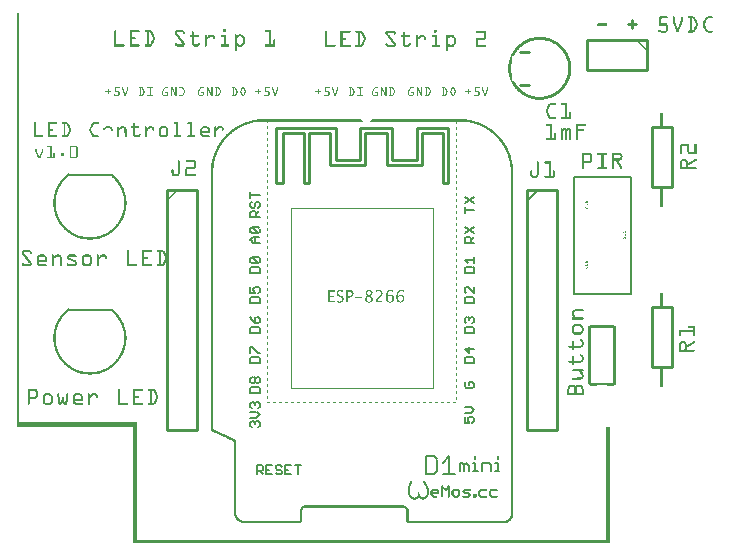
<source format=gto>
G04 MADE WITH FRITZING*
G04 WWW.FRITZING.ORG*
G04 DOUBLE SIDED*
G04 HOLES PLATED*
G04 CONTOUR ON CENTER OF CONTOUR VECTOR*
%ASAXBY*%
%FSLAX23Y23*%
%MOIN*%
%OFA0B0*%
%SFA1.0B1.0*%
%ADD10R,0.477764X0.602764X0.472208X0.597208*%
%ADD11C,0.002778*%
%ADD12R,0.195000X0.395000X0.185000X0.385000*%
%ADD13C,0.005000*%
%ADD14C,0.010000*%
%ADD15C,0.005556*%
%ADD16C,0.006944*%
%ADD17C,0.007874*%
%ADD18C,0.011000*%
%ADD19R,0.001000X0.001000*%
%LNSILK1*%
G90*
G70*
G54D11*
X911Y1115D02*
X1386Y1115D01*
X1386Y515D01*
X911Y515D01*
X911Y1115D01*
D02*
G54D13*
X1854Y1219D02*
X2044Y1219D01*
X2044Y829D01*
X1854Y829D01*
X1854Y1219D01*
D02*
G54D14*
X2116Y584D02*
X2116Y784D01*
D02*
X2116Y784D02*
X2182Y784D01*
D02*
X2182Y784D02*
X2182Y584D01*
D02*
X2182Y584D02*
X2116Y584D01*
D02*
X2116Y1184D02*
X2116Y1384D01*
D02*
X2116Y1384D02*
X2182Y1384D01*
D02*
X2182Y1384D02*
X2182Y1184D01*
D02*
X2182Y1184D02*
X2116Y1184D01*
D02*
X1699Y1174D02*
X1699Y374D01*
D02*
X1699Y374D02*
X1799Y374D01*
D02*
X1799Y374D02*
X1799Y1174D01*
D02*
X1799Y1174D02*
X1699Y1174D01*
G54D13*
D02*
X1699Y1139D02*
X1734Y1174D01*
G54D14*
D02*
X499Y1174D02*
X499Y374D01*
D02*
X499Y374D02*
X599Y374D01*
D02*
X599Y374D02*
X599Y1174D01*
D02*
X599Y1174D02*
X499Y1174D01*
D02*
X2099Y1674D02*
X1899Y1674D01*
D02*
X1899Y1674D02*
X1899Y1574D01*
D02*
X1899Y1574D02*
X2099Y1574D01*
D02*
X2099Y1574D02*
X2099Y1674D01*
X1435Y1198D02*
X1418Y1198D01*
X1418Y1365D01*
X1347Y1365D01*
X1347Y1258D01*
X1231Y1258D01*
X1231Y1365D01*
X1158Y1365D01*
X1158Y1258D01*
X1043Y1258D01*
X1043Y1365D01*
X972Y1365D01*
X972Y1198D01*
X955Y1198D01*
X955Y1365D01*
X885Y1365D01*
X885Y1198D01*
X862Y1198D01*
X862Y1382D01*
X1060Y1382D01*
X1060Y1275D01*
X1141Y1275D01*
X1141Y1382D01*
X1248Y1382D01*
X1248Y1275D01*
X1330Y1275D01*
X1330Y1382D01*
X1435Y1382D01*
X1435Y1198D01*
D02*
G54D15*
X807Y1083D02*
X776Y1083D01*
X776Y1083D02*
X776Y1098D01*
X776Y1098D02*
X781Y1103D01*
X781Y1103D02*
X791Y1103D01*
X792Y1103D02*
X796Y1098D01*
X796Y1098D02*
X796Y1083D01*
X796Y1093D02*
X806Y1103D01*
X781Y1135D02*
X776Y1130D01*
X776Y1129D02*
X776Y1120D01*
X776Y1120D02*
X781Y1115D01*
X781Y1114D02*
X786Y1114D01*
X787Y1114D02*
X792Y1119D01*
X792Y1120D02*
X792Y1129D01*
X792Y1129D02*
X796Y1134D01*
X796Y1135D02*
X801Y1135D01*
X802Y1135D02*
X807Y1130D01*
X807Y1129D02*
X807Y1120D01*
X807Y1120D02*
X802Y1115D01*
X807Y1156D02*
X776Y1156D01*
X776Y1146D02*
X776Y1166D01*
D02*
X807Y998D02*
X787Y998D01*
X786Y998D02*
X777Y1007D01*
X776Y1008D02*
X785Y1018D01*
X786Y1019D02*
X806Y1019D01*
X791Y998D02*
X791Y1018D01*
X802Y1030D02*
X781Y1030D01*
X781Y1030D02*
X777Y1035D01*
X776Y1035D02*
X776Y1044D01*
X776Y1045D02*
X780Y1050D01*
X781Y1051D02*
X802Y1051D01*
X802Y1051D02*
X806Y1046D01*
X807Y1045D02*
X807Y1036D01*
X807Y1035D02*
X803Y1030D01*
X802Y1030D02*
X781Y1050D01*
D02*
X776Y898D02*
X807Y898D01*
X807Y898D02*
X807Y913D01*
X807Y914D02*
X802Y919D01*
X802Y919D02*
X781Y919D01*
X781Y919D02*
X776Y914D01*
X776Y914D02*
X776Y899D01*
X802Y930D02*
X781Y930D01*
X781Y930D02*
X776Y935D01*
X776Y935D02*
X776Y944D01*
X776Y945D02*
X781Y950D01*
X781Y951D02*
X801Y951D01*
X802Y951D02*
X807Y946D01*
X807Y945D02*
X807Y936D01*
X807Y935D02*
X802Y930D01*
X802Y930D02*
X781Y951D01*
D02*
X776Y798D02*
X807Y798D01*
X807Y798D02*
X807Y813D01*
X807Y814D02*
X802Y819D01*
X802Y819D02*
X781Y819D01*
X781Y819D02*
X776Y814D01*
X776Y814D02*
X776Y799D01*
X776Y851D02*
X776Y831D01*
X776Y830D02*
X791Y830D01*
X791Y830D02*
X786Y840D01*
X786Y841D02*
X786Y845D01*
X786Y845D02*
X791Y850D01*
X791Y851D02*
X801Y851D01*
X802Y851D02*
X807Y846D01*
X807Y845D02*
X807Y836D01*
X807Y835D02*
X802Y830D01*
D02*
X776Y698D02*
X807Y698D01*
X807Y698D02*
X807Y713D01*
X807Y714D02*
X802Y719D01*
X802Y719D02*
X781Y719D01*
X781Y719D02*
X776Y714D01*
X776Y714D02*
X776Y699D01*
X776Y751D02*
X781Y742D01*
X781Y741D02*
X791Y731D01*
X792Y730D02*
X801Y730D01*
X802Y730D02*
X807Y735D01*
X807Y735D02*
X807Y744D01*
X807Y745D02*
X802Y750D01*
X802Y751D02*
X797Y751D01*
X796Y751D02*
X792Y746D01*
X792Y745D02*
X792Y730D01*
D02*
X776Y598D02*
X807Y598D01*
X807Y598D02*
X807Y613D01*
X807Y614D02*
X802Y619D01*
X802Y619D02*
X781Y619D01*
X781Y619D02*
X776Y614D01*
X776Y614D02*
X776Y599D01*
X776Y630D02*
X776Y650D01*
X776Y651D02*
X781Y651D01*
X781Y651D02*
X801Y631D01*
X802Y630D02*
X807Y630D01*
D02*
X776Y498D02*
X807Y498D01*
X807Y498D02*
X807Y513D01*
X807Y514D02*
X802Y519D01*
X802Y519D02*
X781Y519D01*
X781Y519D02*
X776Y514D01*
X776Y514D02*
X776Y499D01*
X781Y530D02*
X776Y535D01*
X776Y535D02*
X776Y544D01*
X776Y545D02*
X781Y550D01*
X781Y551D02*
X786Y551D01*
X787Y551D02*
X792Y546D01*
X792Y545D02*
X797Y550D01*
X797Y551D02*
X801Y551D01*
X802Y551D02*
X807Y546D01*
X807Y545D02*
X807Y536D01*
X807Y535D02*
X802Y530D01*
X802Y530D02*
X798Y530D01*
X797Y530D02*
X792Y535D01*
X792Y535D02*
X787Y530D01*
X787Y530D02*
X781Y530D01*
X792Y535D02*
X792Y544D01*
D02*
X781Y383D02*
X776Y388D01*
X776Y388D02*
X776Y397D01*
X776Y398D02*
X781Y403D01*
X781Y403D02*
X785Y403D01*
X786Y403D02*
X791Y398D01*
X791Y398D02*
X791Y393D01*
X791Y398D02*
X796Y403D01*
X796Y403D02*
X801Y403D01*
X802Y403D02*
X807Y398D01*
X807Y398D02*
X807Y389D01*
X807Y388D02*
X802Y383D01*
X776Y414D02*
X796Y414D01*
X796Y414D02*
X806Y424D01*
X807Y425D02*
X797Y434D01*
X796Y435D02*
X776Y435D01*
X781Y446D02*
X776Y451D01*
X776Y451D02*
X776Y462D01*
X776Y462D02*
X781Y466D01*
X781Y466D02*
X785Y466D01*
X786Y466D02*
X791Y462D01*
X791Y462D02*
X791Y457D01*
X791Y462D02*
X796Y466D01*
X796Y466D02*
X801Y466D01*
X802Y466D02*
X807Y462D01*
X807Y462D02*
X807Y452D01*
X807Y451D02*
X802Y446D01*
D02*
X1490Y419D02*
X1490Y399D01*
X1490Y398D02*
X1505Y398D01*
X1505Y398D02*
X1500Y407D01*
X1500Y408D02*
X1500Y413D01*
X1500Y414D02*
X1505Y419D01*
X1505Y419D02*
X1515Y419D01*
X1516Y419D02*
X1521Y414D01*
X1521Y414D02*
X1521Y405D01*
X1521Y404D02*
X1516Y399D01*
X1490Y430D02*
X1510Y430D01*
X1510Y430D02*
X1520Y440D01*
X1521Y441D02*
X1511Y450D01*
X1510Y451D02*
X1490Y451D01*
D02*
X1495Y535D02*
X1490Y530D01*
X1490Y529D02*
X1490Y520D01*
X1490Y520D02*
X1495Y515D01*
X1495Y514D02*
X1515Y514D01*
X1516Y514D02*
X1521Y519D01*
X1521Y520D02*
X1521Y529D01*
X1521Y529D02*
X1516Y534D01*
X1516Y535D02*
X1506Y535D01*
X1505Y535D02*
X1505Y525D01*
D02*
X1490Y598D02*
X1521Y598D01*
X1521Y598D02*
X1521Y613D01*
X1521Y614D02*
X1516Y619D01*
X1516Y619D02*
X1495Y619D01*
X1495Y619D02*
X1490Y614D01*
X1490Y614D02*
X1490Y599D01*
X1521Y645D02*
X1490Y645D01*
X1490Y645D02*
X1506Y630D01*
X1506Y630D02*
X1506Y650D01*
D02*
X1490Y698D02*
X1521Y698D01*
X1521Y698D02*
X1521Y713D01*
X1521Y714D02*
X1516Y719D01*
X1516Y719D02*
X1495Y719D01*
X1495Y719D02*
X1490Y714D01*
X1490Y714D02*
X1490Y699D01*
X1495Y730D02*
X1490Y735D01*
X1490Y735D02*
X1490Y744D01*
X1490Y745D02*
X1495Y750D01*
X1495Y751D02*
X1499Y751D01*
X1500Y751D02*
X1505Y746D01*
X1505Y745D02*
X1505Y741D01*
X1505Y745D02*
X1510Y750D01*
X1510Y751D02*
X1515Y751D01*
X1516Y751D02*
X1521Y746D01*
X1521Y745D02*
X1521Y736D01*
X1521Y735D02*
X1516Y730D01*
D02*
X1490Y798D02*
X1521Y798D01*
X1521Y798D02*
X1521Y813D01*
X1521Y814D02*
X1516Y819D01*
X1516Y819D02*
X1495Y819D01*
X1495Y819D02*
X1490Y814D01*
X1490Y814D02*
X1490Y799D01*
X1521Y851D02*
X1521Y831D01*
X1521Y830D02*
X1501Y850D01*
X1500Y851D02*
X1495Y851D01*
X1495Y851D02*
X1490Y846D01*
X1490Y845D02*
X1490Y836D01*
X1490Y835D02*
X1495Y830D01*
D02*
X1490Y898D02*
X1520Y898D01*
X1521Y898D02*
X1521Y913D01*
X1521Y914D02*
X1517Y919D01*
X1516Y919D02*
X1495Y919D01*
X1495Y919D02*
X1491Y914D01*
X1490Y914D02*
X1490Y899D01*
X1500Y930D02*
X1491Y940D01*
X1490Y941D02*
X1520Y941D01*
X1521Y930D02*
X1521Y950D01*
D02*
X1521Y998D02*
X1490Y998D01*
X1490Y998D02*
X1490Y1013D01*
X1490Y1014D02*
X1495Y1019D01*
X1495Y1019D02*
X1505Y1019D01*
X1506Y1019D02*
X1510Y1014D01*
X1510Y1014D02*
X1510Y999D01*
X1510Y1008D02*
X1520Y1018D01*
X1490Y1030D02*
X1521Y1050D01*
X1490Y1051D02*
X1521Y1031D01*
D02*
X1521Y1108D02*
X1491Y1108D01*
X1490Y1098D02*
X1490Y1118D01*
X1490Y1130D02*
X1520Y1150D01*
X1490Y1151D02*
X1520Y1131D01*
D02*
X797Y226D02*
X797Y258D01*
X797Y258D02*
X812Y258D01*
X812Y258D02*
X817Y253D01*
X818Y252D02*
X818Y242D01*
X818Y242D02*
X813Y237D01*
X812Y236D02*
X797Y236D01*
X807Y236D02*
X817Y227D01*
X849Y258D02*
X829Y258D01*
X829Y258D02*
X829Y227D01*
X829Y226D02*
X849Y226D01*
X829Y242D02*
X839Y242D01*
X882Y252D02*
X876Y258D01*
X876Y258D02*
X866Y258D01*
X865Y258D02*
X860Y253D01*
X860Y252D02*
X860Y247D01*
X860Y247D02*
X865Y242D01*
X865Y242D02*
X875Y242D01*
X876Y242D02*
X881Y237D01*
X882Y236D02*
X882Y232D01*
X882Y232D02*
X877Y227D01*
X876Y226D02*
X866Y226D01*
X865Y226D02*
X860Y231D01*
X913Y258D02*
X893Y258D01*
X892Y258D02*
X892Y227D01*
X892Y226D02*
X912Y226D01*
X892Y242D02*
X901Y242D01*
X934Y226D02*
X934Y258D01*
X924Y258D02*
X944Y258D01*
D02*
G54D16*
X1360Y286D02*
X1360Y228D01*
X1360Y227D02*
X1388Y227D01*
X1388Y227D02*
X1398Y237D01*
X1398Y237D02*
X1398Y275D01*
X1398Y276D02*
X1388Y286D01*
X1388Y286D02*
X1360Y286D01*
X1418Y265D02*
X1439Y286D01*
X1439Y286D02*
X1439Y228D01*
X1418Y227D02*
X1457Y227D01*
D02*
X1475Y236D02*
X1475Y264D01*
X1475Y264D02*
X1482Y264D01*
X1483Y264D02*
X1489Y257D01*
X1489Y257D02*
X1489Y236D01*
X1489Y257D02*
X1496Y264D01*
X1496Y264D02*
X1503Y257D01*
X1504Y257D02*
X1504Y236D01*
X1519Y264D02*
X1526Y264D01*
X1526Y264D02*
X1526Y236D01*
X1519Y236D02*
X1534Y236D01*
X1526Y286D02*
X1526Y279D01*
X1549Y236D02*
X1549Y264D01*
X1549Y264D02*
X1570Y264D01*
X1570Y264D02*
X1577Y257D01*
X1578Y257D02*
X1578Y236D01*
X1593Y264D02*
X1600Y264D01*
X1600Y264D02*
X1600Y236D01*
X1593Y236D02*
X1606Y236D01*
X1600Y286D02*
X1600Y279D01*
D02*
G54D17*
X312Y1225D02*
X170Y1225D01*
D02*
X312Y775D02*
X170Y775D01*
D02*
G54D18*
X1676Y1635D02*
X1706Y1635D01*
D02*
X1676Y1525D02*
X1706Y1525D01*
D02*
G54D19*
X0Y1765D02*
X6Y1765D01*
X0Y1764D02*
X6Y1764D01*
X0Y1763D02*
X6Y1763D01*
X0Y1762D02*
X6Y1762D01*
X0Y1761D02*
X6Y1761D01*
X0Y1760D02*
X6Y1760D01*
X0Y1759D02*
X6Y1759D01*
X0Y1758D02*
X6Y1758D01*
X0Y1757D02*
X6Y1757D01*
X0Y1756D02*
X6Y1756D01*
X0Y1755D02*
X6Y1755D01*
X0Y1754D02*
X6Y1754D01*
X0Y1753D02*
X6Y1753D01*
X2141Y1753D02*
X2164Y1753D01*
X2187Y1753D02*
X2187Y1753D01*
X2214Y1753D02*
X2215Y1753D01*
X2237Y1753D02*
X2251Y1753D01*
X2301Y1753D02*
X2315Y1753D01*
X0Y1752D02*
X6Y1752D01*
X2140Y1752D02*
X2166Y1752D01*
X2185Y1752D02*
X2189Y1752D01*
X2212Y1752D02*
X2216Y1752D01*
X2235Y1752D02*
X2254Y1752D01*
X2298Y1752D02*
X2317Y1752D01*
X0Y1751D02*
X6Y1751D01*
X2140Y1751D02*
X2167Y1751D01*
X2184Y1751D02*
X2189Y1751D01*
X2212Y1751D02*
X2217Y1751D01*
X2234Y1751D02*
X2255Y1751D01*
X2296Y1751D02*
X2317Y1751D01*
X0Y1750D02*
X6Y1750D01*
X2140Y1750D02*
X2167Y1750D01*
X2184Y1750D02*
X2190Y1750D01*
X2211Y1750D02*
X2217Y1750D01*
X2234Y1750D02*
X2257Y1750D01*
X2295Y1750D02*
X2318Y1750D01*
X0Y1749D02*
X6Y1749D01*
X2140Y1749D02*
X2167Y1749D01*
X2184Y1749D02*
X2190Y1749D01*
X2211Y1749D02*
X2217Y1749D01*
X2234Y1749D02*
X2258Y1749D01*
X2294Y1749D02*
X2318Y1749D01*
X0Y1748D02*
X6Y1748D01*
X2140Y1748D02*
X2167Y1748D01*
X2184Y1748D02*
X2190Y1748D01*
X2211Y1748D02*
X2217Y1748D01*
X2234Y1748D02*
X2258Y1748D01*
X2293Y1748D02*
X2317Y1748D01*
X0Y1747D02*
X6Y1747D01*
X2140Y1747D02*
X2166Y1747D01*
X2184Y1747D02*
X2190Y1747D01*
X2211Y1747D02*
X2217Y1747D01*
X2235Y1747D02*
X2259Y1747D01*
X2293Y1747D02*
X2316Y1747D01*
X0Y1746D02*
X6Y1746D01*
X2140Y1746D02*
X2147Y1746D01*
X2184Y1746D02*
X2190Y1746D01*
X2211Y1746D02*
X2217Y1746D01*
X2241Y1746D02*
X2247Y1746D01*
X2251Y1746D02*
X2259Y1746D01*
X2292Y1746D02*
X2300Y1746D01*
X0Y1745D02*
X6Y1745D01*
X2140Y1745D02*
X2146Y1745D01*
X2184Y1745D02*
X2190Y1745D01*
X2211Y1745D02*
X2217Y1745D01*
X2241Y1745D02*
X2247Y1745D01*
X2253Y1745D02*
X2260Y1745D01*
X2292Y1745D02*
X2299Y1745D01*
X0Y1744D02*
X6Y1744D01*
X2140Y1744D02*
X2146Y1744D01*
X2184Y1744D02*
X2190Y1744D01*
X2211Y1744D02*
X2217Y1744D01*
X2241Y1744D02*
X2247Y1744D01*
X2253Y1744D02*
X2260Y1744D01*
X2291Y1744D02*
X2298Y1744D01*
X0Y1743D02*
X6Y1743D01*
X2049Y1743D02*
X2051Y1743D01*
X2140Y1743D02*
X2146Y1743D01*
X2184Y1743D02*
X2190Y1743D01*
X2211Y1743D02*
X2217Y1743D01*
X2241Y1743D02*
X2247Y1743D01*
X2254Y1743D02*
X2261Y1743D01*
X2291Y1743D02*
X2298Y1743D01*
X0Y1742D02*
X6Y1742D01*
X2048Y1742D02*
X2052Y1742D01*
X2140Y1742D02*
X2146Y1742D01*
X2184Y1742D02*
X2190Y1742D01*
X2211Y1742D02*
X2217Y1742D01*
X2241Y1742D02*
X2247Y1742D01*
X2255Y1742D02*
X2261Y1742D01*
X2290Y1742D02*
X2297Y1742D01*
X0Y1741D02*
X6Y1741D01*
X2047Y1741D02*
X2053Y1741D01*
X2140Y1741D02*
X2146Y1741D01*
X2184Y1741D02*
X2190Y1741D01*
X2211Y1741D02*
X2217Y1741D01*
X2241Y1741D02*
X2247Y1741D01*
X2255Y1741D02*
X2262Y1741D01*
X2290Y1741D02*
X2297Y1741D01*
X0Y1740D02*
X6Y1740D01*
X2047Y1740D02*
X2053Y1740D01*
X2140Y1740D02*
X2146Y1740D01*
X2184Y1740D02*
X2190Y1740D01*
X2211Y1740D02*
X2217Y1740D01*
X2241Y1740D02*
X2247Y1740D01*
X2256Y1740D02*
X2262Y1740D01*
X2289Y1740D02*
X2296Y1740D01*
X0Y1739D02*
X6Y1739D01*
X2047Y1739D02*
X2053Y1739D01*
X2140Y1739D02*
X2146Y1739D01*
X2184Y1739D02*
X2190Y1739D01*
X2211Y1739D02*
X2217Y1739D01*
X2241Y1739D02*
X2247Y1739D01*
X2256Y1739D02*
X2263Y1739D01*
X2289Y1739D02*
X2296Y1739D01*
X0Y1738D02*
X6Y1738D01*
X2047Y1738D02*
X2053Y1738D01*
X2140Y1738D02*
X2146Y1738D01*
X2184Y1738D02*
X2190Y1738D01*
X2211Y1738D02*
X2217Y1738D01*
X2241Y1738D02*
X2247Y1738D01*
X2257Y1738D02*
X2263Y1738D01*
X2288Y1738D02*
X2295Y1738D01*
X0Y1737D02*
X6Y1737D01*
X2047Y1737D02*
X2053Y1737D01*
X2140Y1737D02*
X2146Y1737D01*
X2184Y1737D02*
X2190Y1737D01*
X2211Y1737D02*
X2217Y1737D01*
X2241Y1737D02*
X2247Y1737D01*
X2257Y1737D02*
X2264Y1737D01*
X2288Y1737D02*
X2295Y1737D01*
X0Y1736D02*
X6Y1736D01*
X2047Y1736D02*
X2053Y1736D01*
X2140Y1736D02*
X2146Y1736D01*
X2184Y1736D02*
X2191Y1736D01*
X2210Y1736D02*
X2217Y1736D01*
X2241Y1736D02*
X2247Y1736D01*
X2258Y1736D02*
X2264Y1736D01*
X2287Y1736D02*
X2294Y1736D01*
X0Y1735D02*
X6Y1735D01*
X2047Y1735D02*
X2053Y1735D01*
X2140Y1735D02*
X2146Y1735D01*
X2185Y1735D02*
X2191Y1735D01*
X2210Y1735D02*
X2217Y1735D01*
X2241Y1735D02*
X2247Y1735D01*
X2258Y1735D02*
X2265Y1735D01*
X2287Y1735D02*
X2294Y1735D01*
X0Y1734D02*
X6Y1734D01*
X2047Y1734D02*
X2053Y1734D01*
X2140Y1734D02*
X2146Y1734D01*
X2185Y1734D02*
X2192Y1734D01*
X2210Y1734D02*
X2216Y1734D01*
X2241Y1734D02*
X2247Y1734D01*
X2259Y1734D02*
X2265Y1734D01*
X2286Y1734D02*
X2293Y1734D01*
X0Y1733D02*
X6Y1733D01*
X2047Y1733D02*
X2053Y1733D01*
X2140Y1733D02*
X2146Y1733D01*
X2185Y1733D02*
X2192Y1733D01*
X2209Y1733D02*
X2216Y1733D01*
X2241Y1733D02*
X2247Y1733D01*
X2259Y1733D02*
X2266Y1733D01*
X2286Y1733D02*
X2293Y1733D01*
X0Y1732D02*
X6Y1732D01*
X2047Y1732D02*
X2053Y1732D01*
X2140Y1732D02*
X2146Y1732D01*
X2186Y1732D02*
X2192Y1732D01*
X2209Y1732D02*
X2215Y1732D01*
X2241Y1732D02*
X2247Y1732D01*
X2260Y1732D02*
X2266Y1732D01*
X2285Y1732D02*
X2292Y1732D01*
X0Y1731D02*
X6Y1731D01*
X2047Y1731D02*
X2053Y1731D01*
X2140Y1731D02*
X2146Y1731D01*
X2186Y1731D02*
X2193Y1731D01*
X2208Y1731D02*
X2215Y1731D01*
X2241Y1731D02*
X2247Y1731D01*
X2260Y1731D02*
X2267Y1731D01*
X2285Y1731D02*
X2292Y1731D01*
X0Y1730D02*
X6Y1730D01*
X2047Y1730D02*
X2053Y1730D01*
X2140Y1730D02*
X2147Y1730D01*
X2187Y1730D02*
X2193Y1730D01*
X2208Y1730D02*
X2215Y1730D01*
X2241Y1730D02*
X2247Y1730D01*
X2261Y1730D02*
X2267Y1730D01*
X2285Y1730D02*
X2291Y1730D01*
X0Y1729D02*
X6Y1729D01*
X1934Y1729D02*
X1965Y1729D01*
X2035Y1729D02*
X2065Y1729D01*
X2140Y1729D02*
X2163Y1729D01*
X2187Y1729D02*
X2193Y1729D01*
X2208Y1729D02*
X2214Y1729D01*
X2241Y1729D02*
X2247Y1729D01*
X2261Y1729D02*
X2267Y1729D01*
X2284Y1729D02*
X2291Y1729D01*
X0Y1728D02*
X6Y1728D01*
X1933Y1728D02*
X1966Y1728D01*
X2034Y1728D02*
X2066Y1728D01*
X2140Y1728D02*
X2164Y1728D01*
X2187Y1728D02*
X2194Y1728D01*
X2207Y1728D02*
X2214Y1728D01*
X2241Y1728D02*
X2247Y1728D01*
X2261Y1728D02*
X2267Y1728D01*
X2284Y1728D02*
X2290Y1728D01*
X0Y1727D02*
X6Y1727D01*
X1933Y1727D02*
X1966Y1727D01*
X2033Y1727D02*
X2067Y1727D01*
X2140Y1727D02*
X2165Y1727D01*
X2188Y1727D02*
X2194Y1727D01*
X2207Y1727D02*
X2213Y1727D01*
X2241Y1727D02*
X2247Y1727D01*
X2261Y1727D02*
X2267Y1727D01*
X2284Y1727D02*
X2290Y1727D01*
X0Y1726D02*
X6Y1726D01*
X1933Y1726D02*
X1966Y1726D01*
X2033Y1726D02*
X2067Y1726D01*
X2140Y1726D02*
X2166Y1726D01*
X2188Y1726D02*
X2195Y1726D01*
X2206Y1726D02*
X2213Y1726D01*
X2241Y1726D02*
X2247Y1726D01*
X2261Y1726D02*
X2268Y1726D01*
X2284Y1726D02*
X2290Y1726D01*
X0Y1725D02*
X6Y1725D01*
X1933Y1725D02*
X1966Y1725D01*
X2033Y1725D02*
X2067Y1725D01*
X2140Y1725D02*
X2167Y1725D01*
X2188Y1725D02*
X2195Y1725D01*
X2206Y1725D02*
X2213Y1725D01*
X2241Y1725D02*
X2247Y1725D01*
X2261Y1725D02*
X2267Y1725D01*
X2284Y1725D02*
X2290Y1725D01*
X0Y1724D02*
X6Y1724D01*
X1933Y1724D02*
X1966Y1724D01*
X2034Y1724D02*
X2066Y1724D01*
X2140Y1724D02*
X2167Y1724D01*
X2189Y1724D02*
X2195Y1724D01*
X2206Y1724D02*
X2212Y1724D01*
X2241Y1724D02*
X2247Y1724D01*
X2261Y1724D02*
X2267Y1724D01*
X2284Y1724D02*
X2290Y1724D01*
X0Y1723D02*
X6Y1723D01*
X1933Y1723D02*
X1966Y1723D01*
X2035Y1723D02*
X2065Y1723D01*
X2140Y1723D02*
X2167Y1723D01*
X2189Y1723D02*
X2196Y1723D01*
X2205Y1723D02*
X2212Y1723D01*
X2241Y1723D02*
X2247Y1723D01*
X2261Y1723D02*
X2267Y1723D01*
X2284Y1723D02*
X2291Y1723D01*
X0Y1722D02*
X6Y1722D01*
X1933Y1722D02*
X1966Y1722D01*
X2047Y1722D02*
X2053Y1722D01*
X2161Y1722D02*
X2167Y1722D01*
X2190Y1722D02*
X2196Y1722D01*
X2205Y1722D02*
X2211Y1722D01*
X2241Y1722D02*
X2247Y1722D01*
X2261Y1722D02*
X2267Y1722D01*
X2285Y1722D02*
X2291Y1722D01*
X0Y1721D02*
X6Y1721D01*
X1934Y1721D02*
X1966Y1721D01*
X2047Y1721D02*
X2053Y1721D01*
X2161Y1721D02*
X2167Y1721D01*
X2190Y1721D02*
X2197Y1721D01*
X2204Y1721D02*
X2211Y1721D01*
X2241Y1721D02*
X2247Y1721D01*
X2260Y1721D02*
X2267Y1721D01*
X2285Y1721D02*
X2292Y1721D01*
X0Y1720D02*
X6Y1720D01*
X1935Y1720D02*
X1964Y1720D01*
X2047Y1720D02*
X2053Y1720D01*
X2161Y1720D02*
X2167Y1720D01*
X2190Y1720D02*
X2197Y1720D01*
X2204Y1720D02*
X2211Y1720D01*
X2241Y1720D02*
X2247Y1720D01*
X2260Y1720D02*
X2266Y1720D01*
X2285Y1720D02*
X2292Y1720D01*
X0Y1719D02*
X6Y1719D01*
X2047Y1719D02*
X2053Y1719D01*
X2161Y1719D02*
X2167Y1719D01*
X2191Y1719D02*
X2197Y1719D01*
X2204Y1719D02*
X2210Y1719D01*
X2241Y1719D02*
X2247Y1719D01*
X2259Y1719D02*
X2266Y1719D01*
X2286Y1719D02*
X2293Y1719D01*
X0Y1718D02*
X6Y1718D01*
X2047Y1718D02*
X2053Y1718D01*
X2161Y1718D02*
X2167Y1718D01*
X2191Y1718D02*
X2198Y1718D01*
X2203Y1718D02*
X2210Y1718D01*
X2241Y1718D02*
X2247Y1718D01*
X2259Y1718D02*
X2265Y1718D01*
X2286Y1718D02*
X2293Y1718D01*
X0Y1717D02*
X6Y1717D01*
X2047Y1717D02*
X2053Y1717D01*
X2161Y1717D02*
X2167Y1717D01*
X2192Y1717D02*
X2198Y1717D01*
X2203Y1717D02*
X2209Y1717D01*
X2241Y1717D02*
X2247Y1717D01*
X2258Y1717D02*
X2265Y1717D01*
X2287Y1717D02*
X2294Y1717D01*
X0Y1716D02*
X6Y1716D01*
X2047Y1716D02*
X2053Y1716D01*
X2161Y1716D02*
X2167Y1716D01*
X2192Y1716D02*
X2199Y1716D01*
X2203Y1716D02*
X2209Y1716D01*
X2241Y1716D02*
X2247Y1716D01*
X2257Y1716D02*
X2264Y1716D01*
X2287Y1716D02*
X2294Y1716D01*
X0Y1715D02*
X6Y1715D01*
X2047Y1715D02*
X2053Y1715D01*
X2161Y1715D02*
X2167Y1715D01*
X2192Y1715D02*
X2199Y1715D01*
X2202Y1715D02*
X2209Y1715D01*
X2241Y1715D02*
X2247Y1715D01*
X2257Y1715D02*
X2264Y1715D01*
X2288Y1715D02*
X2295Y1715D01*
X0Y1714D02*
X6Y1714D01*
X2047Y1714D02*
X2053Y1714D01*
X2161Y1714D02*
X2167Y1714D01*
X2193Y1714D02*
X2199Y1714D01*
X2202Y1714D02*
X2208Y1714D01*
X2241Y1714D02*
X2247Y1714D01*
X2256Y1714D02*
X2263Y1714D01*
X2288Y1714D02*
X2295Y1714D01*
X0Y1713D02*
X6Y1713D01*
X2047Y1713D02*
X2053Y1713D01*
X2161Y1713D02*
X2167Y1713D01*
X2193Y1713D02*
X2208Y1713D01*
X2241Y1713D02*
X2247Y1713D01*
X2256Y1713D02*
X2263Y1713D01*
X2289Y1713D02*
X2296Y1713D01*
X0Y1712D02*
X6Y1712D01*
X2047Y1712D02*
X2053Y1712D01*
X2161Y1712D02*
X2167Y1712D01*
X2194Y1712D02*
X2208Y1712D01*
X2241Y1712D02*
X2247Y1712D01*
X2255Y1712D02*
X2262Y1712D01*
X2289Y1712D02*
X2296Y1712D01*
X0Y1711D02*
X6Y1711D01*
X2047Y1711D02*
X2053Y1711D01*
X2161Y1711D02*
X2167Y1711D01*
X2194Y1711D02*
X2207Y1711D01*
X2241Y1711D02*
X2247Y1711D01*
X2255Y1711D02*
X2262Y1711D01*
X2290Y1711D02*
X2297Y1711D01*
X0Y1710D02*
X6Y1710D01*
X2048Y1710D02*
X2052Y1710D01*
X2161Y1710D02*
X2167Y1710D01*
X2194Y1710D02*
X2207Y1710D01*
X2241Y1710D02*
X2247Y1710D01*
X2254Y1710D02*
X2261Y1710D01*
X2290Y1710D02*
X2297Y1710D01*
X0Y1709D02*
X6Y1709D01*
X687Y1709D02*
X693Y1709D01*
X2049Y1709D02*
X2051Y1709D01*
X2161Y1709D02*
X2167Y1709D01*
X2195Y1709D02*
X2206Y1709D01*
X2241Y1709D02*
X2247Y1709D01*
X2254Y1709D02*
X2261Y1709D01*
X2291Y1709D02*
X2298Y1709D01*
X0Y1708D02*
X6Y1708D01*
X686Y1708D02*
X694Y1708D01*
X1390Y1708D02*
X1395Y1708D01*
X2135Y1708D02*
X2139Y1708D01*
X2161Y1708D02*
X2167Y1708D01*
X2195Y1708D02*
X2206Y1708D01*
X2241Y1708D02*
X2247Y1708D01*
X2253Y1708D02*
X2260Y1708D01*
X2291Y1708D02*
X2298Y1708D01*
X0Y1707D02*
X6Y1707D01*
X685Y1707D02*
X694Y1707D01*
X1389Y1707D02*
X1397Y1707D01*
X2134Y1707D02*
X2141Y1707D01*
X2161Y1707D02*
X2167Y1707D01*
X2195Y1707D02*
X2206Y1707D01*
X2241Y1707D02*
X2247Y1707D01*
X2253Y1707D02*
X2260Y1707D01*
X2292Y1707D02*
X2299Y1707D01*
X0Y1706D02*
X6Y1706D01*
X325Y1706D02*
X328Y1706D01*
X374Y1706D02*
X406Y1706D01*
X425Y1706D02*
X443Y1706D01*
X529Y1706D02*
X552Y1706D01*
X685Y1706D02*
X695Y1706D01*
X827Y1706D02*
X845Y1706D01*
X1388Y1706D02*
X1397Y1706D01*
X2134Y1706D02*
X2144Y1706D01*
X2161Y1706D02*
X2167Y1706D01*
X2196Y1706D02*
X2205Y1706D01*
X2240Y1706D02*
X2247Y1706D01*
X2250Y1706D02*
X2259Y1706D01*
X2292Y1706D02*
X2301Y1706D01*
X0Y1705D02*
X6Y1705D01*
X324Y1705D02*
X329Y1705D01*
X374Y1705D02*
X407Y1705D01*
X424Y1705D02*
X445Y1705D01*
X527Y1705D02*
X554Y1705D01*
X685Y1705D02*
X695Y1705D01*
X826Y1705D02*
X845Y1705D01*
X1028Y1705D02*
X1030Y1705D01*
X1077Y1705D02*
X1108Y1705D01*
X1129Y1705D02*
X1145Y1705D01*
X1232Y1705D02*
X1254Y1705D01*
X1388Y1705D02*
X1397Y1705D01*
X1530Y1705D02*
X1557Y1705D01*
X2134Y1705D02*
X2167Y1705D01*
X2196Y1705D02*
X2205Y1705D01*
X2235Y1705D02*
X2259Y1705D01*
X2293Y1705D02*
X2317Y1705D01*
X0Y1704D02*
X6Y1704D01*
X324Y1704D02*
X329Y1704D01*
X374Y1704D02*
X407Y1704D01*
X424Y1704D02*
X446Y1704D01*
X526Y1704D02*
X555Y1704D01*
X685Y1704D02*
X695Y1704D01*
X826Y1704D02*
X845Y1704D01*
X1027Y1704D02*
X1032Y1704D01*
X1077Y1704D02*
X1109Y1704D01*
X1127Y1704D02*
X1147Y1704D01*
X1230Y1704D02*
X1256Y1704D01*
X1388Y1704D02*
X1397Y1704D01*
X1529Y1704D02*
X1559Y1704D01*
X2134Y1704D02*
X2167Y1704D01*
X2197Y1704D02*
X2204Y1704D01*
X2234Y1704D02*
X2258Y1704D01*
X2293Y1704D02*
X2317Y1704D01*
X0Y1703D02*
X6Y1703D01*
X323Y1703D02*
X329Y1703D01*
X374Y1703D02*
X407Y1703D01*
X424Y1703D02*
X447Y1703D01*
X526Y1703D02*
X556Y1703D01*
X583Y1703D02*
X586Y1703D01*
X685Y1703D02*
X695Y1703D01*
X825Y1703D02*
X845Y1703D01*
X1027Y1703D02*
X1032Y1703D01*
X1077Y1703D02*
X1110Y1703D01*
X1127Y1703D02*
X1149Y1703D01*
X1229Y1703D02*
X1258Y1703D01*
X1388Y1703D02*
X1397Y1703D01*
X1529Y1703D02*
X1560Y1703D01*
X2134Y1703D02*
X2166Y1703D01*
X2197Y1703D02*
X2204Y1703D01*
X2234Y1703D02*
X2258Y1703D01*
X2294Y1703D02*
X2318Y1703D01*
X0Y1702D02*
X6Y1702D01*
X323Y1702D02*
X329Y1702D01*
X374Y1702D02*
X407Y1702D01*
X424Y1702D02*
X448Y1702D01*
X525Y1702D02*
X556Y1702D01*
X582Y1702D02*
X587Y1702D01*
X685Y1702D02*
X694Y1702D01*
X826Y1702D02*
X845Y1702D01*
X1026Y1702D02*
X1032Y1702D01*
X1077Y1702D02*
X1110Y1702D01*
X1127Y1702D02*
X1150Y1702D01*
X1228Y1702D02*
X1258Y1702D01*
X1286Y1702D02*
X1288Y1702D01*
X1388Y1702D02*
X1397Y1702D01*
X1528Y1702D02*
X1561Y1702D01*
X2136Y1702D02*
X2166Y1702D01*
X2197Y1702D02*
X2204Y1702D01*
X2234Y1702D02*
X2257Y1702D01*
X2295Y1702D02*
X2318Y1702D01*
X0Y1701D02*
X6Y1701D01*
X323Y1701D02*
X329Y1701D01*
X374Y1701D02*
X406Y1701D01*
X425Y1701D02*
X448Y1701D01*
X525Y1701D02*
X557Y1701D01*
X581Y1701D02*
X587Y1701D01*
X686Y1701D02*
X694Y1701D01*
X826Y1701D02*
X845Y1701D01*
X1026Y1701D02*
X1032Y1701D01*
X1077Y1701D02*
X1110Y1701D01*
X1127Y1701D02*
X1151Y1701D01*
X1228Y1701D02*
X1259Y1701D01*
X1285Y1701D02*
X1290Y1701D01*
X1388Y1701D02*
X1397Y1701D01*
X1528Y1701D02*
X1561Y1701D01*
X2138Y1701D02*
X2165Y1701D01*
X2198Y1701D02*
X2203Y1701D01*
X2234Y1701D02*
X2256Y1701D01*
X2296Y1701D02*
X2317Y1701D01*
X0Y1700D02*
X6Y1700D01*
X323Y1700D02*
X329Y1700D01*
X374Y1700D02*
X405Y1700D01*
X426Y1700D02*
X449Y1700D01*
X524Y1700D02*
X557Y1700D01*
X581Y1700D02*
X587Y1700D01*
X687Y1700D02*
X693Y1700D01*
X827Y1700D02*
X845Y1700D01*
X1026Y1700D02*
X1032Y1700D01*
X1077Y1700D02*
X1109Y1700D01*
X1127Y1700D02*
X1151Y1700D01*
X1228Y1700D02*
X1260Y1700D01*
X1284Y1700D02*
X1290Y1700D01*
X1389Y1700D02*
X1397Y1700D01*
X1529Y1700D02*
X1562Y1700D01*
X2140Y1700D02*
X2164Y1700D01*
X2199Y1700D02*
X2203Y1700D01*
X2235Y1700D02*
X2254Y1700D01*
X2298Y1700D02*
X2317Y1700D01*
X0Y1699D02*
X6Y1699D01*
X323Y1699D02*
X329Y1699D01*
X374Y1699D02*
X380Y1699D01*
X431Y1699D02*
X437Y1699D01*
X442Y1699D02*
X450Y1699D01*
X524Y1699D02*
X530Y1699D01*
X551Y1699D02*
X558Y1699D01*
X581Y1699D02*
X587Y1699D01*
X839Y1699D02*
X845Y1699D01*
X1026Y1699D02*
X1032Y1699D01*
X1077Y1699D02*
X1108Y1699D01*
X1128Y1699D02*
X1152Y1699D01*
X1227Y1699D02*
X1260Y1699D01*
X1284Y1699D02*
X1290Y1699D01*
X1390Y1699D02*
X1396Y1699D01*
X1530Y1699D02*
X1562Y1699D01*
X2145Y1699D02*
X2160Y1699D01*
X2237Y1699D02*
X2250Y1699D01*
X2302Y1699D02*
X2314Y1699D01*
X0Y1698D02*
X6Y1698D01*
X323Y1698D02*
X329Y1698D01*
X374Y1698D02*
X380Y1698D01*
X431Y1698D02*
X437Y1698D01*
X443Y1698D02*
X450Y1698D01*
X524Y1698D02*
X531Y1698D01*
X552Y1698D02*
X558Y1698D01*
X581Y1698D02*
X587Y1698D01*
X839Y1698D02*
X845Y1698D01*
X1026Y1698D02*
X1032Y1698D01*
X1077Y1698D02*
X1083Y1698D01*
X1134Y1698D02*
X1140Y1698D01*
X1145Y1698D02*
X1152Y1698D01*
X1227Y1698D02*
X1233Y1698D01*
X1254Y1698D02*
X1260Y1698D01*
X1284Y1698D02*
X1290Y1698D01*
X1556Y1698D02*
X1562Y1698D01*
X0Y1697D02*
X6Y1697D01*
X323Y1697D02*
X329Y1697D01*
X374Y1697D02*
X380Y1697D01*
X431Y1697D02*
X437Y1697D01*
X444Y1697D02*
X451Y1697D01*
X525Y1697D02*
X531Y1697D01*
X552Y1697D02*
X558Y1697D01*
X581Y1697D02*
X587Y1697D01*
X839Y1697D02*
X845Y1697D01*
X1026Y1697D02*
X1032Y1697D01*
X1077Y1697D02*
X1083Y1697D01*
X1134Y1697D02*
X1140Y1697D01*
X1146Y1697D02*
X1153Y1697D01*
X1227Y1697D02*
X1233Y1697D01*
X1254Y1697D02*
X1261Y1697D01*
X1284Y1697D02*
X1290Y1697D01*
X1556Y1697D02*
X1562Y1697D01*
X0Y1696D02*
X6Y1696D01*
X323Y1696D02*
X329Y1696D01*
X374Y1696D02*
X380Y1696D01*
X431Y1696D02*
X437Y1696D01*
X444Y1696D02*
X451Y1696D01*
X525Y1696D02*
X532Y1696D01*
X552Y1696D02*
X558Y1696D01*
X581Y1696D02*
X587Y1696D01*
X839Y1696D02*
X845Y1696D01*
X1026Y1696D02*
X1032Y1696D01*
X1077Y1696D02*
X1083Y1696D01*
X1134Y1696D02*
X1140Y1696D01*
X1146Y1696D02*
X1153Y1696D01*
X1227Y1696D02*
X1234Y1696D01*
X1255Y1696D02*
X1261Y1696D01*
X1284Y1696D02*
X1290Y1696D01*
X1556Y1696D02*
X1562Y1696D01*
X0Y1695D02*
X6Y1695D01*
X323Y1695D02*
X329Y1695D01*
X374Y1695D02*
X380Y1695D01*
X431Y1695D02*
X437Y1695D01*
X445Y1695D02*
X452Y1695D01*
X525Y1695D02*
X533Y1695D01*
X553Y1695D02*
X557Y1695D01*
X581Y1695D02*
X587Y1695D01*
X839Y1695D02*
X845Y1695D01*
X1026Y1695D02*
X1032Y1695D01*
X1077Y1695D02*
X1083Y1695D01*
X1134Y1695D02*
X1140Y1695D01*
X1147Y1695D02*
X1154Y1695D01*
X1228Y1695D02*
X1235Y1695D01*
X1255Y1695D02*
X1260Y1695D01*
X1284Y1695D02*
X1290Y1695D01*
X1556Y1695D02*
X1562Y1695D01*
X0Y1694D02*
X6Y1694D01*
X323Y1694D02*
X329Y1694D01*
X374Y1694D02*
X380Y1694D01*
X431Y1694D02*
X437Y1694D01*
X445Y1694D02*
X452Y1694D01*
X526Y1694D02*
X534Y1694D01*
X554Y1694D02*
X556Y1694D01*
X581Y1694D02*
X587Y1694D01*
X839Y1694D02*
X845Y1694D01*
X1026Y1694D02*
X1032Y1694D01*
X1077Y1694D02*
X1083Y1694D01*
X1134Y1694D02*
X1140Y1694D01*
X1147Y1694D02*
X1154Y1694D01*
X1228Y1694D02*
X1236Y1694D01*
X1255Y1694D02*
X1260Y1694D01*
X1284Y1694D02*
X1290Y1694D01*
X1556Y1694D02*
X1562Y1694D01*
X0Y1693D02*
X6Y1693D01*
X323Y1693D02*
X329Y1693D01*
X374Y1693D02*
X380Y1693D01*
X431Y1693D02*
X437Y1693D01*
X446Y1693D02*
X453Y1693D01*
X526Y1693D02*
X534Y1693D01*
X581Y1693D02*
X587Y1693D01*
X727Y1693D02*
X729Y1693D01*
X739Y1693D02*
X745Y1693D01*
X839Y1693D02*
X845Y1693D01*
X1026Y1693D02*
X1032Y1693D01*
X1077Y1693D02*
X1083Y1693D01*
X1134Y1693D02*
X1140Y1693D01*
X1148Y1693D02*
X1155Y1693D01*
X1229Y1693D02*
X1236Y1693D01*
X1257Y1693D02*
X1259Y1693D01*
X1284Y1693D02*
X1290Y1693D01*
X1556Y1693D02*
X1562Y1693D01*
X0Y1692D02*
X6Y1692D01*
X323Y1692D02*
X329Y1692D01*
X374Y1692D02*
X380Y1692D01*
X431Y1692D02*
X437Y1692D01*
X446Y1692D02*
X453Y1692D01*
X527Y1692D02*
X535Y1692D01*
X581Y1692D02*
X588Y1692D01*
X726Y1692D02*
X730Y1692D01*
X737Y1692D02*
X747Y1692D01*
X839Y1692D02*
X845Y1692D01*
X1026Y1692D02*
X1032Y1692D01*
X1077Y1692D02*
X1083Y1692D01*
X1134Y1692D02*
X1140Y1692D01*
X1148Y1692D02*
X1155Y1692D01*
X1229Y1692D02*
X1237Y1692D01*
X1284Y1692D02*
X1290Y1692D01*
X1430Y1692D02*
X1431Y1692D01*
X1443Y1692D02*
X1447Y1692D01*
X1556Y1692D02*
X1562Y1692D01*
X0Y1691D02*
X6Y1691D01*
X323Y1691D02*
X329Y1691D01*
X374Y1691D02*
X380Y1691D01*
X431Y1691D02*
X437Y1691D01*
X447Y1691D02*
X454Y1691D01*
X528Y1691D02*
X536Y1691D01*
X576Y1691D02*
X603Y1691D01*
X626Y1691D02*
X629Y1691D01*
X640Y1691D02*
X652Y1691D01*
X680Y1691D02*
X693Y1691D01*
X725Y1691D02*
X731Y1691D01*
X735Y1691D02*
X749Y1691D01*
X839Y1691D02*
X845Y1691D01*
X1026Y1691D02*
X1032Y1691D01*
X1077Y1691D02*
X1083Y1691D01*
X1134Y1691D02*
X1140Y1691D01*
X1149Y1691D02*
X1156Y1691D01*
X1230Y1691D02*
X1238Y1691D01*
X1284Y1691D02*
X1290Y1691D01*
X1429Y1691D02*
X1433Y1691D01*
X1440Y1691D02*
X1450Y1691D01*
X1556Y1691D02*
X1562Y1691D01*
X0Y1690D02*
X6Y1690D01*
X323Y1690D02*
X329Y1690D01*
X374Y1690D02*
X380Y1690D01*
X431Y1690D02*
X437Y1690D01*
X447Y1690D02*
X454Y1690D01*
X529Y1690D02*
X537Y1690D01*
X575Y1690D02*
X604Y1690D01*
X625Y1690D02*
X630Y1690D01*
X638Y1690D02*
X654Y1690D01*
X679Y1690D02*
X694Y1690D01*
X725Y1690D02*
X731Y1690D01*
X734Y1690D02*
X750Y1690D01*
X839Y1690D02*
X845Y1690D01*
X1026Y1690D02*
X1032Y1690D01*
X1077Y1690D02*
X1083Y1690D01*
X1134Y1690D02*
X1140Y1690D01*
X1149Y1690D02*
X1156Y1690D01*
X1231Y1690D02*
X1239Y1690D01*
X1279Y1690D02*
X1306Y1690D01*
X1329Y1690D02*
X1332Y1690D01*
X1343Y1690D02*
X1354Y1690D01*
X1383Y1690D02*
X1396Y1690D01*
X1428Y1690D02*
X1434Y1690D01*
X1438Y1690D02*
X1451Y1690D01*
X1556Y1690D02*
X1562Y1690D01*
X0Y1689D02*
X6Y1689D01*
X323Y1689D02*
X329Y1689D01*
X374Y1689D02*
X380Y1689D01*
X431Y1689D02*
X437Y1689D01*
X448Y1689D02*
X455Y1689D01*
X530Y1689D02*
X538Y1689D01*
X575Y1689D02*
X604Y1689D01*
X625Y1689D02*
X631Y1689D01*
X637Y1689D02*
X655Y1689D01*
X678Y1689D02*
X694Y1689D01*
X725Y1689D02*
X731Y1689D01*
X733Y1689D02*
X751Y1689D01*
X839Y1689D02*
X845Y1689D01*
X1026Y1689D02*
X1032Y1689D01*
X1077Y1689D02*
X1083Y1689D01*
X1134Y1689D02*
X1140Y1689D01*
X1150Y1689D02*
X1157Y1689D01*
X1232Y1689D02*
X1240Y1689D01*
X1278Y1689D02*
X1307Y1689D01*
X1328Y1689D02*
X1333Y1689D01*
X1341Y1689D02*
X1356Y1689D01*
X1382Y1689D02*
X1397Y1689D01*
X1428Y1689D02*
X1434Y1689D01*
X1437Y1689D02*
X1453Y1689D01*
X1556Y1689D02*
X1562Y1689D01*
X0Y1688D02*
X6Y1688D01*
X323Y1688D02*
X329Y1688D01*
X374Y1688D02*
X380Y1688D01*
X431Y1688D02*
X437Y1688D01*
X448Y1688D02*
X455Y1688D01*
X530Y1688D02*
X538Y1688D01*
X575Y1688D02*
X604Y1688D01*
X625Y1688D02*
X631Y1688D01*
X636Y1688D02*
X656Y1688D01*
X678Y1688D02*
X695Y1688D01*
X725Y1688D02*
X752Y1688D01*
X839Y1688D02*
X845Y1688D01*
X1026Y1688D02*
X1032Y1688D01*
X1077Y1688D02*
X1083Y1688D01*
X1134Y1688D02*
X1140Y1688D01*
X1150Y1688D02*
X1157Y1688D01*
X1232Y1688D02*
X1240Y1688D01*
X1277Y1688D02*
X1307Y1688D01*
X1328Y1688D02*
X1333Y1688D01*
X1340Y1688D02*
X1358Y1688D01*
X1381Y1688D02*
X1397Y1688D01*
X1428Y1688D02*
X1434Y1688D01*
X1436Y1688D02*
X1454Y1688D01*
X1556Y1688D02*
X1562Y1688D01*
X0Y1687D02*
X6Y1687D01*
X323Y1687D02*
X329Y1687D01*
X374Y1687D02*
X380Y1687D01*
X431Y1687D02*
X437Y1687D01*
X449Y1687D02*
X456Y1687D01*
X531Y1687D02*
X539Y1687D01*
X575Y1687D02*
X604Y1687D01*
X625Y1687D02*
X631Y1687D01*
X635Y1687D02*
X657Y1687D01*
X679Y1687D02*
X695Y1687D01*
X725Y1687D02*
X753Y1687D01*
X839Y1687D02*
X845Y1687D01*
X1026Y1687D02*
X1032Y1687D01*
X1077Y1687D02*
X1083Y1687D01*
X1134Y1687D02*
X1140Y1687D01*
X1151Y1687D02*
X1158Y1687D01*
X1233Y1687D02*
X1241Y1687D01*
X1277Y1687D02*
X1307Y1687D01*
X1328Y1687D02*
X1334Y1687D01*
X1339Y1687D02*
X1359Y1687D01*
X1381Y1687D02*
X1397Y1687D01*
X1428Y1687D02*
X1455Y1687D01*
X1556Y1687D02*
X1562Y1687D01*
X0Y1686D02*
X6Y1686D01*
X323Y1686D02*
X329Y1686D01*
X374Y1686D02*
X380Y1686D01*
X431Y1686D02*
X437Y1686D01*
X449Y1686D02*
X456Y1686D01*
X532Y1686D02*
X540Y1686D01*
X575Y1686D02*
X603Y1686D01*
X625Y1686D02*
X631Y1686D01*
X634Y1686D02*
X657Y1686D01*
X679Y1686D02*
X695Y1686D01*
X725Y1686D02*
X739Y1686D01*
X745Y1686D02*
X755Y1686D01*
X839Y1686D02*
X845Y1686D01*
X1026Y1686D02*
X1032Y1686D01*
X1077Y1686D02*
X1083Y1686D01*
X1134Y1686D02*
X1140Y1686D01*
X1152Y1686D02*
X1158Y1686D01*
X1234Y1686D02*
X1242Y1686D01*
X1278Y1686D02*
X1307Y1686D01*
X1328Y1686D02*
X1334Y1686D01*
X1338Y1686D02*
X1359Y1686D01*
X1381Y1686D02*
X1397Y1686D01*
X1428Y1686D02*
X1456Y1686D01*
X1556Y1686D02*
X1562Y1686D01*
X0Y1685D02*
X6Y1685D01*
X323Y1685D02*
X329Y1685D01*
X374Y1685D02*
X380Y1685D01*
X431Y1685D02*
X437Y1685D01*
X450Y1685D02*
X456Y1685D01*
X533Y1685D02*
X541Y1685D01*
X577Y1685D02*
X602Y1685D01*
X625Y1685D02*
X631Y1685D01*
X633Y1685D02*
X658Y1685D01*
X681Y1685D02*
X695Y1685D01*
X725Y1685D02*
X738Y1685D01*
X746Y1685D02*
X756Y1685D01*
X839Y1685D02*
X845Y1685D01*
X1026Y1685D02*
X1032Y1685D01*
X1077Y1685D02*
X1083Y1685D01*
X1134Y1685D02*
X1140Y1685D01*
X1152Y1685D02*
X1159Y1685D01*
X1235Y1685D02*
X1243Y1685D01*
X1278Y1685D02*
X1307Y1685D01*
X1328Y1685D02*
X1334Y1685D01*
X1337Y1685D02*
X1360Y1685D01*
X1382Y1685D02*
X1397Y1685D01*
X1428Y1685D02*
X1443Y1685D01*
X1447Y1685D02*
X1457Y1685D01*
X1556Y1685D02*
X1562Y1685D01*
X0Y1684D02*
X6Y1684D01*
X323Y1684D02*
X329Y1684D01*
X374Y1684D02*
X380Y1684D01*
X431Y1684D02*
X437Y1684D01*
X450Y1684D02*
X457Y1684D01*
X533Y1684D02*
X541Y1684D01*
X581Y1684D02*
X587Y1684D01*
X625Y1684D02*
X641Y1684D01*
X651Y1684D02*
X658Y1684D01*
X689Y1684D02*
X695Y1684D01*
X725Y1684D02*
X737Y1684D01*
X747Y1684D02*
X756Y1684D01*
X839Y1684D02*
X845Y1684D01*
X1026Y1684D02*
X1032Y1684D01*
X1077Y1684D02*
X1083Y1684D01*
X1134Y1684D02*
X1140Y1684D01*
X1153Y1684D02*
X1159Y1684D01*
X1235Y1684D02*
X1243Y1684D01*
X1280Y1684D02*
X1305Y1684D01*
X1328Y1684D02*
X1334Y1684D01*
X1336Y1684D02*
X1360Y1684D01*
X1383Y1684D02*
X1397Y1684D01*
X1428Y1684D02*
X1441Y1684D01*
X1449Y1684D02*
X1458Y1684D01*
X1556Y1684D02*
X1562Y1684D01*
X1729Y1684D02*
X1753Y1684D01*
X0Y1683D02*
X6Y1683D01*
X323Y1683D02*
X329Y1683D01*
X374Y1683D02*
X390Y1683D01*
X431Y1683D02*
X437Y1683D01*
X451Y1683D02*
X457Y1683D01*
X534Y1683D02*
X542Y1683D01*
X581Y1683D02*
X587Y1683D01*
X625Y1683D02*
X640Y1683D01*
X652Y1683D02*
X658Y1683D01*
X689Y1683D02*
X695Y1683D01*
X725Y1683D02*
X736Y1683D01*
X748Y1683D02*
X757Y1683D01*
X839Y1683D02*
X845Y1683D01*
X1026Y1683D02*
X1032Y1683D01*
X1077Y1683D02*
X1083Y1683D01*
X1134Y1683D02*
X1140Y1683D01*
X1153Y1683D02*
X1160Y1683D01*
X1236Y1683D02*
X1244Y1683D01*
X1284Y1683D02*
X1290Y1683D01*
X1328Y1683D02*
X1344Y1683D01*
X1354Y1683D02*
X1361Y1683D01*
X1392Y1683D02*
X1397Y1683D01*
X1428Y1683D02*
X1440Y1683D01*
X1450Y1683D02*
X1459Y1683D01*
X1556Y1683D02*
X1562Y1683D01*
X1722Y1683D02*
X1760Y1683D01*
X0Y1682D02*
X6Y1682D01*
X323Y1682D02*
X329Y1682D01*
X374Y1682D02*
X392Y1682D01*
X431Y1682D02*
X437Y1682D01*
X451Y1682D02*
X457Y1682D01*
X535Y1682D02*
X543Y1682D01*
X581Y1682D02*
X587Y1682D01*
X625Y1682D02*
X639Y1682D01*
X652Y1682D02*
X658Y1682D01*
X689Y1682D02*
X695Y1682D01*
X725Y1682D02*
X735Y1682D01*
X749Y1682D02*
X758Y1682D01*
X839Y1682D02*
X845Y1682D01*
X1026Y1682D02*
X1032Y1682D01*
X1077Y1682D02*
X1083Y1682D01*
X1134Y1682D02*
X1140Y1682D01*
X1153Y1682D02*
X1160Y1682D01*
X1237Y1682D02*
X1245Y1682D01*
X1284Y1682D02*
X1290Y1682D01*
X1328Y1682D02*
X1343Y1682D01*
X1355Y1682D02*
X1361Y1682D01*
X1392Y1682D02*
X1397Y1682D01*
X1428Y1682D02*
X1439Y1682D01*
X1451Y1682D02*
X1460Y1682D01*
X1556Y1682D02*
X1562Y1682D01*
X1717Y1682D02*
X1764Y1682D01*
X0Y1681D02*
X6Y1681D01*
X323Y1681D02*
X329Y1681D01*
X374Y1681D02*
X393Y1681D01*
X431Y1681D02*
X437Y1681D01*
X451Y1681D02*
X457Y1681D01*
X536Y1681D02*
X544Y1681D01*
X581Y1681D02*
X587Y1681D01*
X625Y1681D02*
X638Y1681D01*
X652Y1681D02*
X658Y1681D01*
X689Y1681D02*
X695Y1681D01*
X725Y1681D02*
X734Y1681D01*
X751Y1681D02*
X758Y1681D01*
X839Y1681D02*
X845Y1681D01*
X1026Y1681D02*
X1032Y1681D01*
X1077Y1681D02*
X1095Y1681D01*
X1134Y1681D02*
X1140Y1681D01*
X1154Y1681D02*
X1160Y1681D01*
X1238Y1681D02*
X1246Y1681D01*
X1284Y1681D02*
X1290Y1681D01*
X1328Y1681D02*
X1342Y1681D01*
X1355Y1681D02*
X1361Y1681D01*
X1392Y1681D02*
X1397Y1681D01*
X1428Y1681D02*
X1438Y1681D01*
X1452Y1681D02*
X1460Y1681D01*
X1532Y1681D02*
X1562Y1681D01*
X1714Y1681D02*
X1768Y1681D01*
X0Y1680D02*
X6Y1680D01*
X323Y1680D02*
X329Y1680D01*
X374Y1680D02*
X393Y1680D01*
X431Y1680D02*
X437Y1680D01*
X451Y1680D02*
X457Y1680D01*
X537Y1680D02*
X545Y1680D01*
X581Y1680D02*
X587Y1680D01*
X625Y1680D02*
X637Y1680D01*
X652Y1680D02*
X658Y1680D01*
X689Y1680D02*
X695Y1680D01*
X725Y1680D02*
X733Y1680D01*
X752Y1680D02*
X758Y1680D01*
X839Y1680D02*
X845Y1680D01*
X1026Y1680D02*
X1032Y1680D01*
X1077Y1680D02*
X1096Y1680D01*
X1134Y1680D02*
X1140Y1680D01*
X1154Y1680D02*
X1160Y1680D01*
X1239Y1680D02*
X1247Y1680D01*
X1284Y1680D02*
X1290Y1680D01*
X1328Y1680D02*
X1341Y1680D01*
X1355Y1680D02*
X1361Y1680D01*
X1392Y1680D02*
X1397Y1680D01*
X1428Y1680D02*
X1437Y1680D01*
X1453Y1680D02*
X1461Y1680D01*
X1531Y1680D02*
X1562Y1680D01*
X1710Y1680D02*
X1772Y1680D01*
X0Y1679D02*
X6Y1679D01*
X323Y1679D02*
X329Y1679D01*
X374Y1679D02*
X393Y1679D01*
X431Y1679D02*
X437Y1679D01*
X451Y1679D02*
X457Y1679D01*
X537Y1679D02*
X545Y1679D01*
X581Y1679D02*
X587Y1679D01*
X625Y1679D02*
X635Y1679D01*
X652Y1679D02*
X658Y1679D01*
X689Y1679D02*
X695Y1679D01*
X725Y1679D02*
X732Y1679D01*
X752Y1679D02*
X758Y1679D01*
X839Y1679D02*
X845Y1679D01*
X1026Y1679D02*
X1032Y1679D01*
X1077Y1679D02*
X1096Y1679D01*
X1134Y1679D02*
X1140Y1679D01*
X1154Y1679D02*
X1160Y1679D01*
X1239Y1679D02*
X1247Y1679D01*
X1284Y1679D02*
X1290Y1679D01*
X1328Y1679D02*
X1340Y1679D01*
X1355Y1679D02*
X1361Y1679D01*
X1392Y1679D02*
X1397Y1679D01*
X1428Y1679D02*
X1436Y1679D01*
X1454Y1679D02*
X1461Y1679D01*
X1530Y1679D02*
X1561Y1679D01*
X1707Y1679D02*
X1775Y1679D01*
X0Y1678D02*
X6Y1678D01*
X323Y1678D02*
X329Y1678D01*
X374Y1678D02*
X393Y1678D01*
X431Y1678D02*
X437Y1678D01*
X451Y1678D02*
X457Y1678D01*
X538Y1678D02*
X546Y1678D01*
X581Y1678D02*
X587Y1678D01*
X625Y1678D02*
X634Y1678D01*
X653Y1678D02*
X658Y1678D01*
X689Y1678D02*
X695Y1678D01*
X725Y1678D02*
X731Y1678D01*
X753Y1678D02*
X759Y1678D01*
X839Y1678D02*
X845Y1678D01*
X1026Y1678D02*
X1032Y1678D01*
X1077Y1678D02*
X1096Y1678D01*
X1134Y1678D02*
X1140Y1678D01*
X1154Y1678D02*
X1160Y1678D01*
X1240Y1678D02*
X1248Y1678D01*
X1284Y1678D02*
X1290Y1678D01*
X1328Y1678D02*
X1338Y1678D01*
X1355Y1678D02*
X1361Y1678D01*
X1392Y1678D02*
X1397Y1678D01*
X1428Y1678D02*
X1435Y1678D01*
X1455Y1678D02*
X1461Y1678D01*
X1529Y1678D02*
X1561Y1678D01*
X1704Y1678D02*
X1777Y1678D01*
X0Y1677D02*
X6Y1677D01*
X323Y1677D02*
X329Y1677D01*
X374Y1677D02*
X392Y1677D01*
X431Y1677D02*
X437Y1677D01*
X451Y1677D02*
X457Y1677D01*
X539Y1677D02*
X547Y1677D01*
X581Y1677D02*
X587Y1677D01*
X625Y1677D02*
X633Y1677D01*
X653Y1677D02*
X657Y1677D01*
X689Y1677D02*
X695Y1677D01*
X725Y1677D02*
X731Y1677D01*
X753Y1677D02*
X759Y1677D01*
X839Y1677D02*
X845Y1677D01*
X856Y1677D02*
X856Y1677D01*
X1026Y1677D02*
X1032Y1677D01*
X1077Y1677D02*
X1096Y1677D01*
X1134Y1677D02*
X1140Y1677D01*
X1154Y1677D02*
X1160Y1677D01*
X1241Y1677D02*
X1249Y1677D01*
X1284Y1677D02*
X1290Y1677D01*
X1328Y1677D02*
X1337Y1677D01*
X1355Y1677D02*
X1361Y1677D01*
X1392Y1677D02*
X1397Y1677D01*
X1428Y1677D02*
X1434Y1677D01*
X1455Y1677D02*
X1461Y1677D01*
X1529Y1677D02*
X1560Y1677D01*
X1702Y1677D02*
X1780Y1677D01*
X0Y1676D02*
X6Y1676D01*
X323Y1676D02*
X329Y1676D01*
X374Y1676D02*
X380Y1676D01*
X431Y1676D02*
X437Y1676D01*
X451Y1676D02*
X457Y1676D01*
X540Y1676D02*
X548Y1676D01*
X581Y1676D02*
X587Y1676D01*
X625Y1676D02*
X632Y1676D01*
X689Y1676D02*
X695Y1676D01*
X725Y1676D02*
X731Y1676D01*
X753Y1676D02*
X759Y1676D01*
X839Y1676D02*
X845Y1676D01*
X854Y1676D02*
X858Y1676D01*
X1026Y1676D02*
X1032Y1676D01*
X1077Y1676D02*
X1095Y1676D01*
X1134Y1676D02*
X1140Y1676D01*
X1154Y1676D02*
X1160Y1676D01*
X1242Y1676D02*
X1250Y1676D01*
X1284Y1676D02*
X1290Y1676D01*
X1328Y1676D02*
X1336Y1676D01*
X1356Y1676D02*
X1360Y1676D01*
X1392Y1676D02*
X1397Y1676D01*
X1428Y1676D02*
X1434Y1676D01*
X1455Y1676D02*
X1461Y1676D01*
X1528Y1676D02*
X1559Y1676D01*
X1700Y1676D02*
X1782Y1676D01*
X0Y1675D02*
X6Y1675D01*
X323Y1675D02*
X329Y1675D01*
X374Y1675D02*
X380Y1675D01*
X431Y1675D02*
X437Y1675D01*
X450Y1675D02*
X457Y1675D01*
X540Y1675D02*
X548Y1675D01*
X581Y1675D02*
X587Y1675D01*
X625Y1675D02*
X631Y1675D01*
X689Y1675D02*
X695Y1675D01*
X725Y1675D02*
X731Y1675D01*
X753Y1675D02*
X759Y1675D01*
X839Y1675D02*
X845Y1675D01*
X853Y1675D02*
X859Y1675D01*
X1026Y1675D02*
X1032Y1675D01*
X1077Y1675D02*
X1093Y1675D01*
X1134Y1675D02*
X1140Y1675D01*
X1154Y1675D02*
X1160Y1675D01*
X1242Y1675D02*
X1250Y1675D01*
X1284Y1675D02*
X1290Y1675D01*
X1328Y1675D02*
X1335Y1675D01*
X1358Y1675D02*
X1358Y1675D01*
X1392Y1675D02*
X1397Y1675D01*
X1428Y1675D02*
X1434Y1675D01*
X1455Y1675D02*
X1461Y1675D01*
X1528Y1675D02*
X1556Y1675D01*
X1697Y1675D02*
X1784Y1675D01*
X2064Y1675D02*
X2066Y1675D01*
X0Y1674D02*
X6Y1674D01*
X323Y1674D02*
X329Y1674D01*
X374Y1674D02*
X380Y1674D01*
X431Y1674D02*
X437Y1674D01*
X450Y1674D02*
X456Y1674D01*
X541Y1674D02*
X549Y1674D01*
X581Y1674D02*
X587Y1674D01*
X625Y1674D02*
X631Y1674D01*
X689Y1674D02*
X695Y1674D01*
X725Y1674D02*
X731Y1674D01*
X753Y1674D02*
X759Y1674D01*
X839Y1674D02*
X845Y1674D01*
X853Y1674D02*
X859Y1674D01*
X1026Y1674D02*
X1032Y1674D01*
X1077Y1674D02*
X1083Y1674D01*
X1134Y1674D02*
X1140Y1674D01*
X1153Y1674D02*
X1160Y1674D01*
X1243Y1674D02*
X1251Y1674D01*
X1284Y1674D02*
X1290Y1674D01*
X1328Y1674D02*
X1334Y1674D01*
X1392Y1674D02*
X1397Y1674D01*
X1428Y1674D02*
X1434Y1674D01*
X1455Y1674D02*
X1461Y1674D01*
X1528Y1674D02*
X1534Y1674D01*
X1695Y1674D02*
X1728Y1674D01*
X1754Y1674D02*
X1786Y1674D01*
X2063Y1674D02*
X2067Y1674D01*
X0Y1673D02*
X6Y1673D01*
X323Y1673D02*
X329Y1673D01*
X374Y1673D02*
X380Y1673D01*
X431Y1673D02*
X437Y1673D01*
X449Y1673D02*
X456Y1673D01*
X542Y1673D02*
X550Y1673D01*
X581Y1673D02*
X587Y1673D01*
X625Y1673D02*
X631Y1673D01*
X689Y1673D02*
X695Y1673D01*
X725Y1673D02*
X731Y1673D01*
X753Y1673D02*
X759Y1673D01*
X839Y1673D02*
X845Y1673D01*
X853Y1673D02*
X859Y1673D01*
X1026Y1673D02*
X1032Y1673D01*
X1077Y1673D02*
X1083Y1673D01*
X1134Y1673D02*
X1140Y1673D01*
X1153Y1673D02*
X1159Y1673D01*
X1244Y1673D02*
X1252Y1673D01*
X1284Y1673D02*
X1290Y1673D01*
X1328Y1673D02*
X1334Y1673D01*
X1392Y1673D02*
X1397Y1673D01*
X1428Y1673D02*
X1434Y1673D01*
X1455Y1673D02*
X1461Y1673D01*
X1528Y1673D02*
X1534Y1673D01*
X1693Y1673D02*
X1722Y1673D01*
X1760Y1673D02*
X1788Y1673D01*
X2062Y1673D02*
X2068Y1673D01*
X0Y1672D02*
X6Y1672D01*
X323Y1672D02*
X329Y1672D01*
X374Y1672D02*
X380Y1672D01*
X431Y1672D02*
X437Y1672D01*
X449Y1672D02*
X456Y1672D01*
X543Y1672D02*
X551Y1672D01*
X581Y1672D02*
X587Y1672D01*
X625Y1672D02*
X631Y1672D01*
X689Y1672D02*
X695Y1672D01*
X725Y1672D02*
X731Y1672D01*
X753Y1672D02*
X759Y1672D01*
X839Y1672D02*
X845Y1672D01*
X853Y1672D02*
X859Y1672D01*
X1026Y1672D02*
X1032Y1672D01*
X1077Y1672D02*
X1083Y1672D01*
X1134Y1672D02*
X1140Y1672D01*
X1152Y1672D02*
X1159Y1672D01*
X1245Y1672D02*
X1253Y1672D01*
X1284Y1672D02*
X1290Y1672D01*
X1328Y1672D02*
X1334Y1672D01*
X1392Y1672D02*
X1397Y1672D01*
X1428Y1672D02*
X1434Y1672D01*
X1455Y1672D02*
X1461Y1672D01*
X1528Y1672D02*
X1534Y1672D01*
X1691Y1672D02*
X1717Y1672D01*
X1765Y1672D02*
X1790Y1672D01*
X2062Y1672D02*
X2069Y1672D01*
X0Y1671D02*
X6Y1671D01*
X323Y1671D02*
X329Y1671D01*
X374Y1671D02*
X380Y1671D01*
X431Y1671D02*
X437Y1671D01*
X448Y1671D02*
X455Y1671D01*
X544Y1671D02*
X552Y1671D01*
X581Y1671D02*
X587Y1671D01*
X625Y1671D02*
X631Y1671D01*
X689Y1671D02*
X695Y1671D01*
X725Y1671D02*
X731Y1671D01*
X753Y1671D02*
X759Y1671D01*
X839Y1671D02*
X845Y1671D01*
X853Y1671D02*
X859Y1671D01*
X1026Y1671D02*
X1032Y1671D01*
X1077Y1671D02*
X1083Y1671D01*
X1134Y1671D02*
X1140Y1671D01*
X1152Y1671D02*
X1158Y1671D01*
X1246Y1671D02*
X1254Y1671D01*
X1284Y1671D02*
X1290Y1671D01*
X1328Y1671D02*
X1334Y1671D01*
X1392Y1671D02*
X1397Y1671D01*
X1428Y1671D02*
X1434Y1671D01*
X1455Y1671D02*
X1461Y1671D01*
X1528Y1671D02*
X1534Y1671D01*
X1690Y1671D02*
X1713Y1671D01*
X1768Y1671D02*
X1792Y1671D01*
X2063Y1671D02*
X2070Y1671D01*
X0Y1670D02*
X6Y1670D01*
X323Y1670D02*
X329Y1670D01*
X374Y1670D02*
X380Y1670D01*
X431Y1670D02*
X437Y1670D01*
X448Y1670D02*
X455Y1670D01*
X544Y1670D02*
X552Y1670D01*
X581Y1670D02*
X587Y1670D01*
X625Y1670D02*
X631Y1670D01*
X689Y1670D02*
X695Y1670D01*
X725Y1670D02*
X731Y1670D01*
X753Y1670D02*
X759Y1670D01*
X839Y1670D02*
X845Y1670D01*
X853Y1670D02*
X859Y1670D01*
X1026Y1670D02*
X1032Y1670D01*
X1077Y1670D02*
X1083Y1670D01*
X1134Y1670D02*
X1140Y1670D01*
X1151Y1670D02*
X1158Y1670D01*
X1246Y1670D02*
X1254Y1670D01*
X1284Y1670D02*
X1290Y1670D01*
X1328Y1670D02*
X1334Y1670D01*
X1392Y1670D02*
X1397Y1670D01*
X1428Y1670D02*
X1434Y1670D01*
X1455Y1670D02*
X1461Y1670D01*
X1528Y1670D02*
X1534Y1670D01*
X1688Y1670D02*
X1710Y1670D01*
X1771Y1670D02*
X1794Y1670D01*
X2064Y1670D02*
X2071Y1670D01*
X0Y1669D02*
X6Y1669D01*
X323Y1669D02*
X329Y1669D01*
X374Y1669D02*
X380Y1669D01*
X431Y1669D02*
X437Y1669D01*
X447Y1669D02*
X454Y1669D01*
X545Y1669D02*
X553Y1669D01*
X581Y1669D02*
X587Y1669D01*
X625Y1669D02*
X631Y1669D01*
X689Y1669D02*
X695Y1669D01*
X725Y1669D02*
X731Y1669D01*
X753Y1669D02*
X759Y1669D01*
X839Y1669D02*
X845Y1669D01*
X853Y1669D02*
X859Y1669D01*
X1026Y1669D02*
X1032Y1669D01*
X1077Y1669D02*
X1083Y1669D01*
X1134Y1669D02*
X1140Y1669D01*
X1151Y1669D02*
X1157Y1669D01*
X1247Y1669D02*
X1255Y1669D01*
X1284Y1669D02*
X1290Y1669D01*
X1328Y1669D02*
X1334Y1669D01*
X1392Y1669D02*
X1397Y1669D01*
X1428Y1669D02*
X1434Y1669D01*
X1455Y1669D02*
X1461Y1669D01*
X1528Y1669D02*
X1534Y1669D01*
X1686Y1669D02*
X1708Y1669D01*
X1774Y1669D02*
X1795Y1669D01*
X2065Y1669D02*
X2072Y1669D01*
X0Y1668D02*
X6Y1668D01*
X323Y1668D02*
X329Y1668D01*
X374Y1668D02*
X380Y1668D01*
X431Y1668D02*
X437Y1668D01*
X447Y1668D02*
X454Y1668D01*
X546Y1668D02*
X554Y1668D01*
X581Y1668D02*
X587Y1668D01*
X625Y1668D02*
X631Y1668D01*
X689Y1668D02*
X695Y1668D01*
X725Y1668D02*
X731Y1668D01*
X753Y1668D02*
X759Y1668D01*
X839Y1668D02*
X845Y1668D01*
X853Y1668D02*
X859Y1668D01*
X1026Y1668D02*
X1032Y1668D01*
X1077Y1668D02*
X1083Y1668D01*
X1134Y1668D02*
X1140Y1668D01*
X1150Y1668D02*
X1157Y1668D01*
X1248Y1668D02*
X1256Y1668D01*
X1284Y1668D02*
X1290Y1668D01*
X1328Y1668D02*
X1334Y1668D01*
X1392Y1668D02*
X1397Y1668D01*
X1428Y1668D02*
X1434Y1668D01*
X1455Y1668D02*
X1461Y1668D01*
X1528Y1668D02*
X1534Y1668D01*
X1685Y1668D02*
X1705Y1668D01*
X1777Y1668D02*
X1797Y1668D01*
X2066Y1668D02*
X2073Y1668D01*
X0Y1667D02*
X6Y1667D01*
X323Y1667D02*
X329Y1667D01*
X374Y1667D02*
X380Y1667D01*
X431Y1667D02*
X437Y1667D01*
X446Y1667D02*
X453Y1667D01*
X547Y1667D02*
X555Y1667D01*
X581Y1667D02*
X587Y1667D01*
X625Y1667D02*
X631Y1667D01*
X689Y1667D02*
X695Y1667D01*
X725Y1667D02*
X731Y1667D01*
X753Y1667D02*
X759Y1667D01*
X839Y1667D02*
X845Y1667D01*
X853Y1667D02*
X859Y1667D01*
X1026Y1667D02*
X1032Y1667D01*
X1077Y1667D02*
X1083Y1667D01*
X1134Y1667D02*
X1140Y1667D01*
X1150Y1667D02*
X1156Y1667D01*
X1249Y1667D02*
X1257Y1667D01*
X1284Y1667D02*
X1290Y1667D01*
X1328Y1667D02*
X1334Y1667D01*
X1392Y1667D02*
X1397Y1667D01*
X1428Y1667D02*
X1434Y1667D01*
X1455Y1667D02*
X1461Y1667D01*
X1528Y1667D02*
X1534Y1667D01*
X1683Y1667D02*
X1702Y1667D01*
X1779Y1667D02*
X1799Y1667D01*
X2067Y1667D02*
X2074Y1667D01*
X0Y1666D02*
X6Y1666D01*
X323Y1666D02*
X329Y1666D01*
X374Y1666D02*
X380Y1666D01*
X431Y1666D02*
X437Y1666D01*
X446Y1666D02*
X453Y1666D01*
X547Y1666D02*
X555Y1666D01*
X581Y1666D02*
X587Y1666D01*
X625Y1666D02*
X631Y1666D01*
X689Y1666D02*
X695Y1666D01*
X725Y1666D02*
X731Y1666D01*
X752Y1666D02*
X759Y1666D01*
X839Y1666D02*
X845Y1666D01*
X853Y1666D02*
X859Y1666D01*
X1026Y1666D02*
X1032Y1666D01*
X1077Y1666D02*
X1083Y1666D01*
X1134Y1666D02*
X1140Y1666D01*
X1149Y1666D02*
X1156Y1666D01*
X1249Y1666D02*
X1257Y1666D01*
X1284Y1666D02*
X1290Y1666D01*
X1328Y1666D02*
X1334Y1666D01*
X1392Y1666D02*
X1397Y1666D01*
X1428Y1666D02*
X1434Y1666D01*
X1455Y1666D02*
X1461Y1666D01*
X1528Y1666D02*
X1534Y1666D01*
X1682Y1666D02*
X1700Y1666D01*
X1781Y1666D02*
X1800Y1666D01*
X2068Y1666D02*
X2075Y1666D01*
X0Y1665D02*
X6Y1665D01*
X323Y1665D02*
X329Y1665D01*
X374Y1665D02*
X380Y1665D01*
X431Y1665D02*
X437Y1665D01*
X445Y1665D02*
X452Y1665D01*
X526Y1665D02*
X528Y1665D01*
X548Y1665D02*
X556Y1665D01*
X581Y1665D02*
X587Y1665D01*
X604Y1665D02*
X606Y1665D01*
X625Y1665D02*
X631Y1665D01*
X689Y1665D02*
X695Y1665D01*
X725Y1665D02*
X732Y1665D01*
X752Y1665D02*
X758Y1665D01*
X839Y1665D02*
X845Y1665D01*
X853Y1665D02*
X859Y1665D01*
X1026Y1665D02*
X1032Y1665D01*
X1077Y1665D02*
X1083Y1665D01*
X1134Y1665D02*
X1140Y1665D01*
X1149Y1665D02*
X1155Y1665D01*
X1250Y1665D02*
X1258Y1665D01*
X1284Y1665D02*
X1290Y1665D01*
X1328Y1665D02*
X1334Y1665D01*
X1392Y1665D02*
X1397Y1665D01*
X1428Y1665D02*
X1434Y1665D01*
X1455Y1665D02*
X1461Y1665D01*
X1528Y1665D02*
X1534Y1665D01*
X1680Y1665D02*
X1698Y1665D01*
X1783Y1665D02*
X1802Y1665D01*
X2069Y1665D02*
X2076Y1665D01*
X0Y1664D02*
X6Y1664D01*
X323Y1664D02*
X329Y1664D01*
X374Y1664D02*
X380Y1664D01*
X431Y1664D02*
X437Y1664D01*
X445Y1664D02*
X452Y1664D01*
X525Y1664D02*
X529Y1664D01*
X549Y1664D02*
X557Y1664D01*
X581Y1664D02*
X587Y1664D01*
X603Y1664D02*
X607Y1664D01*
X625Y1664D02*
X631Y1664D01*
X689Y1664D02*
X695Y1664D01*
X725Y1664D02*
X733Y1664D01*
X751Y1664D02*
X758Y1664D01*
X839Y1664D02*
X845Y1664D01*
X853Y1664D02*
X859Y1664D01*
X1026Y1664D02*
X1032Y1664D01*
X1077Y1664D02*
X1083Y1664D01*
X1134Y1664D02*
X1140Y1664D01*
X1148Y1664D02*
X1155Y1664D01*
X1230Y1664D02*
X1231Y1664D01*
X1251Y1664D02*
X1259Y1664D01*
X1284Y1664D02*
X1290Y1664D01*
X1307Y1664D02*
X1308Y1664D01*
X1328Y1664D02*
X1334Y1664D01*
X1392Y1664D02*
X1397Y1664D01*
X1428Y1664D02*
X1435Y1664D01*
X1455Y1664D02*
X1461Y1664D01*
X1528Y1664D02*
X1534Y1664D01*
X1679Y1664D02*
X1696Y1664D01*
X1785Y1664D02*
X1803Y1664D01*
X2070Y1664D02*
X2077Y1664D01*
X0Y1663D02*
X6Y1663D01*
X323Y1663D02*
X329Y1663D01*
X374Y1663D02*
X380Y1663D01*
X431Y1663D02*
X437Y1663D01*
X444Y1663D02*
X451Y1663D01*
X524Y1663D02*
X530Y1663D01*
X550Y1663D02*
X557Y1663D01*
X581Y1663D02*
X587Y1663D01*
X602Y1663D02*
X608Y1663D01*
X625Y1663D02*
X631Y1663D01*
X689Y1663D02*
X695Y1663D01*
X725Y1663D02*
X734Y1663D01*
X750Y1663D02*
X758Y1663D01*
X839Y1663D02*
X845Y1663D01*
X853Y1663D02*
X859Y1663D01*
X1026Y1663D02*
X1032Y1663D01*
X1077Y1663D02*
X1083Y1663D01*
X1134Y1663D02*
X1140Y1663D01*
X1148Y1663D02*
X1155Y1663D01*
X1228Y1663D02*
X1232Y1663D01*
X1252Y1663D02*
X1260Y1663D01*
X1284Y1663D02*
X1290Y1663D01*
X1306Y1663D02*
X1310Y1663D01*
X1328Y1663D02*
X1334Y1663D01*
X1392Y1663D02*
X1397Y1663D01*
X1428Y1663D02*
X1436Y1663D01*
X1454Y1663D02*
X1461Y1663D01*
X1528Y1663D02*
X1534Y1663D01*
X1678Y1663D02*
X1694Y1663D01*
X1787Y1663D02*
X1804Y1663D01*
X2071Y1663D02*
X2078Y1663D01*
X0Y1662D02*
X6Y1662D01*
X323Y1662D02*
X329Y1662D01*
X374Y1662D02*
X380Y1662D01*
X431Y1662D02*
X437Y1662D01*
X444Y1662D02*
X451Y1662D01*
X524Y1662D02*
X530Y1662D01*
X551Y1662D02*
X558Y1662D01*
X581Y1662D02*
X587Y1662D01*
X602Y1662D02*
X608Y1662D01*
X625Y1662D02*
X631Y1662D01*
X689Y1662D02*
X695Y1662D01*
X725Y1662D02*
X735Y1662D01*
X749Y1662D02*
X758Y1662D01*
X839Y1662D02*
X845Y1662D01*
X853Y1662D02*
X859Y1662D01*
X1026Y1662D02*
X1032Y1662D01*
X1077Y1662D02*
X1083Y1662D01*
X1134Y1662D02*
X1140Y1662D01*
X1147Y1662D02*
X1154Y1662D01*
X1227Y1662D02*
X1233Y1662D01*
X1253Y1662D02*
X1260Y1662D01*
X1284Y1662D02*
X1290Y1662D01*
X1305Y1662D02*
X1311Y1662D01*
X1328Y1662D02*
X1334Y1662D01*
X1392Y1662D02*
X1397Y1662D01*
X1428Y1662D02*
X1437Y1662D01*
X1453Y1662D02*
X1461Y1662D01*
X1528Y1662D02*
X1534Y1662D01*
X1676Y1662D02*
X1693Y1662D01*
X1789Y1662D02*
X1806Y1662D01*
X2072Y1662D02*
X2079Y1662D01*
X0Y1661D02*
X6Y1661D01*
X323Y1661D02*
X329Y1661D01*
X374Y1661D02*
X380Y1661D01*
X431Y1661D02*
X437Y1661D01*
X443Y1661D02*
X450Y1661D01*
X524Y1661D02*
X530Y1661D01*
X551Y1661D02*
X558Y1661D01*
X582Y1661D02*
X588Y1661D01*
X601Y1661D02*
X608Y1661D01*
X625Y1661D02*
X631Y1661D01*
X689Y1661D02*
X695Y1661D01*
X725Y1661D02*
X736Y1661D01*
X748Y1661D02*
X757Y1661D01*
X839Y1661D02*
X845Y1661D01*
X853Y1661D02*
X859Y1661D01*
X1026Y1661D02*
X1032Y1661D01*
X1077Y1661D02*
X1083Y1661D01*
X1134Y1661D02*
X1140Y1661D01*
X1147Y1661D02*
X1154Y1661D01*
X1227Y1661D02*
X1233Y1661D01*
X1253Y1661D02*
X1260Y1661D01*
X1284Y1661D02*
X1290Y1661D01*
X1305Y1661D02*
X1311Y1661D01*
X1328Y1661D02*
X1334Y1661D01*
X1392Y1661D02*
X1397Y1661D01*
X1428Y1661D02*
X1438Y1661D01*
X1452Y1661D02*
X1461Y1661D01*
X1528Y1661D02*
X1534Y1661D01*
X1675Y1661D02*
X1691Y1661D01*
X1791Y1661D02*
X1807Y1661D01*
X2073Y1661D02*
X2080Y1661D01*
X0Y1660D02*
X6Y1660D01*
X323Y1660D02*
X329Y1660D01*
X374Y1660D02*
X380Y1660D01*
X431Y1660D02*
X437Y1660D01*
X442Y1660D02*
X450Y1660D01*
X524Y1660D02*
X531Y1660D01*
X552Y1660D02*
X558Y1660D01*
X582Y1660D02*
X589Y1660D01*
X600Y1660D02*
X608Y1660D01*
X625Y1660D02*
X631Y1660D01*
X689Y1660D02*
X695Y1660D01*
X725Y1660D02*
X737Y1660D01*
X747Y1660D02*
X756Y1660D01*
X839Y1660D02*
X845Y1660D01*
X853Y1660D02*
X859Y1660D01*
X1026Y1660D02*
X1032Y1660D01*
X1077Y1660D02*
X1083Y1660D01*
X1134Y1660D02*
X1140Y1660D01*
X1146Y1660D02*
X1153Y1660D01*
X1227Y1660D02*
X1233Y1660D01*
X1254Y1660D02*
X1261Y1660D01*
X1284Y1660D02*
X1291Y1660D01*
X1304Y1660D02*
X1311Y1660D01*
X1328Y1660D02*
X1334Y1660D01*
X1392Y1660D02*
X1397Y1660D01*
X1428Y1660D02*
X1439Y1660D01*
X1451Y1660D02*
X1460Y1660D01*
X1528Y1660D02*
X1534Y1660D01*
X1674Y1660D02*
X1689Y1660D01*
X1792Y1660D02*
X1808Y1660D01*
X2074Y1660D02*
X2081Y1660D01*
X0Y1659D02*
X6Y1659D01*
X323Y1659D02*
X355Y1659D01*
X374Y1659D02*
X405Y1659D01*
X426Y1659D02*
X449Y1659D01*
X525Y1659D02*
X558Y1659D01*
X582Y1659D02*
X607Y1659D01*
X625Y1659D02*
X631Y1659D01*
X680Y1659D02*
X703Y1659D01*
X725Y1659D02*
X738Y1659D01*
X746Y1659D02*
X755Y1659D01*
X827Y1659D02*
X859Y1659D01*
X1026Y1659D02*
X1032Y1659D01*
X1077Y1659D02*
X1083Y1659D01*
X1134Y1659D02*
X1140Y1659D01*
X1145Y1659D02*
X1153Y1659D01*
X1227Y1659D02*
X1234Y1659D01*
X1255Y1659D02*
X1261Y1659D01*
X1285Y1659D02*
X1292Y1659D01*
X1303Y1659D02*
X1311Y1659D01*
X1328Y1659D02*
X1334Y1659D01*
X1392Y1659D02*
X1397Y1659D01*
X1428Y1659D02*
X1440Y1659D01*
X1450Y1659D02*
X1459Y1659D01*
X1528Y1659D02*
X1534Y1659D01*
X1673Y1659D02*
X1688Y1659D01*
X1794Y1659D02*
X1809Y1659D01*
X2076Y1659D02*
X2082Y1659D01*
X0Y1658D02*
X6Y1658D01*
X323Y1658D02*
X356Y1658D01*
X374Y1658D02*
X406Y1658D01*
X425Y1658D02*
X449Y1658D01*
X525Y1658D02*
X557Y1658D01*
X583Y1658D02*
X607Y1658D01*
X625Y1658D02*
X631Y1658D01*
X679Y1658D02*
X704Y1658D01*
X725Y1658D02*
X754Y1658D01*
X826Y1658D02*
X859Y1658D01*
X1026Y1658D02*
X1058Y1658D01*
X1077Y1658D02*
X1108Y1658D01*
X1129Y1658D02*
X1152Y1658D01*
X1228Y1658D02*
X1261Y1658D01*
X1285Y1658D02*
X1310Y1658D01*
X1328Y1658D02*
X1334Y1658D01*
X1383Y1658D02*
X1406Y1658D01*
X1428Y1658D02*
X1441Y1658D01*
X1449Y1658D02*
X1458Y1658D01*
X1528Y1658D02*
X1560Y1658D01*
X1671Y1658D02*
X1686Y1658D01*
X1795Y1658D02*
X1810Y1658D01*
X2077Y1658D02*
X2083Y1658D01*
X0Y1657D02*
X6Y1657D01*
X323Y1657D02*
X357Y1657D01*
X374Y1657D02*
X407Y1657D01*
X424Y1657D02*
X448Y1657D01*
X526Y1657D02*
X557Y1657D01*
X583Y1657D02*
X606Y1657D01*
X625Y1657D02*
X631Y1657D01*
X678Y1657D02*
X705Y1657D01*
X725Y1657D02*
X753Y1657D01*
X826Y1657D02*
X859Y1657D01*
X1026Y1657D02*
X1059Y1657D01*
X1077Y1657D02*
X1109Y1657D01*
X1128Y1657D02*
X1152Y1657D01*
X1228Y1657D02*
X1260Y1657D01*
X1285Y1657D02*
X1310Y1657D01*
X1328Y1657D02*
X1334Y1657D01*
X1382Y1657D02*
X1407Y1657D01*
X1428Y1657D02*
X1443Y1657D01*
X1447Y1657D02*
X1457Y1657D01*
X1528Y1657D02*
X1561Y1657D01*
X1670Y1657D02*
X1685Y1657D01*
X1797Y1657D02*
X1811Y1657D01*
X2078Y1657D02*
X2084Y1657D01*
X0Y1656D02*
X6Y1656D01*
X323Y1656D02*
X357Y1656D01*
X374Y1656D02*
X407Y1656D01*
X424Y1656D02*
X447Y1656D01*
X526Y1656D02*
X556Y1656D01*
X584Y1656D02*
X605Y1656D01*
X625Y1656D02*
X631Y1656D01*
X678Y1656D02*
X705Y1656D01*
X725Y1656D02*
X752Y1656D01*
X825Y1656D02*
X859Y1656D01*
X1026Y1656D02*
X1060Y1656D01*
X1077Y1656D02*
X1110Y1656D01*
X1127Y1656D02*
X1151Y1656D01*
X1228Y1656D02*
X1260Y1656D01*
X1286Y1656D02*
X1309Y1656D01*
X1328Y1656D02*
X1334Y1656D01*
X1381Y1656D02*
X1408Y1656D01*
X1428Y1656D02*
X1456Y1656D01*
X1528Y1656D02*
X1562Y1656D01*
X1669Y1656D02*
X1684Y1656D01*
X1798Y1656D02*
X1812Y1656D01*
X2079Y1656D02*
X2085Y1656D01*
X0Y1655D02*
X6Y1655D01*
X323Y1655D02*
X357Y1655D01*
X374Y1655D02*
X407Y1655D01*
X424Y1655D02*
X446Y1655D01*
X527Y1655D02*
X556Y1655D01*
X585Y1655D02*
X604Y1655D01*
X625Y1655D02*
X630Y1655D01*
X678Y1655D02*
X705Y1655D01*
X725Y1655D02*
X731Y1655D01*
X733Y1655D02*
X751Y1655D01*
X826Y1655D02*
X859Y1655D01*
X1026Y1655D02*
X1060Y1655D01*
X1077Y1655D02*
X1110Y1655D01*
X1127Y1655D02*
X1150Y1655D01*
X1229Y1655D02*
X1259Y1655D01*
X1287Y1655D02*
X1308Y1655D01*
X1328Y1655D02*
X1334Y1655D01*
X1381Y1655D02*
X1408Y1655D01*
X1428Y1655D02*
X1455Y1655D01*
X1528Y1655D02*
X1562Y1655D01*
X1668Y1655D02*
X1682Y1655D01*
X1799Y1655D02*
X1814Y1655D01*
X2080Y1655D02*
X2086Y1655D01*
X0Y1654D02*
X6Y1654D01*
X323Y1654D02*
X356Y1654D01*
X374Y1654D02*
X407Y1654D01*
X425Y1654D02*
X445Y1654D01*
X529Y1654D02*
X555Y1654D01*
X586Y1654D02*
X603Y1654D01*
X625Y1654D02*
X630Y1654D01*
X679Y1654D02*
X704Y1654D01*
X725Y1654D02*
X731Y1654D01*
X734Y1654D02*
X750Y1654D01*
X826Y1654D02*
X858Y1654D01*
X1026Y1654D02*
X1060Y1654D01*
X1077Y1654D02*
X1110Y1654D01*
X1127Y1654D02*
X1149Y1654D01*
X1230Y1654D02*
X1259Y1654D01*
X1288Y1654D02*
X1307Y1654D01*
X1328Y1654D02*
X1333Y1654D01*
X1381Y1654D02*
X1408Y1654D01*
X1428Y1654D02*
X1434Y1654D01*
X1436Y1654D02*
X1454Y1654D01*
X1528Y1654D02*
X1562Y1654D01*
X1667Y1654D02*
X1681Y1654D01*
X1801Y1654D02*
X1815Y1654D01*
X2081Y1654D02*
X2087Y1654D01*
X0Y1653D02*
X6Y1653D01*
X323Y1653D02*
X355Y1653D01*
X374Y1653D02*
X405Y1653D01*
X426Y1653D02*
X443Y1653D01*
X531Y1653D02*
X553Y1653D01*
X588Y1653D02*
X601Y1653D01*
X626Y1653D02*
X629Y1653D01*
X680Y1653D02*
X703Y1653D01*
X725Y1653D02*
X731Y1653D01*
X735Y1653D02*
X748Y1653D01*
X827Y1653D02*
X857Y1653D01*
X1026Y1653D02*
X1059Y1653D01*
X1077Y1653D02*
X1110Y1653D01*
X1127Y1653D02*
X1148Y1653D01*
X1231Y1653D02*
X1258Y1653D01*
X1289Y1653D02*
X1306Y1653D01*
X1328Y1653D02*
X1333Y1653D01*
X1382Y1653D02*
X1407Y1653D01*
X1428Y1653D02*
X1434Y1653D01*
X1437Y1653D02*
X1453Y1653D01*
X1528Y1653D02*
X1561Y1653D01*
X1666Y1653D02*
X1680Y1653D01*
X1802Y1653D02*
X1816Y1653D01*
X2082Y1653D02*
X2088Y1653D01*
X0Y1652D02*
X6Y1652D01*
X725Y1652D02*
X731Y1652D01*
X737Y1652D02*
X747Y1652D01*
X1026Y1652D02*
X1058Y1652D01*
X1077Y1652D02*
X1109Y1652D01*
X1128Y1652D02*
X1146Y1652D01*
X1233Y1652D02*
X1256Y1652D01*
X1291Y1652D02*
X1304Y1652D01*
X1329Y1652D02*
X1332Y1652D01*
X1383Y1652D02*
X1406Y1652D01*
X1428Y1652D02*
X1434Y1652D01*
X1438Y1652D02*
X1451Y1652D01*
X1528Y1652D02*
X1560Y1652D01*
X1665Y1652D02*
X1679Y1652D01*
X1803Y1652D02*
X1816Y1652D01*
X2083Y1652D02*
X2089Y1652D01*
X0Y1651D02*
X6Y1651D01*
X725Y1651D02*
X731Y1651D01*
X742Y1651D02*
X742Y1651D01*
X1428Y1651D02*
X1434Y1651D01*
X1440Y1651D02*
X1450Y1651D01*
X1664Y1651D02*
X1678Y1651D01*
X1804Y1651D02*
X1817Y1651D01*
X2083Y1651D02*
X2090Y1651D01*
X0Y1650D02*
X6Y1650D01*
X725Y1650D02*
X731Y1650D01*
X1428Y1650D02*
X1434Y1650D01*
X1443Y1650D02*
X1447Y1650D01*
X1663Y1650D02*
X1676Y1650D01*
X1805Y1650D02*
X1818Y1650D01*
X2084Y1650D02*
X2091Y1650D01*
X0Y1649D02*
X6Y1649D01*
X725Y1649D02*
X731Y1649D01*
X1428Y1649D02*
X1434Y1649D01*
X1663Y1649D02*
X1675Y1649D01*
X1806Y1649D02*
X1819Y1649D01*
X2085Y1649D02*
X2092Y1649D01*
X0Y1648D02*
X6Y1648D01*
X725Y1648D02*
X731Y1648D01*
X1428Y1648D02*
X1434Y1648D01*
X1662Y1648D02*
X1674Y1648D01*
X1807Y1648D02*
X1820Y1648D01*
X2086Y1648D02*
X2093Y1648D01*
X0Y1647D02*
X6Y1647D01*
X725Y1647D02*
X731Y1647D01*
X1428Y1647D02*
X1434Y1647D01*
X1661Y1647D02*
X1673Y1647D01*
X1808Y1647D02*
X1821Y1647D01*
X2087Y1647D02*
X2094Y1647D01*
X0Y1646D02*
X6Y1646D01*
X725Y1646D02*
X731Y1646D01*
X1428Y1646D02*
X1434Y1646D01*
X1660Y1646D02*
X1672Y1646D01*
X1809Y1646D02*
X1822Y1646D01*
X2088Y1646D02*
X2095Y1646D01*
X0Y1645D02*
X6Y1645D01*
X725Y1645D02*
X731Y1645D01*
X1428Y1645D02*
X1434Y1645D01*
X1659Y1645D02*
X1671Y1645D01*
X1810Y1645D02*
X1823Y1645D01*
X2089Y1645D02*
X2096Y1645D01*
X0Y1644D02*
X6Y1644D01*
X725Y1644D02*
X731Y1644D01*
X1428Y1644D02*
X1434Y1644D01*
X1658Y1644D02*
X1670Y1644D01*
X1811Y1644D02*
X1823Y1644D01*
X2090Y1644D02*
X2097Y1644D01*
X0Y1643D02*
X6Y1643D01*
X725Y1643D02*
X731Y1643D01*
X1428Y1643D02*
X1434Y1643D01*
X1658Y1643D02*
X1670Y1643D01*
X1812Y1643D02*
X1824Y1643D01*
X2091Y1643D02*
X2098Y1643D01*
X0Y1642D02*
X6Y1642D01*
X725Y1642D02*
X731Y1642D01*
X1428Y1642D02*
X1434Y1642D01*
X1657Y1642D02*
X1669Y1642D01*
X1813Y1642D02*
X1825Y1642D01*
X2092Y1642D02*
X2099Y1642D01*
X0Y1641D02*
X6Y1641D01*
X725Y1641D02*
X731Y1641D01*
X1428Y1641D02*
X1434Y1641D01*
X1656Y1641D02*
X1668Y1641D01*
X1814Y1641D02*
X1826Y1641D01*
X2093Y1641D02*
X2099Y1641D01*
X0Y1640D02*
X6Y1640D01*
X725Y1640D02*
X731Y1640D01*
X1428Y1640D02*
X1434Y1640D01*
X1655Y1640D02*
X1667Y1640D01*
X1815Y1640D02*
X1826Y1640D01*
X2094Y1640D02*
X2098Y1640D01*
X0Y1639D02*
X6Y1639D01*
X726Y1639D02*
X730Y1639D01*
X1428Y1639D02*
X1434Y1639D01*
X1655Y1639D02*
X1666Y1639D01*
X1816Y1639D02*
X1827Y1639D01*
X2095Y1639D02*
X2097Y1639D01*
X0Y1638D02*
X6Y1638D01*
X727Y1638D02*
X729Y1638D01*
X1429Y1638D02*
X1433Y1638D01*
X1654Y1638D02*
X1665Y1638D01*
X1816Y1638D02*
X1828Y1638D01*
X0Y1637D02*
X6Y1637D01*
X1430Y1637D02*
X1432Y1637D01*
X1653Y1637D02*
X1665Y1637D01*
X1817Y1637D02*
X1828Y1637D01*
X0Y1636D02*
X6Y1636D01*
X1653Y1636D02*
X1664Y1636D01*
X1818Y1636D02*
X1829Y1636D01*
X0Y1635D02*
X6Y1635D01*
X1652Y1635D02*
X1663Y1635D01*
X1819Y1635D02*
X1829Y1635D01*
X0Y1634D02*
X6Y1634D01*
X1652Y1634D02*
X1662Y1634D01*
X1819Y1634D02*
X1830Y1634D01*
X0Y1633D02*
X6Y1633D01*
X1651Y1633D02*
X1662Y1633D01*
X1820Y1633D02*
X1831Y1633D01*
X0Y1632D02*
X6Y1632D01*
X1650Y1632D02*
X1661Y1632D01*
X1821Y1632D02*
X1831Y1632D01*
X0Y1631D02*
X6Y1631D01*
X1650Y1631D02*
X1660Y1631D01*
X1821Y1631D02*
X1832Y1631D01*
X0Y1630D02*
X6Y1630D01*
X1649Y1630D02*
X1660Y1630D01*
X1822Y1630D02*
X1832Y1630D01*
X0Y1629D02*
X6Y1629D01*
X1649Y1629D02*
X1659Y1629D01*
X1823Y1629D02*
X1833Y1629D01*
X0Y1628D02*
X6Y1628D01*
X1648Y1628D02*
X1659Y1628D01*
X1823Y1628D02*
X1833Y1628D01*
X0Y1627D02*
X6Y1627D01*
X1648Y1627D02*
X1658Y1627D01*
X1824Y1627D02*
X1834Y1627D01*
X0Y1626D02*
X6Y1626D01*
X1647Y1626D02*
X1657Y1626D01*
X1824Y1626D02*
X1834Y1626D01*
X0Y1625D02*
X6Y1625D01*
X1647Y1625D02*
X1657Y1625D01*
X1825Y1625D02*
X1835Y1625D01*
X0Y1624D02*
X6Y1624D01*
X1646Y1624D02*
X1656Y1624D01*
X1826Y1624D02*
X1835Y1624D01*
X0Y1623D02*
X6Y1623D01*
X1646Y1623D02*
X1656Y1623D01*
X1826Y1623D02*
X1836Y1623D01*
X0Y1622D02*
X6Y1622D01*
X1645Y1622D02*
X1648Y1622D01*
X1826Y1622D02*
X1836Y1622D01*
X0Y1621D02*
X6Y1621D01*
X1645Y1621D02*
X1648Y1621D01*
X1827Y1621D02*
X1837Y1621D01*
X0Y1620D02*
X6Y1620D01*
X1644Y1620D02*
X1648Y1620D01*
X1827Y1620D02*
X1837Y1620D01*
X0Y1619D02*
X6Y1619D01*
X1644Y1619D02*
X1648Y1619D01*
X1828Y1619D02*
X1838Y1619D01*
X0Y1618D02*
X6Y1618D01*
X1644Y1618D02*
X1648Y1618D01*
X1828Y1618D02*
X1838Y1618D01*
X0Y1617D02*
X6Y1617D01*
X1643Y1617D02*
X1648Y1617D01*
X1829Y1617D02*
X1838Y1617D01*
X0Y1616D02*
X6Y1616D01*
X1643Y1616D02*
X1648Y1616D01*
X1829Y1616D02*
X1839Y1616D01*
X0Y1615D02*
X6Y1615D01*
X1643Y1615D02*
X1648Y1615D01*
X1830Y1615D02*
X1839Y1615D01*
X0Y1614D02*
X6Y1614D01*
X1642Y1614D02*
X1648Y1614D01*
X1830Y1614D02*
X1840Y1614D01*
X0Y1613D02*
X6Y1613D01*
X1642Y1613D02*
X1648Y1613D01*
X1830Y1613D02*
X1840Y1613D01*
X0Y1612D02*
X6Y1612D01*
X1641Y1612D02*
X1648Y1612D01*
X1831Y1612D02*
X1840Y1612D01*
X0Y1611D02*
X6Y1611D01*
X1641Y1611D02*
X1648Y1611D01*
X1831Y1611D02*
X1841Y1611D01*
X0Y1610D02*
X6Y1610D01*
X1641Y1610D02*
X1648Y1610D01*
X1831Y1610D02*
X1841Y1610D01*
X0Y1609D02*
X6Y1609D01*
X1641Y1609D02*
X1648Y1609D01*
X1832Y1609D02*
X1841Y1609D01*
X0Y1608D02*
X6Y1608D01*
X1640Y1608D02*
X1648Y1608D01*
X1832Y1608D02*
X1841Y1608D01*
X0Y1607D02*
X6Y1607D01*
X1640Y1607D02*
X1648Y1607D01*
X1832Y1607D02*
X1842Y1607D01*
X0Y1606D02*
X6Y1606D01*
X1640Y1606D02*
X1648Y1606D01*
X1833Y1606D02*
X1842Y1606D01*
X0Y1605D02*
X6Y1605D01*
X1640Y1605D02*
X1648Y1605D01*
X1833Y1605D02*
X1842Y1605D01*
X0Y1604D02*
X6Y1604D01*
X1639Y1604D02*
X1648Y1604D01*
X1833Y1604D02*
X1842Y1604D01*
X0Y1603D02*
X6Y1603D01*
X1639Y1603D02*
X1648Y1603D01*
X1834Y1603D02*
X1843Y1603D01*
X0Y1602D02*
X6Y1602D01*
X1639Y1602D02*
X1648Y1602D01*
X1834Y1602D02*
X1843Y1602D01*
X0Y1601D02*
X6Y1601D01*
X1639Y1601D02*
X1648Y1601D01*
X1834Y1601D02*
X1843Y1601D01*
X0Y1600D02*
X6Y1600D01*
X1638Y1600D02*
X1647Y1600D01*
X1834Y1600D02*
X1843Y1600D01*
X0Y1599D02*
X6Y1599D01*
X1638Y1599D02*
X1647Y1599D01*
X1834Y1599D02*
X1843Y1599D01*
X0Y1598D02*
X6Y1598D01*
X1638Y1598D02*
X1647Y1598D01*
X1835Y1598D02*
X1844Y1598D01*
X0Y1597D02*
X6Y1597D01*
X1638Y1597D02*
X1647Y1597D01*
X1835Y1597D02*
X1844Y1597D01*
X0Y1596D02*
X6Y1596D01*
X1638Y1596D02*
X1647Y1596D01*
X1835Y1596D02*
X1844Y1596D01*
X0Y1595D02*
X6Y1595D01*
X1638Y1595D02*
X1647Y1595D01*
X1835Y1595D02*
X1844Y1595D01*
X0Y1594D02*
X6Y1594D01*
X1637Y1594D02*
X1646Y1594D01*
X1835Y1594D02*
X1844Y1594D01*
X0Y1593D02*
X6Y1593D01*
X1637Y1593D02*
X1646Y1593D01*
X1835Y1593D02*
X1844Y1593D01*
X0Y1592D02*
X6Y1592D01*
X1637Y1592D02*
X1646Y1592D01*
X1836Y1592D02*
X1845Y1592D01*
X0Y1591D02*
X6Y1591D01*
X1637Y1591D02*
X1646Y1591D01*
X1836Y1591D02*
X1845Y1591D01*
X0Y1590D02*
X6Y1590D01*
X1637Y1590D02*
X1646Y1590D01*
X1836Y1590D02*
X1845Y1590D01*
X0Y1589D02*
X6Y1589D01*
X1637Y1589D02*
X1646Y1589D01*
X1836Y1589D02*
X1845Y1589D01*
X0Y1588D02*
X6Y1588D01*
X1637Y1588D02*
X1646Y1588D01*
X1836Y1588D02*
X1845Y1588D01*
X0Y1587D02*
X6Y1587D01*
X1637Y1587D02*
X1646Y1587D01*
X1836Y1587D02*
X1845Y1587D01*
X0Y1586D02*
X6Y1586D01*
X1637Y1586D02*
X1646Y1586D01*
X1836Y1586D02*
X1845Y1586D01*
X0Y1585D02*
X6Y1585D01*
X1637Y1585D02*
X1646Y1585D01*
X1836Y1585D02*
X1845Y1585D01*
X0Y1584D02*
X6Y1584D01*
X1636Y1584D02*
X1645Y1584D01*
X1836Y1584D02*
X1845Y1584D01*
X0Y1583D02*
X6Y1583D01*
X1636Y1583D02*
X1645Y1583D01*
X1836Y1583D02*
X1845Y1583D01*
X0Y1582D02*
X6Y1582D01*
X1636Y1582D02*
X1645Y1582D01*
X1836Y1582D02*
X1845Y1582D01*
X0Y1581D02*
X6Y1581D01*
X1636Y1581D02*
X1645Y1581D01*
X1836Y1581D02*
X1845Y1581D01*
X0Y1580D02*
X6Y1580D01*
X1636Y1580D02*
X1645Y1580D01*
X1836Y1580D02*
X1845Y1580D01*
X0Y1579D02*
X6Y1579D01*
X1636Y1579D02*
X1645Y1579D01*
X1836Y1579D02*
X1845Y1579D01*
X0Y1578D02*
X6Y1578D01*
X1636Y1578D02*
X1645Y1578D01*
X1836Y1578D02*
X1845Y1578D01*
X0Y1577D02*
X6Y1577D01*
X1636Y1577D02*
X1645Y1577D01*
X1836Y1577D02*
X1845Y1577D01*
X0Y1576D02*
X6Y1576D01*
X1636Y1576D02*
X1645Y1576D01*
X1836Y1576D02*
X1845Y1576D01*
X0Y1575D02*
X6Y1575D01*
X1636Y1575D02*
X1646Y1575D01*
X1836Y1575D02*
X1845Y1575D01*
X0Y1574D02*
X6Y1574D01*
X1637Y1574D02*
X1646Y1574D01*
X1836Y1574D02*
X1845Y1574D01*
X0Y1573D02*
X6Y1573D01*
X1637Y1573D02*
X1646Y1573D01*
X1836Y1573D02*
X1845Y1573D01*
X0Y1572D02*
X6Y1572D01*
X1637Y1572D02*
X1646Y1572D01*
X1836Y1572D02*
X1845Y1572D01*
X0Y1571D02*
X6Y1571D01*
X1637Y1571D02*
X1646Y1571D01*
X1836Y1571D02*
X1845Y1571D01*
X0Y1570D02*
X6Y1570D01*
X1637Y1570D02*
X1646Y1570D01*
X1836Y1570D02*
X1845Y1570D01*
X0Y1569D02*
X6Y1569D01*
X1637Y1569D02*
X1646Y1569D01*
X1836Y1569D02*
X1845Y1569D01*
X0Y1568D02*
X6Y1568D01*
X1637Y1568D02*
X1646Y1568D01*
X1836Y1568D02*
X1845Y1568D01*
X0Y1567D02*
X6Y1567D01*
X1637Y1567D02*
X1646Y1567D01*
X1835Y1567D02*
X1844Y1567D01*
X0Y1566D02*
X6Y1566D01*
X1637Y1566D02*
X1646Y1566D01*
X1835Y1566D02*
X1844Y1566D01*
X0Y1565D02*
X6Y1565D01*
X1637Y1565D02*
X1646Y1565D01*
X1835Y1565D02*
X1844Y1565D01*
X0Y1564D02*
X6Y1564D01*
X1638Y1564D02*
X1647Y1564D01*
X1835Y1564D02*
X1844Y1564D01*
X0Y1563D02*
X6Y1563D01*
X1638Y1563D02*
X1647Y1563D01*
X1835Y1563D02*
X1844Y1563D01*
X0Y1562D02*
X6Y1562D01*
X1638Y1562D02*
X1647Y1562D01*
X1835Y1562D02*
X1844Y1562D01*
X0Y1561D02*
X6Y1561D01*
X1638Y1561D02*
X1647Y1561D01*
X1835Y1561D02*
X1844Y1561D01*
X0Y1560D02*
X6Y1560D01*
X1638Y1560D02*
X1647Y1560D01*
X1834Y1560D02*
X1843Y1560D01*
X0Y1559D02*
X6Y1559D01*
X1639Y1559D02*
X1648Y1559D01*
X1834Y1559D02*
X1843Y1559D01*
X0Y1558D02*
X6Y1558D01*
X1639Y1558D02*
X1648Y1558D01*
X1834Y1558D02*
X1843Y1558D01*
X0Y1557D02*
X6Y1557D01*
X1639Y1557D02*
X1648Y1557D01*
X1834Y1557D02*
X1843Y1557D01*
X0Y1556D02*
X6Y1556D01*
X1639Y1556D02*
X1648Y1556D01*
X1833Y1556D02*
X1843Y1556D01*
X0Y1555D02*
X6Y1555D01*
X1639Y1555D02*
X1648Y1555D01*
X1833Y1555D02*
X1842Y1555D01*
X0Y1554D02*
X6Y1554D01*
X1640Y1554D02*
X1648Y1554D01*
X1833Y1554D02*
X1842Y1554D01*
X0Y1553D02*
X6Y1553D01*
X1640Y1553D02*
X1648Y1553D01*
X1833Y1553D02*
X1842Y1553D01*
X0Y1552D02*
X6Y1552D01*
X1640Y1552D02*
X1648Y1552D01*
X1832Y1552D02*
X1841Y1552D01*
X0Y1551D02*
X6Y1551D01*
X1640Y1551D02*
X1648Y1551D01*
X1832Y1551D02*
X1841Y1551D01*
X0Y1550D02*
X6Y1550D01*
X1641Y1550D02*
X1648Y1550D01*
X1832Y1550D02*
X1841Y1550D01*
X0Y1549D02*
X6Y1549D01*
X1641Y1549D02*
X1648Y1549D01*
X1831Y1549D02*
X1841Y1549D01*
X0Y1548D02*
X6Y1548D01*
X1641Y1548D02*
X1648Y1548D01*
X1831Y1548D02*
X1840Y1548D01*
X0Y1547D02*
X6Y1547D01*
X1642Y1547D02*
X1648Y1547D01*
X1830Y1547D02*
X1840Y1547D01*
X0Y1546D02*
X6Y1546D01*
X1642Y1546D02*
X1648Y1546D01*
X1830Y1546D02*
X1840Y1546D01*
X0Y1545D02*
X6Y1545D01*
X1642Y1545D02*
X1648Y1545D01*
X1830Y1545D02*
X1839Y1545D01*
X0Y1544D02*
X6Y1544D01*
X1643Y1544D02*
X1648Y1544D01*
X1829Y1544D02*
X1839Y1544D01*
X0Y1543D02*
X6Y1543D01*
X1643Y1543D02*
X1648Y1543D01*
X1829Y1543D02*
X1839Y1543D01*
X0Y1542D02*
X6Y1542D01*
X1644Y1542D02*
X1648Y1542D01*
X1829Y1542D02*
X1838Y1542D01*
X0Y1541D02*
X6Y1541D01*
X1644Y1541D02*
X1648Y1541D01*
X1828Y1541D02*
X1838Y1541D01*
X0Y1540D02*
X6Y1540D01*
X1644Y1540D02*
X1648Y1540D01*
X1828Y1540D02*
X1837Y1540D01*
X0Y1539D02*
X6Y1539D01*
X1645Y1539D02*
X1648Y1539D01*
X1827Y1539D02*
X1837Y1539D01*
X0Y1538D02*
X6Y1538D01*
X1645Y1538D02*
X1648Y1538D01*
X1827Y1538D02*
X1837Y1538D01*
X0Y1537D02*
X6Y1537D01*
X1646Y1537D02*
X1656Y1537D01*
X1826Y1537D02*
X1836Y1537D01*
X0Y1536D02*
X6Y1536D01*
X1646Y1536D02*
X1656Y1536D01*
X1826Y1536D02*
X1836Y1536D01*
X0Y1535D02*
X6Y1535D01*
X1647Y1535D02*
X1657Y1535D01*
X1825Y1535D02*
X1835Y1535D01*
X0Y1534D02*
X6Y1534D01*
X1647Y1534D02*
X1657Y1534D01*
X1825Y1534D02*
X1835Y1534D01*
X0Y1533D02*
X6Y1533D01*
X1648Y1533D02*
X1658Y1533D01*
X1824Y1533D02*
X1834Y1533D01*
X0Y1532D02*
X6Y1532D01*
X1648Y1532D02*
X1658Y1532D01*
X1823Y1532D02*
X1834Y1532D01*
X0Y1531D02*
X6Y1531D01*
X1649Y1531D02*
X1659Y1531D01*
X1823Y1531D02*
X1833Y1531D01*
X0Y1530D02*
X6Y1530D01*
X1649Y1530D02*
X1660Y1530D01*
X1822Y1530D02*
X1833Y1530D01*
X0Y1529D02*
X6Y1529D01*
X1650Y1529D02*
X1660Y1529D01*
X1822Y1529D02*
X1832Y1529D01*
X0Y1528D02*
X6Y1528D01*
X1650Y1528D02*
X1661Y1528D01*
X1821Y1528D02*
X1831Y1528D01*
X0Y1527D02*
X6Y1527D01*
X1651Y1527D02*
X1661Y1527D01*
X1820Y1527D02*
X1831Y1527D01*
X0Y1526D02*
X6Y1526D01*
X1651Y1526D02*
X1662Y1526D01*
X1820Y1526D02*
X1830Y1526D01*
X0Y1525D02*
X6Y1525D01*
X1652Y1525D02*
X1663Y1525D01*
X1819Y1525D02*
X1830Y1525D01*
X0Y1524D02*
X6Y1524D01*
X1653Y1524D02*
X1664Y1524D01*
X1818Y1524D02*
X1829Y1524D01*
X0Y1523D02*
X6Y1523D01*
X1653Y1523D02*
X1664Y1523D01*
X1817Y1523D02*
X1828Y1523D01*
X0Y1522D02*
X6Y1522D01*
X1654Y1522D02*
X1665Y1522D01*
X1817Y1522D02*
X1828Y1522D01*
X0Y1521D02*
X6Y1521D01*
X1654Y1521D02*
X1666Y1521D01*
X1816Y1521D02*
X1827Y1521D01*
X0Y1520D02*
X6Y1520D01*
X1655Y1520D02*
X1667Y1520D01*
X1815Y1520D02*
X1827Y1520D01*
X0Y1519D02*
X6Y1519D01*
X1656Y1519D02*
X1667Y1519D01*
X1814Y1519D02*
X1826Y1519D01*
X0Y1518D02*
X6Y1518D01*
X1657Y1518D02*
X1668Y1518D01*
X1813Y1518D02*
X1825Y1518D01*
X0Y1517D02*
X6Y1517D01*
X325Y1517D02*
X339Y1517D01*
X350Y1517D02*
X352Y1517D01*
X365Y1517D02*
X367Y1517D01*
X406Y1517D02*
X414Y1517D01*
X434Y1517D02*
X450Y1517D01*
X492Y1517D02*
X501Y1517D01*
X512Y1517D02*
X516Y1517D01*
X527Y1517D02*
X529Y1517D01*
X540Y1517D02*
X551Y1517D01*
X612Y1517D02*
X621Y1517D01*
X631Y1517D02*
X636Y1517D01*
X647Y1517D02*
X649Y1517D01*
X660Y1517D02*
X670Y1517D01*
X716Y1517D02*
X724Y1517D01*
X752Y1517D02*
X752Y1517D01*
X825Y1517D02*
X839Y1517D01*
X850Y1517D02*
X852Y1517D01*
X865Y1517D02*
X867Y1517D01*
X1025Y1517D02*
X1039Y1517D01*
X1050Y1517D02*
X1052Y1517D01*
X1065Y1517D02*
X1067Y1517D01*
X1106Y1517D02*
X1114Y1517D01*
X1134Y1517D02*
X1150Y1517D01*
X1192Y1517D02*
X1201Y1517D01*
X1211Y1517D02*
X1216Y1517D01*
X1227Y1517D02*
X1229Y1517D01*
X1240Y1517D02*
X1251Y1517D01*
X1312Y1517D02*
X1321Y1517D01*
X1331Y1517D02*
X1336Y1517D01*
X1347Y1517D02*
X1349Y1517D01*
X1360Y1517D02*
X1370Y1517D01*
X1416Y1517D02*
X1424Y1517D01*
X1451Y1517D02*
X1452Y1517D01*
X1525Y1517D02*
X1539Y1517D01*
X1550Y1517D02*
X1552Y1517D01*
X1565Y1517D02*
X1567Y1517D01*
X1657Y1517D02*
X1669Y1517D01*
X1812Y1517D02*
X1824Y1517D01*
X0Y1516D02*
X6Y1516D01*
X325Y1516D02*
X340Y1516D01*
X350Y1516D02*
X352Y1516D01*
X365Y1516D02*
X368Y1516D01*
X405Y1516D02*
X417Y1516D01*
X433Y1516D02*
X451Y1516D01*
X491Y1516D02*
X502Y1516D01*
X512Y1516D02*
X517Y1516D01*
X527Y1516D02*
X530Y1516D01*
X540Y1516D02*
X552Y1516D01*
X610Y1516D02*
X621Y1516D01*
X631Y1516D02*
X636Y1516D01*
X647Y1516D02*
X650Y1516D01*
X659Y1516D02*
X672Y1516D01*
X715Y1516D02*
X726Y1516D01*
X749Y1516D02*
X755Y1516D01*
X825Y1516D02*
X840Y1516D01*
X849Y1516D02*
X852Y1516D01*
X865Y1516D02*
X868Y1516D01*
X1025Y1516D02*
X1040Y1516D01*
X1049Y1516D02*
X1052Y1516D01*
X1065Y1516D02*
X1068Y1516D01*
X1105Y1516D02*
X1116Y1516D01*
X1133Y1516D02*
X1151Y1516D01*
X1191Y1516D02*
X1202Y1516D01*
X1211Y1516D02*
X1216Y1516D01*
X1227Y1516D02*
X1230Y1516D01*
X1240Y1516D02*
X1252Y1516D01*
X1310Y1516D02*
X1321Y1516D01*
X1331Y1516D02*
X1336Y1516D01*
X1347Y1516D02*
X1349Y1516D01*
X1359Y1516D02*
X1372Y1516D01*
X1415Y1516D02*
X1426Y1516D01*
X1449Y1516D02*
X1455Y1516D01*
X1525Y1516D02*
X1540Y1516D01*
X1549Y1516D02*
X1552Y1516D01*
X1565Y1516D02*
X1568Y1516D01*
X1658Y1516D02*
X1670Y1516D01*
X1812Y1516D02*
X1824Y1516D01*
X0Y1515D02*
X6Y1515D01*
X325Y1515D02*
X340Y1515D01*
X350Y1515D02*
X352Y1515D01*
X365Y1515D02*
X368Y1515D01*
X405Y1515D02*
X418Y1515D01*
X433Y1515D02*
X451Y1515D01*
X490Y1515D02*
X502Y1515D01*
X512Y1515D02*
X517Y1515D01*
X527Y1515D02*
X530Y1515D01*
X540Y1515D02*
X553Y1515D01*
X610Y1515D02*
X621Y1515D01*
X631Y1515D02*
X637Y1515D01*
X647Y1515D02*
X650Y1515D01*
X660Y1515D02*
X672Y1515D01*
X715Y1515D02*
X727Y1515D01*
X748Y1515D02*
X756Y1515D01*
X825Y1515D02*
X839Y1515D01*
X849Y1515D02*
X852Y1515D01*
X865Y1515D02*
X868Y1515D01*
X1025Y1515D02*
X1039Y1515D01*
X1049Y1515D02*
X1052Y1515D01*
X1065Y1515D02*
X1068Y1515D01*
X1105Y1515D02*
X1117Y1515D01*
X1133Y1515D02*
X1151Y1515D01*
X1190Y1515D02*
X1201Y1515D01*
X1211Y1515D02*
X1217Y1515D01*
X1227Y1515D02*
X1230Y1515D01*
X1240Y1515D02*
X1253Y1515D01*
X1309Y1515D02*
X1321Y1515D01*
X1331Y1515D02*
X1336Y1515D01*
X1347Y1515D02*
X1349Y1515D01*
X1359Y1515D02*
X1372Y1515D01*
X1415Y1515D02*
X1427Y1515D01*
X1448Y1515D02*
X1455Y1515D01*
X1525Y1515D02*
X1539Y1515D01*
X1549Y1515D02*
X1552Y1515D01*
X1565Y1515D02*
X1568Y1515D01*
X1659Y1515D02*
X1671Y1515D01*
X1811Y1515D02*
X1823Y1515D01*
X0Y1514D02*
X6Y1514D01*
X325Y1514D02*
X338Y1514D01*
X350Y1514D02*
X352Y1514D01*
X365Y1514D02*
X368Y1514D01*
X405Y1514D02*
X418Y1514D01*
X434Y1514D02*
X451Y1514D01*
X489Y1514D02*
X500Y1514D01*
X512Y1514D02*
X517Y1514D01*
X527Y1514D02*
X530Y1514D01*
X541Y1514D02*
X553Y1514D01*
X609Y1514D02*
X620Y1514D01*
X631Y1514D02*
X637Y1514D01*
X647Y1514D02*
X650Y1514D01*
X661Y1514D02*
X673Y1514D01*
X715Y1514D02*
X728Y1514D01*
X748Y1514D02*
X756Y1514D01*
X825Y1514D02*
X838Y1514D01*
X849Y1514D02*
X852Y1514D01*
X865Y1514D02*
X868Y1514D01*
X1025Y1514D02*
X1038Y1514D01*
X1049Y1514D02*
X1052Y1514D01*
X1065Y1514D02*
X1068Y1514D01*
X1105Y1514D02*
X1118Y1514D01*
X1133Y1514D02*
X1151Y1514D01*
X1189Y1514D02*
X1200Y1514D01*
X1211Y1514D02*
X1217Y1514D01*
X1227Y1514D02*
X1230Y1514D01*
X1241Y1514D02*
X1253Y1514D01*
X1309Y1514D02*
X1320Y1514D01*
X1331Y1514D02*
X1337Y1514D01*
X1347Y1514D02*
X1349Y1514D01*
X1361Y1514D02*
X1373Y1514D01*
X1415Y1514D02*
X1428Y1514D01*
X1448Y1514D02*
X1456Y1514D01*
X1525Y1514D02*
X1538Y1514D01*
X1549Y1514D02*
X1552Y1514D01*
X1565Y1514D02*
X1568Y1514D01*
X1660Y1514D02*
X1672Y1514D01*
X1810Y1514D02*
X1822Y1514D01*
X0Y1513D02*
X6Y1513D01*
X325Y1513D02*
X328Y1513D01*
X350Y1513D02*
X352Y1513D01*
X365Y1513D02*
X368Y1513D01*
X409Y1513D02*
X412Y1513D01*
X415Y1513D02*
X419Y1513D01*
X441Y1513D02*
X444Y1513D01*
X488Y1513D02*
X492Y1513D01*
X512Y1513D02*
X518Y1513D01*
X527Y1513D02*
X530Y1513D01*
X544Y1513D02*
X546Y1513D01*
X550Y1513D02*
X554Y1513D01*
X608Y1513D02*
X612Y1513D01*
X631Y1513D02*
X638Y1513D01*
X647Y1513D02*
X650Y1513D01*
X663Y1513D02*
X666Y1513D01*
X670Y1513D02*
X674Y1513D01*
X718Y1513D02*
X722Y1513D01*
X725Y1513D02*
X729Y1513D01*
X747Y1513D02*
X751Y1513D01*
X753Y1513D02*
X757Y1513D01*
X825Y1513D02*
X828Y1513D01*
X849Y1513D02*
X852Y1513D01*
X865Y1513D02*
X868Y1513D01*
X1025Y1513D02*
X1028Y1513D01*
X1049Y1513D02*
X1052Y1513D01*
X1065Y1513D02*
X1068Y1513D01*
X1108Y1513D02*
X1112Y1513D01*
X1115Y1513D02*
X1119Y1513D01*
X1140Y1513D02*
X1144Y1513D01*
X1188Y1513D02*
X1192Y1513D01*
X1211Y1513D02*
X1218Y1513D01*
X1227Y1513D02*
X1230Y1513D01*
X1243Y1513D02*
X1246Y1513D01*
X1250Y1513D02*
X1254Y1513D01*
X1308Y1513D02*
X1312Y1513D01*
X1331Y1513D02*
X1337Y1513D01*
X1347Y1513D02*
X1349Y1513D01*
X1363Y1513D02*
X1366Y1513D01*
X1370Y1513D02*
X1373Y1513D01*
X1418Y1513D02*
X1422Y1513D01*
X1424Y1513D02*
X1428Y1513D01*
X1447Y1513D02*
X1451Y1513D01*
X1453Y1513D02*
X1457Y1513D01*
X1525Y1513D02*
X1528Y1513D01*
X1549Y1513D02*
X1552Y1513D01*
X1565Y1513D02*
X1568Y1513D01*
X1660Y1513D02*
X1673Y1513D01*
X1809Y1513D02*
X1821Y1513D01*
X0Y1512D02*
X6Y1512D01*
X302Y1512D02*
X303Y1512D01*
X325Y1512D02*
X328Y1512D01*
X350Y1512D02*
X352Y1512D01*
X365Y1512D02*
X368Y1512D01*
X409Y1512D02*
X412Y1512D01*
X416Y1512D02*
X419Y1512D01*
X441Y1512D02*
X444Y1512D01*
X488Y1512D02*
X492Y1512D01*
X512Y1512D02*
X518Y1512D01*
X527Y1512D02*
X530Y1512D01*
X544Y1512D02*
X546Y1512D01*
X551Y1512D02*
X554Y1512D01*
X607Y1512D02*
X611Y1512D01*
X631Y1512D02*
X638Y1512D01*
X647Y1512D02*
X650Y1512D01*
X663Y1512D02*
X666Y1512D01*
X671Y1512D02*
X674Y1512D01*
X719Y1512D02*
X722Y1512D01*
X726Y1512D02*
X729Y1512D01*
X747Y1512D02*
X750Y1512D01*
X754Y1512D02*
X757Y1512D01*
X802Y1512D02*
X803Y1512D01*
X825Y1512D02*
X828Y1512D01*
X849Y1512D02*
X852Y1512D01*
X865Y1512D02*
X868Y1512D01*
X1002Y1512D02*
X1003Y1512D01*
X1025Y1512D02*
X1028Y1512D01*
X1049Y1512D02*
X1052Y1512D01*
X1065Y1512D02*
X1068Y1512D01*
X1109Y1512D02*
X1112Y1512D01*
X1116Y1512D02*
X1119Y1512D01*
X1141Y1512D02*
X1144Y1512D01*
X1187Y1512D02*
X1191Y1512D01*
X1211Y1512D02*
X1218Y1512D01*
X1227Y1512D02*
X1230Y1512D01*
X1243Y1512D02*
X1246Y1512D01*
X1251Y1512D02*
X1254Y1512D01*
X1307Y1512D02*
X1311Y1512D01*
X1331Y1512D02*
X1338Y1512D01*
X1347Y1512D02*
X1349Y1512D01*
X1363Y1512D02*
X1366Y1512D01*
X1370Y1512D02*
X1374Y1512D01*
X1418Y1512D02*
X1421Y1512D01*
X1426Y1512D02*
X1429Y1512D01*
X1447Y1512D02*
X1450Y1512D01*
X1454Y1512D02*
X1457Y1512D01*
X1502Y1512D02*
X1503Y1512D01*
X1525Y1512D02*
X1528Y1512D01*
X1549Y1512D02*
X1552Y1512D01*
X1565Y1512D02*
X1568Y1512D01*
X1661Y1512D02*
X1674Y1512D01*
X1808Y1512D02*
X1820Y1512D01*
X0Y1511D02*
X6Y1511D01*
X301Y1511D02*
X304Y1511D01*
X325Y1511D02*
X328Y1511D01*
X350Y1511D02*
X352Y1511D01*
X365Y1511D02*
X368Y1511D01*
X409Y1511D02*
X412Y1511D01*
X416Y1511D02*
X420Y1511D01*
X441Y1511D02*
X444Y1511D01*
X487Y1511D02*
X491Y1511D01*
X512Y1511D02*
X519Y1511D01*
X527Y1511D02*
X530Y1511D01*
X544Y1511D02*
X546Y1511D01*
X551Y1511D02*
X555Y1511D01*
X607Y1511D02*
X610Y1511D01*
X631Y1511D02*
X638Y1511D01*
X647Y1511D02*
X650Y1511D01*
X663Y1511D02*
X666Y1511D01*
X671Y1511D02*
X675Y1511D01*
X719Y1511D02*
X722Y1511D01*
X726Y1511D02*
X730Y1511D01*
X746Y1511D02*
X750Y1511D01*
X754Y1511D02*
X758Y1511D01*
X801Y1511D02*
X804Y1511D01*
X825Y1511D02*
X828Y1511D01*
X849Y1511D02*
X852Y1511D01*
X865Y1511D02*
X868Y1511D01*
X1001Y1511D02*
X1004Y1511D01*
X1025Y1511D02*
X1028Y1511D01*
X1049Y1511D02*
X1052Y1511D01*
X1065Y1511D02*
X1068Y1511D01*
X1109Y1511D02*
X1112Y1511D01*
X1116Y1511D02*
X1120Y1511D01*
X1141Y1511D02*
X1144Y1511D01*
X1187Y1511D02*
X1191Y1511D01*
X1211Y1511D02*
X1219Y1511D01*
X1227Y1511D02*
X1230Y1511D01*
X1243Y1511D02*
X1246Y1511D01*
X1251Y1511D02*
X1255Y1511D01*
X1306Y1511D02*
X1310Y1511D01*
X1331Y1511D02*
X1338Y1511D01*
X1347Y1511D02*
X1349Y1511D01*
X1363Y1511D02*
X1366Y1511D01*
X1371Y1511D02*
X1374Y1511D01*
X1418Y1511D02*
X1421Y1511D01*
X1426Y1511D02*
X1429Y1511D01*
X1446Y1511D02*
X1450Y1511D01*
X1454Y1511D02*
X1458Y1511D01*
X1501Y1511D02*
X1504Y1511D01*
X1525Y1511D02*
X1528Y1511D01*
X1549Y1511D02*
X1552Y1511D01*
X1565Y1511D02*
X1568Y1511D01*
X1662Y1511D02*
X1675Y1511D01*
X1807Y1511D02*
X1819Y1511D01*
X0Y1510D02*
X6Y1510D01*
X301Y1510D02*
X304Y1510D01*
X325Y1510D02*
X328Y1510D01*
X350Y1510D02*
X352Y1510D01*
X365Y1510D02*
X368Y1510D01*
X409Y1510D02*
X412Y1510D01*
X417Y1510D02*
X420Y1510D01*
X441Y1510D02*
X444Y1510D01*
X486Y1510D02*
X490Y1510D01*
X512Y1510D02*
X519Y1510D01*
X527Y1510D02*
X530Y1510D01*
X544Y1510D02*
X546Y1510D01*
X552Y1510D02*
X555Y1510D01*
X606Y1510D02*
X610Y1510D01*
X631Y1510D02*
X639Y1510D01*
X647Y1510D02*
X650Y1510D01*
X663Y1510D02*
X666Y1510D01*
X672Y1510D02*
X675Y1510D01*
X719Y1510D02*
X722Y1510D01*
X727Y1510D02*
X730Y1510D01*
X746Y1510D02*
X749Y1510D01*
X755Y1510D02*
X758Y1510D01*
X801Y1510D02*
X804Y1510D01*
X825Y1510D02*
X828Y1510D01*
X849Y1510D02*
X852Y1510D01*
X865Y1510D02*
X868Y1510D01*
X1001Y1510D02*
X1004Y1510D01*
X1025Y1510D02*
X1028Y1510D01*
X1049Y1510D02*
X1052Y1510D01*
X1065Y1510D02*
X1068Y1510D01*
X1109Y1510D02*
X1112Y1510D01*
X1117Y1510D02*
X1120Y1510D01*
X1141Y1510D02*
X1144Y1510D01*
X1186Y1510D02*
X1190Y1510D01*
X1211Y1510D02*
X1219Y1510D01*
X1227Y1510D02*
X1230Y1510D01*
X1243Y1510D02*
X1246Y1510D01*
X1252Y1510D02*
X1255Y1510D01*
X1306Y1510D02*
X1310Y1510D01*
X1331Y1510D02*
X1339Y1510D01*
X1347Y1510D02*
X1349Y1510D01*
X1363Y1510D02*
X1366Y1510D01*
X1371Y1510D02*
X1375Y1510D01*
X1418Y1510D02*
X1421Y1510D01*
X1427Y1510D02*
X1430Y1510D01*
X1446Y1510D02*
X1449Y1510D01*
X1455Y1510D02*
X1458Y1510D01*
X1501Y1510D02*
X1504Y1510D01*
X1525Y1510D02*
X1528Y1510D01*
X1549Y1510D02*
X1552Y1510D01*
X1565Y1510D02*
X1568Y1510D01*
X1663Y1510D02*
X1676Y1510D01*
X1806Y1510D02*
X1819Y1510D01*
X0Y1509D02*
X6Y1509D01*
X301Y1509D02*
X304Y1509D01*
X325Y1509D02*
X328Y1509D01*
X350Y1509D02*
X353Y1509D01*
X365Y1509D02*
X368Y1509D01*
X409Y1509D02*
X412Y1509D01*
X417Y1509D02*
X421Y1509D01*
X441Y1509D02*
X444Y1509D01*
X485Y1509D02*
X489Y1509D01*
X512Y1509D02*
X520Y1509D01*
X527Y1509D02*
X530Y1509D01*
X544Y1509D02*
X546Y1509D01*
X552Y1509D02*
X556Y1509D01*
X605Y1509D02*
X609Y1509D01*
X631Y1509D02*
X634Y1509D01*
X636Y1509D02*
X639Y1509D01*
X647Y1509D02*
X650Y1509D01*
X663Y1509D02*
X666Y1509D01*
X672Y1509D02*
X676Y1509D01*
X719Y1509D02*
X722Y1509D01*
X727Y1509D02*
X731Y1509D01*
X745Y1509D02*
X749Y1509D01*
X755Y1509D02*
X759Y1509D01*
X801Y1509D02*
X804Y1509D01*
X825Y1509D02*
X828Y1509D01*
X849Y1509D02*
X853Y1509D01*
X865Y1509D02*
X868Y1509D01*
X1001Y1509D02*
X1004Y1509D01*
X1025Y1509D02*
X1028Y1509D01*
X1049Y1509D02*
X1053Y1509D01*
X1065Y1509D02*
X1068Y1509D01*
X1109Y1509D02*
X1112Y1509D01*
X1117Y1509D02*
X1121Y1509D01*
X1141Y1509D02*
X1144Y1509D01*
X1185Y1509D02*
X1189Y1509D01*
X1211Y1509D02*
X1214Y1509D01*
X1216Y1509D02*
X1219Y1509D01*
X1227Y1509D02*
X1230Y1509D01*
X1243Y1509D02*
X1246Y1509D01*
X1252Y1509D02*
X1256Y1509D01*
X1305Y1509D02*
X1309Y1509D01*
X1331Y1509D02*
X1334Y1509D01*
X1336Y1509D02*
X1339Y1509D01*
X1347Y1509D02*
X1349Y1509D01*
X1363Y1509D02*
X1366Y1509D01*
X1372Y1509D02*
X1375Y1509D01*
X1418Y1509D02*
X1421Y1509D01*
X1427Y1509D02*
X1430Y1509D01*
X1445Y1509D02*
X1449Y1509D01*
X1455Y1509D02*
X1459Y1509D01*
X1501Y1509D02*
X1504Y1509D01*
X1525Y1509D02*
X1528Y1509D01*
X1549Y1509D02*
X1552Y1509D01*
X1564Y1509D02*
X1568Y1509D01*
X1664Y1509D02*
X1677Y1509D01*
X1804Y1509D02*
X1818Y1509D01*
X0Y1508D02*
X6Y1508D01*
X301Y1508D02*
X304Y1508D01*
X325Y1508D02*
X328Y1508D01*
X350Y1508D02*
X353Y1508D01*
X364Y1508D02*
X368Y1508D01*
X409Y1508D02*
X412Y1508D01*
X418Y1508D02*
X421Y1508D01*
X441Y1508D02*
X444Y1508D01*
X485Y1508D02*
X488Y1508D01*
X512Y1508D02*
X515Y1508D01*
X517Y1508D02*
X520Y1508D01*
X527Y1508D02*
X530Y1508D01*
X544Y1508D02*
X546Y1508D01*
X553Y1508D02*
X556Y1508D01*
X604Y1508D02*
X608Y1508D01*
X631Y1508D02*
X634Y1508D01*
X636Y1508D02*
X640Y1508D01*
X647Y1508D02*
X650Y1508D01*
X663Y1508D02*
X666Y1508D01*
X673Y1508D02*
X676Y1508D01*
X719Y1508D02*
X722Y1508D01*
X728Y1508D02*
X731Y1508D01*
X745Y1508D02*
X748Y1508D01*
X756Y1508D02*
X759Y1508D01*
X801Y1508D02*
X804Y1508D01*
X825Y1508D02*
X828Y1508D01*
X850Y1508D02*
X853Y1508D01*
X864Y1508D02*
X867Y1508D01*
X1001Y1508D02*
X1004Y1508D01*
X1025Y1508D02*
X1028Y1508D01*
X1050Y1508D02*
X1053Y1508D01*
X1064Y1508D02*
X1067Y1508D01*
X1109Y1508D02*
X1112Y1508D01*
X1118Y1508D02*
X1121Y1508D01*
X1141Y1508D02*
X1144Y1508D01*
X1185Y1508D02*
X1188Y1508D01*
X1211Y1508D02*
X1214Y1508D01*
X1217Y1508D02*
X1220Y1508D01*
X1227Y1508D02*
X1230Y1508D01*
X1243Y1508D02*
X1246Y1508D01*
X1253Y1508D02*
X1256Y1508D01*
X1304Y1508D02*
X1308Y1508D01*
X1331Y1508D02*
X1334Y1508D01*
X1336Y1508D02*
X1340Y1508D01*
X1347Y1508D02*
X1349Y1508D01*
X1363Y1508D02*
X1366Y1508D01*
X1373Y1508D02*
X1376Y1508D01*
X1418Y1508D02*
X1421Y1508D01*
X1428Y1508D02*
X1431Y1508D01*
X1445Y1508D02*
X1448Y1508D01*
X1456Y1508D02*
X1459Y1508D01*
X1501Y1508D02*
X1504Y1508D01*
X1525Y1508D02*
X1528Y1508D01*
X1550Y1508D02*
X1553Y1508D01*
X1564Y1508D02*
X1567Y1508D01*
X1665Y1508D02*
X1678Y1508D01*
X1803Y1508D02*
X1817Y1508D01*
X0Y1507D02*
X6Y1507D01*
X301Y1507D02*
X304Y1507D01*
X325Y1507D02*
X328Y1507D01*
X350Y1507D02*
X354Y1507D01*
X364Y1507D02*
X367Y1507D01*
X409Y1507D02*
X412Y1507D01*
X418Y1507D02*
X422Y1507D01*
X441Y1507D02*
X444Y1507D01*
X484Y1507D02*
X488Y1507D01*
X512Y1507D02*
X515Y1507D01*
X517Y1507D02*
X520Y1507D01*
X527Y1507D02*
X530Y1507D01*
X544Y1507D02*
X546Y1507D01*
X553Y1507D02*
X557Y1507D01*
X604Y1507D02*
X607Y1507D01*
X631Y1507D02*
X634Y1507D01*
X637Y1507D02*
X640Y1507D01*
X647Y1507D02*
X650Y1507D01*
X663Y1507D02*
X666Y1507D01*
X673Y1507D02*
X677Y1507D01*
X719Y1507D02*
X722Y1507D01*
X728Y1507D02*
X732Y1507D01*
X744Y1507D02*
X748Y1507D01*
X756Y1507D02*
X760Y1507D01*
X801Y1507D02*
X804Y1507D01*
X825Y1507D02*
X828Y1507D01*
X850Y1507D02*
X853Y1507D01*
X864Y1507D02*
X867Y1507D01*
X1001Y1507D02*
X1004Y1507D01*
X1025Y1507D02*
X1028Y1507D01*
X1050Y1507D02*
X1053Y1507D01*
X1064Y1507D02*
X1067Y1507D01*
X1109Y1507D02*
X1112Y1507D01*
X1118Y1507D02*
X1122Y1507D01*
X1141Y1507D02*
X1144Y1507D01*
X1184Y1507D02*
X1188Y1507D01*
X1211Y1507D02*
X1214Y1507D01*
X1217Y1507D02*
X1220Y1507D01*
X1227Y1507D02*
X1230Y1507D01*
X1243Y1507D02*
X1246Y1507D01*
X1253Y1507D02*
X1257Y1507D01*
X1304Y1507D02*
X1307Y1507D01*
X1331Y1507D02*
X1334Y1507D01*
X1337Y1507D02*
X1340Y1507D01*
X1347Y1507D02*
X1349Y1507D01*
X1363Y1507D02*
X1366Y1507D01*
X1373Y1507D02*
X1376Y1507D01*
X1418Y1507D02*
X1421Y1507D01*
X1428Y1507D02*
X1431Y1507D01*
X1444Y1507D02*
X1448Y1507D01*
X1456Y1507D02*
X1460Y1507D01*
X1501Y1507D02*
X1504Y1507D01*
X1525Y1507D02*
X1528Y1507D01*
X1550Y1507D02*
X1553Y1507D01*
X1564Y1507D02*
X1567Y1507D01*
X1666Y1507D02*
X1679Y1507D01*
X1802Y1507D02*
X1816Y1507D01*
X0Y1506D02*
X6Y1506D01*
X301Y1506D02*
X304Y1506D01*
X325Y1506D02*
X328Y1506D01*
X351Y1506D02*
X354Y1506D01*
X364Y1506D02*
X367Y1506D01*
X409Y1506D02*
X412Y1506D01*
X419Y1506D02*
X422Y1506D01*
X441Y1506D02*
X444Y1506D01*
X484Y1506D02*
X487Y1506D01*
X512Y1506D02*
X515Y1506D01*
X518Y1506D02*
X521Y1506D01*
X527Y1506D02*
X530Y1506D01*
X544Y1506D02*
X546Y1506D01*
X554Y1506D02*
X557Y1506D01*
X603Y1506D02*
X607Y1506D01*
X631Y1506D02*
X634Y1506D01*
X637Y1506D02*
X641Y1506D01*
X647Y1506D02*
X650Y1506D01*
X663Y1506D02*
X666Y1506D01*
X674Y1506D02*
X677Y1506D01*
X719Y1506D02*
X722Y1506D01*
X729Y1506D02*
X732Y1506D01*
X744Y1506D02*
X747Y1506D01*
X757Y1506D02*
X760Y1506D01*
X801Y1506D02*
X804Y1506D01*
X825Y1506D02*
X828Y1506D01*
X851Y1506D02*
X854Y1506D01*
X863Y1506D02*
X867Y1506D01*
X1001Y1506D02*
X1004Y1506D01*
X1025Y1506D02*
X1028Y1506D01*
X1051Y1506D02*
X1054Y1506D01*
X1063Y1506D02*
X1067Y1506D01*
X1109Y1506D02*
X1112Y1506D01*
X1119Y1506D02*
X1122Y1506D01*
X1141Y1506D02*
X1144Y1506D01*
X1184Y1506D02*
X1187Y1506D01*
X1211Y1506D02*
X1214Y1506D01*
X1217Y1506D02*
X1221Y1506D01*
X1227Y1506D02*
X1230Y1506D01*
X1243Y1506D02*
X1246Y1506D01*
X1254Y1506D02*
X1257Y1506D01*
X1303Y1506D02*
X1307Y1506D01*
X1331Y1506D02*
X1334Y1506D01*
X1337Y1506D02*
X1340Y1506D01*
X1347Y1506D02*
X1349Y1506D01*
X1363Y1506D02*
X1366Y1506D01*
X1374Y1506D02*
X1377Y1506D01*
X1418Y1506D02*
X1421Y1506D01*
X1429Y1506D02*
X1432Y1506D01*
X1444Y1506D02*
X1447Y1506D01*
X1457Y1506D02*
X1460Y1506D01*
X1501Y1506D02*
X1504Y1506D01*
X1525Y1506D02*
X1528Y1506D01*
X1550Y1506D02*
X1554Y1506D01*
X1563Y1506D02*
X1567Y1506D01*
X1667Y1506D02*
X1681Y1506D01*
X1801Y1506D02*
X1815Y1506D01*
X0Y1505D02*
X6Y1505D01*
X301Y1505D02*
X304Y1505D01*
X325Y1505D02*
X328Y1505D01*
X351Y1505D02*
X354Y1505D01*
X363Y1505D02*
X366Y1505D01*
X409Y1505D02*
X412Y1505D01*
X419Y1505D02*
X423Y1505D01*
X441Y1505D02*
X444Y1505D01*
X484Y1505D02*
X487Y1505D01*
X512Y1505D02*
X515Y1505D01*
X518Y1505D02*
X521Y1505D01*
X527Y1505D02*
X530Y1505D01*
X544Y1505D02*
X546Y1505D01*
X554Y1505D02*
X558Y1505D01*
X603Y1505D02*
X606Y1505D01*
X631Y1505D02*
X634Y1505D01*
X638Y1505D02*
X641Y1505D01*
X647Y1505D02*
X650Y1505D01*
X663Y1505D02*
X666Y1505D01*
X674Y1505D02*
X677Y1505D01*
X719Y1505D02*
X722Y1505D01*
X729Y1505D02*
X733Y1505D01*
X743Y1505D02*
X747Y1505D01*
X757Y1505D02*
X761Y1505D01*
X801Y1505D02*
X804Y1505D01*
X825Y1505D02*
X828Y1505D01*
X851Y1505D02*
X854Y1505D01*
X863Y1505D02*
X866Y1505D01*
X1001Y1505D02*
X1004Y1505D01*
X1025Y1505D02*
X1028Y1505D01*
X1051Y1505D02*
X1054Y1505D01*
X1063Y1505D02*
X1066Y1505D01*
X1109Y1505D02*
X1112Y1505D01*
X1119Y1505D02*
X1123Y1505D01*
X1141Y1505D02*
X1144Y1505D01*
X1183Y1505D02*
X1186Y1505D01*
X1211Y1505D02*
X1214Y1505D01*
X1218Y1505D02*
X1221Y1505D01*
X1227Y1505D02*
X1230Y1505D01*
X1243Y1505D02*
X1246Y1505D01*
X1254Y1505D02*
X1258Y1505D01*
X1303Y1505D02*
X1306Y1505D01*
X1331Y1505D02*
X1334Y1505D01*
X1338Y1505D02*
X1341Y1505D01*
X1347Y1505D02*
X1349Y1505D01*
X1363Y1505D02*
X1366Y1505D01*
X1374Y1505D02*
X1377Y1505D01*
X1418Y1505D02*
X1421Y1505D01*
X1429Y1505D02*
X1432Y1505D01*
X1443Y1505D02*
X1447Y1505D01*
X1457Y1505D02*
X1460Y1505D01*
X1501Y1505D02*
X1504Y1505D01*
X1525Y1505D02*
X1528Y1505D01*
X1551Y1505D02*
X1554Y1505D01*
X1563Y1505D02*
X1566Y1505D01*
X1668Y1505D02*
X1682Y1505D01*
X1800Y1505D02*
X1814Y1505D01*
X0Y1504D02*
X6Y1504D01*
X294Y1504D02*
X311Y1504D01*
X325Y1504D02*
X338Y1504D01*
X351Y1504D02*
X355Y1504D01*
X363Y1504D02*
X366Y1504D01*
X409Y1504D02*
X412Y1504D01*
X420Y1504D02*
X423Y1504D01*
X441Y1504D02*
X444Y1504D01*
X483Y1504D02*
X486Y1504D01*
X512Y1504D02*
X515Y1504D01*
X518Y1504D02*
X522Y1504D01*
X527Y1504D02*
X530Y1504D01*
X544Y1504D02*
X546Y1504D01*
X555Y1504D02*
X558Y1504D01*
X603Y1504D02*
X606Y1504D01*
X631Y1504D02*
X634Y1504D01*
X638Y1504D02*
X641Y1504D01*
X647Y1504D02*
X650Y1504D01*
X663Y1504D02*
X666Y1504D01*
X675Y1504D02*
X678Y1504D01*
X719Y1504D02*
X722Y1504D01*
X730Y1504D02*
X733Y1504D01*
X743Y1504D02*
X746Y1504D01*
X758Y1504D02*
X761Y1504D01*
X794Y1504D02*
X811Y1504D01*
X825Y1504D02*
X838Y1504D01*
X851Y1504D02*
X855Y1504D01*
X863Y1504D02*
X866Y1504D01*
X994Y1504D02*
X1011Y1504D01*
X1025Y1504D02*
X1038Y1504D01*
X1051Y1504D02*
X1055Y1504D01*
X1063Y1504D02*
X1066Y1504D01*
X1109Y1504D02*
X1112Y1504D01*
X1120Y1504D02*
X1123Y1504D01*
X1141Y1504D02*
X1144Y1504D01*
X1183Y1504D02*
X1186Y1504D01*
X1211Y1504D02*
X1214Y1504D01*
X1218Y1504D02*
X1222Y1504D01*
X1227Y1504D02*
X1230Y1504D01*
X1243Y1504D02*
X1246Y1504D01*
X1255Y1504D02*
X1258Y1504D01*
X1303Y1504D02*
X1306Y1504D01*
X1331Y1504D02*
X1334Y1504D01*
X1338Y1504D02*
X1341Y1504D01*
X1347Y1504D02*
X1349Y1504D01*
X1363Y1504D02*
X1366Y1504D01*
X1374Y1504D02*
X1377Y1504D01*
X1418Y1504D02*
X1421Y1504D01*
X1430Y1504D02*
X1433Y1504D01*
X1443Y1504D02*
X1446Y1504D01*
X1458Y1504D02*
X1461Y1504D01*
X1494Y1504D02*
X1511Y1504D01*
X1525Y1504D02*
X1538Y1504D01*
X1551Y1504D02*
X1554Y1504D01*
X1563Y1504D02*
X1566Y1504D01*
X1669Y1504D02*
X1683Y1504D01*
X1798Y1504D02*
X1813Y1504D01*
X0Y1503D02*
X6Y1503D01*
X293Y1503D02*
X312Y1503D01*
X325Y1503D02*
X339Y1503D01*
X352Y1503D02*
X355Y1503D01*
X362Y1503D02*
X366Y1503D01*
X409Y1503D02*
X412Y1503D01*
X420Y1503D02*
X423Y1503D01*
X441Y1503D02*
X444Y1503D01*
X483Y1503D02*
X486Y1503D01*
X512Y1503D02*
X515Y1503D01*
X519Y1503D02*
X522Y1503D01*
X527Y1503D02*
X530Y1503D01*
X544Y1503D02*
X546Y1503D01*
X555Y1503D02*
X558Y1503D01*
X603Y1503D02*
X606Y1503D01*
X631Y1503D02*
X634Y1503D01*
X639Y1503D02*
X642Y1503D01*
X647Y1503D02*
X650Y1503D01*
X663Y1503D02*
X666Y1503D01*
X675Y1503D02*
X678Y1503D01*
X719Y1503D02*
X722Y1503D01*
X730Y1503D02*
X733Y1503D01*
X743Y1503D02*
X746Y1503D01*
X758Y1503D02*
X761Y1503D01*
X793Y1503D02*
X812Y1503D01*
X825Y1503D02*
X839Y1503D01*
X852Y1503D02*
X855Y1503D01*
X862Y1503D02*
X866Y1503D01*
X993Y1503D02*
X1011Y1503D01*
X1025Y1503D02*
X1039Y1503D01*
X1052Y1503D02*
X1055Y1503D01*
X1062Y1503D02*
X1065Y1503D01*
X1109Y1503D02*
X1112Y1503D01*
X1120Y1503D02*
X1123Y1503D01*
X1141Y1503D02*
X1144Y1503D01*
X1183Y1503D02*
X1186Y1503D01*
X1211Y1503D02*
X1214Y1503D01*
X1219Y1503D02*
X1222Y1503D01*
X1227Y1503D02*
X1230Y1503D01*
X1243Y1503D02*
X1246Y1503D01*
X1255Y1503D02*
X1258Y1503D01*
X1303Y1503D02*
X1306Y1503D01*
X1331Y1503D02*
X1334Y1503D01*
X1338Y1503D02*
X1342Y1503D01*
X1347Y1503D02*
X1349Y1503D01*
X1363Y1503D02*
X1366Y1503D01*
X1375Y1503D02*
X1378Y1503D01*
X1418Y1503D02*
X1421Y1503D01*
X1430Y1503D02*
X1433Y1503D01*
X1443Y1503D02*
X1446Y1503D01*
X1458Y1503D02*
X1461Y1503D01*
X1493Y1503D02*
X1511Y1503D01*
X1525Y1503D02*
X1539Y1503D01*
X1552Y1503D02*
X1555Y1503D01*
X1562Y1503D02*
X1565Y1503D01*
X1670Y1503D02*
X1685Y1503D01*
X1797Y1503D02*
X1812Y1503D01*
X0Y1502D02*
X6Y1502D01*
X293Y1502D02*
X312Y1502D01*
X325Y1502D02*
X340Y1502D01*
X352Y1502D02*
X355Y1502D01*
X362Y1502D02*
X365Y1502D01*
X409Y1502D02*
X412Y1502D01*
X420Y1502D02*
X423Y1502D01*
X441Y1502D02*
X444Y1502D01*
X483Y1502D02*
X486Y1502D01*
X512Y1502D02*
X515Y1502D01*
X519Y1502D02*
X523Y1502D01*
X527Y1502D02*
X530Y1502D01*
X544Y1502D02*
X546Y1502D01*
X555Y1502D02*
X558Y1502D01*
X603Y1502D02*
X606Y1502D01*
X631Y1502D02*
X634Y1502D01*
X639Y1502D02*
X642Y1502D01*
X647Y1502D02*
X650Y1502D01*
X663Y1502D02*
X666Y1502D01*
X675Y1502D02*
X678Y1502D01*
X719Y1502D02*
X722Y1502D01*
X730Y1502D02*
X733Y1502D01*
X743Y1502D02*
X746Y1502D01*
X758Y1502D02*
X761Y1502D01*
X793Y1502D02*
X811Y1502D01*
X825Y1502D02*
X839Y1502D01*
X852Y1502D02*
X855Y1502D01*
X862Y1502D02*
X865Y1502D01*
X993Y1502D02*
X1011Y1502D01*
X1025Y1502D02*
X1039Y1502D01*
X1052Y1502D02*
X1055Y1502D01*
X1062Y1502D02*
X1065Y1502D01*
X1109Y1502D02*
X1112Y1502D01*
X1120Y1502D02*
X1123Y1502D01*
X1141Y1502D02*
X1144Y1502D01*
X1183Y1502D02*
X1186Y1502D01*
X1211Y1502D02*
X1214Y1502D01*
X1219Y1502D02*
X1223Y1502D01*
X1227Y1502D02*
X1230Y1502D01*
X1243Y1502D02*
X1246Y1502D01*
X1255Y1502D02*
X1258Y1502D01*
X1303Y1502D02*
X1306Y1502D01*
X1331Y1502D02*
X1334Y1502D01*
X1339Y1502D02*
X1342Y1502D01*
X1347Y1502D02*
X1349Y1502D01*
X1363Y1502D02*
X1366Y1502D01*
X1374Y1502D02*
X1377Y1502D01*
X1418Y1502D02*
X1421Y1502D01*
X1430Y1502D02*
X1433Y1502D01*
X1443Y1502D02*
X1446Y1502D01*
X1458Y1502D02*
X1461Y1502D01*
X1493Y1502D02*
X1511Y1502D01*
X1525Y1502D02*
X1539Y1502D01*
X1552Y1502D02*
X1555Y1502D01*
X1562Y1502D02*
X1565Y1502D01*
X1671Y1502D02*
X1686Y1502D01*
X1796Y1502D02*
X1811Y1502D01*
X0Y1501D02*
X6Y1501D01*
X294Y1501D02*
X311Y1501D01*
X325Y1501D02*
X340Y1501D01*
X353Y1501D02*
X356Y1501D01*
X362Y1501D02*
X365Y1501D01*
X409Y1501D02*
X412Y1501D01*
X420Y1501D02*
X423Y1501D01*
X441Y1501D02*
X444Y1501D01*
X483Y1501D02*
X486Y1501D01*
X494Y1501D02*
X502Y1501D01*
X512Y1501D02*
X515Y1501D01*
X520Y1501D02*
X523Y1501D01*
X527Y1501D02*
X530Y1501D01*
X544Y1501D02*
X546Y1501D01*
X555Y1501D02*
X558Y1501D01*
X603Y1501D02*
X606Y1501D01*
X614Y1501D02*
X621Y1501D01*
X631Y1501D02*
X634Y1501D01*
X639Y1501D02*
X643Y1501D01*
X647Y1501D02*
X650Y1501D01*
X663Y1501D02*
X666Y1501D01*
X674Y1501D02*
X677Y1501D01*
X719Y1501D02*
X722Y1501D01*
X730Y1501D02*
X733Y1501D01*
X743Y1501D02*
X746Y1501D01*
X758Y1501D02*
X761Y1501D01*
X794Y1501D02*
X811Y1501D01*
X825Y1501D02*
X840Y1501D01*
X852Y1501D02*
X856Y1501D01*
X862Y1501D02*
X865Y1501D01*
X994Y1501D02*
X1011Y1501D01*
X1025Y1501D02*
X1040Y1501D01*
X1052Y1501D02*
X1056Y1501D01*
X1061Y1501D02*
X1065Y1501D01*
X1109Y1501D02*
X1112Y1501D01*
X1120Y1501D02*
X1123Y1501D01*
X1141Y1501D02*
X1144Y1501D01*
X1183Y1501D02*
X1186Y1501D01*
X1194Y1501D02*
X1202Y1501D01*
X1211Y1501D02*
X1214Y1501D01*
X1220Y1501D02*
X1223Y1501D01*
X1227Y1501D02*
X1230Y1501D01*
X1243Y1501D02*
X1246Y1501D01*
X1255Y1501D02*
X1258Y1501D01*
X1303Y1501D02*
X1306Y1501D01*
X1314Y1501D02*
X1321Y1501D01*
X1331Y1501D02*
X1334Y1501D01*
X1339Y1501D02*
X1343Y1501D01*
X1347Y1501D02*
X1349Y1501D01*
X1363Y1501D02*
X1366Y1501D01*
X1374Y1501D02*
X1377Y1501D01*
X1418Y1501D02*
X1421Y1501D01*
X1430Y1501D02*
X1433Y1501D01*
X1443Y1501D02*
X1446Y1501D01*
X1458Y1501D02*
X1461Y1501D01*
X1494Y1501D02*
X1510Y1501D01*
X1525Y1501D02*
X1540Y1501D01*
X1552Y1501D02*
X1556Y1501D01*
X1561Y1501D02*
X1565Y1501D01*
X1672Y1501D02*
X1687Y1501D01*
X1794Y1501D02*
X1810Y1501D01*
X0Y1500D02*
X6Y1500D01*
X301Y1500D02*
X304Y1500D01*
X337Y1500D02*
X340Y1500D01*
X353Y1500D02*
X356Y1500D01*
X361Y1500D02*
X364Y1500D01*
X409Y1500D02*
X412Y1500D01*
X420Y1500D02*
X423Y1500D01*
X441Y1500D02*
X444Y1500D01*
X483Y1500D02*
X486Y1500D01*
X493Y1500D02*
X502Y1500D01*
X512Y1500D02*
X515Y1500D01*
X520Y1500D02*
X524Y1500D01*
X527Y1500D02*
X530Y1500D01*
X544Y1500D02*
X546Y1500D01*
X554Y1500D02*
X558Y1500D01*
X603Y1500D02*
X606Y1500D01*
X613Y1500D02*
X621Y1500D01*
X631Y1500D02*
X634Y1500D01*
X640Y1500D02*
X643Y1500D01*
X647Y1500D02*
X650Y1500D01*
X663Y1500D02*
X666Y1500D01*
X674Y1500D02*
X677Y1500D01*
X719Y1500D02*
X722Y1500D01*
X730Y1500D02*
X733Y1500D01*
X743Y1500D02*
X746Y1500D01*
X758Y1500D02*
X761Y1500D01*
X801Y1500D02*
X804Y1500D01*
X837Y1500D02*
X840Y1500D01*
X853Y1500D02*
X856Y1500D01*
X861Y1500D02*
X864Y1500D01*
X1001Y1500D02*
X1004Y1500D01*
X1037Y1500D02*
X1040Y1500D01*
X1053Y1500D02*
X1056Y1500D01*
X1061Y1500D02*
X1064Y1500D01*
X1109Y1500D02*
X1112Y1500D01*
X1120Y1500D02*
X1123Y1500D01*
X1141Y1500D02*
X1144Y1500D01*
X1183Y1500D02*
X1186Y1500D01*
X1193Y1500D02*
X1202Y1500D01*
X1211Y1500D02*
X1214Y1500D01*
X1220Y1500D02*
X1223Y1500D01*
X1227Y1500D02*
X1230Y1500D01*
X1243Y1500D02*
X1246Y1500D01*
X1254Y1500D02*
X1257Y1500D01*
X1303Y1500D02*
X1306Y1500D01*
X1313Y1500D02*
X1321Y1500D01*
X1331Y1500D02*
X1334Y1500D01*
X1340Y1500D02*
X1343Y1500D01*
X1347Y1500D02*
X1349Y1500D01*
X1363Y1500D02*
X1366Y1500D01*
X1374Y1500D02*
X1377Y1500D01*
X1418Y1500D02*
X1421Y1500D01*
X1430Y1500D02*
X1433Y1500D01*
X1443Y1500D02*
X1446Y1500D01*
X1458Y1500D02*
X1461Y1500D01*
X1501Y1500D02*
X1504Y1500D01*
X1537Y1500D02*
X1540Y1500D01*
X1553Y1500D02*
X1556Y1500D01*
X1561Y1500D02*
X1564Y1500D01*
X1673Y1500D02*
X1689Y1500D01*
X1793Y1500D02*
X1808Y1500D01*
X0Y1499D02*
X6Y1499D01*
X301Y1499D02*
X304Y1499D01*
X337Y1499D02*
X340Y1499D01*
X353Y1499D02*
X357Y1499D01*
X361Y1499D02*
X364Y1499D01*
X409Y1499D02*
X412Y1499D01*
X420Y1499D02*
X423Y1499D01*
X441Y1499D02*
X444Y1499D01*
X483Y1499D02*
X486Y1499D01*
X493Y1499D02*
X502Y1499D01*
X512Y1499D02*
X515Y1499D01*
X521Y1499D02*
X524Y1499D01*
X527Y1499D02*
X530Y1499D01*
X544Y1499D02*
X546Y1499D01*
X554Y1499D02*
X557Y1499D01*
X603Y1499D02*
X606Y1499D01*
X613Y1499D02*
X621Y1499D01*
X631Y1499D02*
X634Y1499D01*
X640Y1499D02*
X644Y1499D01*
X647Y1499D02*
X650Y1499D01*
X663Y1499D02*
X666Y1499D01*
X674Y1499D02*
X677Y1499D01*
X719Y1499D02*
X722Y1499D01*
X729Y1499D02*
X733Y1499D01*
X743Y1499D02*
X747Y1499D01*
X757Y1499D02*
X761Y1499D01*
X801Y1499D02*
X804Y1499D01*
X837Y1499D02*
X840Y1499D01*
X853Y1499D02*
X857Y1499D01*
X861Y1499D02*
X864Y1499D01*
X1001Y1499D02*
X1004Y1499D01*
X1037Y1499D02*
X1040Y1499D01*
X1053Y1499D02*
X1056Y1499D01*
X1061Y1499D02*
X1064Y1499D01*
X1109Y1499D02*
X1112Y1499D01*
X1119Y1499D02*
X1123Y1499D01*
X1141Y1499D02*
X1144Y1499D01*
X1183Y1499D02*
X1186Y1499D01*
X1193Y1499D02*
X1202Y1499D01*
X1211Y1499D02*
X1214Y1499D01*
X1221Y1499D02*
X1224Y1499D01*
X1227Y1499D02*
X1230Y1499D01*
X1243Y1499D02*
X1246Y1499D01*
X1254Y1499D02*
X1257Y1499D01*
X1303Y1499D02*
X1306Y1499D01*
X1313Y1499D02*
X1321Y1499D01*
X1331Y1499D02*
X1334Y1499D01*
X1340Y1499D02*
X1344Y1499D01*
X1347Y1499D02*
X1349Y1499D01*
X1363Y1499D02*
X1366Y1499D01*
X1373Y1499D02*
X1377Y1499D01*
X1418Y1499D02*
X1421Y1499D01*
X1429Y1499D02*
X1432Y1499D01*
X1443Y1499D02*
X1447Y1499D01*
X1457Y1499D02*
X1461Y1499D01*
X1501Y1499D02*
X1504Y1499D01*
X1537Y1499D02*
X1540Y1499D01*
X1553Y1499D02*
X1556Y1499D01*
X1561Y1499D02*
X1564Y1499D01*
X1674Y1499D02*
X1691Y1499D01*
X1791Y1499D02*
X1807Y1499D01*
X0Y1498D02*
X6Y1498D01*
X301Y1498D02*
X304Y1498D01*
X337Y1498D02*
X340Y1498D01*
X354Y1498D02*
X357Y1498D01*
X360Y1498D02*
X364Y1498D01*
X409Y1498D02*
X412Y1498D01*
X419Y1498D02*
X422Y1498D01*
X441Y1498D02*
X444Y1498D01*
X483Y1498D02*
X486Y1498D01*
X494Y1498D02*
X502Y1498D01*
X512Y1498D02*
X515Y1498D01*
X521Y1498D02*
X524Y1498D01*
X527Y1498D02*
X530Y1498D01*
X544Y1498D02*
X546Y1498D01*
X553Y1498D02*
X557Y1498D01*
X603Y1498D02*
X606Y1498D01*
X613Y1498D02*
X621Y1498D01*
X631Y1498D02*
X634Y1498D01*
X641Y1498D02*
X644Y1498D01*
X647Y1498D02*
X650Y1498D01*
X663Y1498D02*
X666Y1498D01*
X673Y1498D02*
X676Y1498D01*
X719Y1498D02*
X722Y1498D01*
X729Y1498D02*
X732Y1498D01*
X744Y1498D02*
X747Y1498D01*
X757Y1498D02*
X760Y1498D01*
X801Y1498D02*
X804Y1498D01*
X837Y1498D02*
X840Y1498D01*
X854Y1498D02*
X857Y1498D01*
X860Y1498D02*
X864Y1498D01*
X1001Y1498D02*
X1004Y1498D01*
X1037Y1498D02*
X1040Y1498D01*
X1054Y1498D02*
X1057Y1498D01*
X1060Y1498D02*
X1064Y1498D01*
X1109Y1498D02*
X1112Y1498D01*
X1119Y1498D02*
X1122Y1498D01*
X1141Y1498D02*
X1144Y1498D01*
X1183Y1498D02*
X1186Y1498D01*
X1194Y1498D02*
X1202Y1498D01*
X1211Y1498D02*
X1214Y1498D01*
X1221Y1498D02*
X1224Y1498D01*
X1227Y1498D02*
X1230Y1498D01*
X1243Y1498D02*
X1246Y1498D01*
X1253Y1498D02*
X1257Y1498D01*
X1303Y1498D02*
X1306Y1498D01*
X1313Y1498D02*
X1321Y1498D01*
X1331Y1498D02*
X1334Y1498D01*
X1341Y1498D02*
X1344Y1498D01*
X1347Y1498D02*
X1349Y1498D01*
X1363Y1498D02*
X1366Y1498D01*
X1373Y1498D02*
X1376Y1498D01*
X1418Y1498D02*
X1421Y1498D01*
X1429Y1498D02*
X1432Y1498D01*
X1444Y1498D02*
X1447Y1498D01*
X1457Y1498D02*
X1460Y1498D01*
X1501Y1498D02*
X1504Y1498D01*
X1537Y1498D02*
X1540Y1498D01*
X1554Y1498D02*
X1557Y1498D01*
X1560Y1498D02*
X1563Y1498D01*
X1676Y1498D02*
X1692Y1498D01*
X1790Y1498D02*
X1806Y1498D01*
X0Y1497D02*
X6Y1497D01*
X301Y1497D02*
X304Y1497D01*
X337Y1497D02*
X340Y1497D01*
X354Y1497D02*
X357Y1497D01*
X360Y1497D02*
X363Y1497D01*
X409Y1497D02*
X412Y1497D01*
X419Y1497D02*
X422Y1497D01*
X441Y1497D02*
X444Y1497D01*
X483Y1497D02*
X486Y1497D01*
X499Y1497D02*
X502Y1497D01*
X512Y1497D02*
X515Y1497D01*
X522Y1497D02*
X525Y1497D01*
X527Y1497D02*
X530Y1497D01*
X544Y1497D02*
X546Y1497D01*
X553Y1497D02*
X556Y1497D01*
X603Y1497D02*
X606Y1497D01*
X618Y1497D02*
X621Y1497D01*
X631Y1497D02*
X634Y1497D01*
X641Y1497D02*
X645Y1497D01*
X647Y1497D02*
X650Y1497D01*
X663Y1497D02*
X666Y1497D01*
X673Y1497D02*
X676Y1497D01*
X719Y1497D02*
X722Y1497D01*
X728Y1497D02*
X732Y1497D01*
X744Y1497D02*
X748Y1497D01*
X756Y1497D02*
X760Y1497D01*
X801Y1497D02*
X804Y1497D01*
X837Y1497D02*
X840Y1497D01*
X854Y1497D02*
X857Y1497D01*
X860Y1497D02*
X863Y1497D01*
X1001Y1497D02*
X1004Y1497D01*
X1037Y1497D02*
X1040Y1497D01*
X1054Y1497D02*
X1057Y1497D01*
X1060Y1497D02*
X1063Y1497D01*
X1109Y1497D02*
X1112Y1497D01*
X1118Y1497D02*
X1122Y1497D01*
X1141Y1497D02*
X1144Y1497D01*
X1183Y1497D02*
X1186Y1497D01*
X1199Y1497D02*
X1202Y1497D01*
X1211Y1497D02*
X1214Y1497D01*
X1221Y1497D02*
X1225Y1497D01*
X1227Y1497D02*
X1230Y1497D01*
X1243Y1497D02*
X1246Y1497D01*
X1253Y1497D02*
X1256Y1497D01*
X1303Y1497D02*
X1306Y1497D01*
X1318Y1497D02*
X1321Y1497D01*
X1331Y1497D02*
X1334Y1497D01*
X1341Y1497D02*
X1344Y1497D01*
X1347Y1497D02*
X1349Y1497D01*
X1363Y1497D02*
X1366Y1497D01*
X1372Y1497D02*
X1376Y1497D01*
X1418Y1497D02*
X1421Y1497D01*
X1428Y1497D02*
X1432Y1497D01*
X1444Y1497D02*
X1448Y1497D01*
X1456Y1497D02*
X1460Y1497D01*
X1501Y1497D02*
X1504Y1497D01*
X1537Y1497D02*
X1540Y1497D01*
X1554Y1497D02*
X1557Y1497D01*
X1560Y1497D02*
X1563Y1497D01*
X1677Y1497D02*
X1694Y1497D01*
X1788Y1497D02*
X1805Y1497D01*
X0Y1496D02*
X6Y1496D01*
X301Y1496D02*
X304Y1496D01*
X337Y1496D02*
X340Y1496D01*
X355Y1496D02*
X358Y1496D01*
X360Y1496D02*
X363Y1496D01*
X409Y1496D02*
X412Y1496D01*
X418Y1496D02*
X421Y1496D01*
X441Y1496D02*
X444Y1496D01*
X483Y1496D02*
X486Y1496D01*
X499Y1496D02*
X502Y1496D01*
X512Y1496D02*
X515Y1496D01*
X522Y1496D02*
X525Y1496D01*
X527Y1496D02*
X530Y1496D01*
X544Y1496D02*
X546Y1496D01*
X552Y1496D02*
X556Y1496D01*
X603Y1496D02*
X606Y1496D01*
X619Y1496D02*
X621Y1496D01*
X631Y1496D02*
X634Y1496D01*
X642Y1496D02*
X645Y1496D01*
X647Y1496D02*
X650Y1496D01*
X663Y1496D02*
X666Y1496D01*
X672Y1496D02*
X675Y1496D01*
X719Y1496D02*
X722Y1496D01*
X728Y1496D02*
X731Y1496D01*
X745Y1496D02*
X748Y1496D01*
X756Y1496D02*
X759Y1496D01*
X801Y1496D02*
X804Y1496D01*
X837Y1496D02*
X840Y1496D01*
X854Y1496D02*
X858Y1496D01*
X860Y1496D02*
X863Y1496D01*
X1001Y1496D02*
X1004Y1496D01*
X1037Y1496D02*
X1040Y1496D01*
X1054Y1496D02*
X1058Y1496D01*
X1060Y1496D02*
X1063Y1496D01*
X1109Y1496D02*
X1112Y1496D01*
X1118Y1496D02*
X1121Y1496D01*
X1141Y1496D02*
X1144Y1496D01*
X1183Y1496D02*
X1186Y1496D01*
X1199Y1496D02*
X1202Y1496D01*
X1211Y1496D02*
X1214Y1496D01*
X1222Y1496D02*
X1225Y1496D01*
X1227Y1496D02*
X1230Y1496D01*
X1243Y1496D02*
X1246Y1496D01*
X1252Y1496D02*
X1256Y1496D01*
X1303Y1496D02*
X1306Y1496D01*
X1318Y1496D02*
X1321Y1496D01*
X1331Y1496D02*
X1334Y1496D01*
X1341Y1496D02*
X1345Y1496D01*
X1347Y1496D02*
X1349Y1496D01*
X1363Y1496D02*
X1366Y1496D01*
X1372Y1496D02*
X1375Y1496D01*
X1418Y1496D02*
X1421Y1496D01*
X1428Y1496D02*
X1431Y1496D01*
X1445Y1496D02*
X1448Y1496D01*
X1456Y1496D02*
X1459Y1496D01*
X1501Y1496D02*
X1504Y1496D01*
X1537Y1496D02*
X1540Y1496D01*
X1554Y1496D02*
X1563Y1496D01*
X1678Y1496D02*
X1696Y1496D01*
X1786Y1496D02*
X1803Y1496D01*
X0Y1495D02*
X6Y1495D01*
X301Y1495D02*
X304Y1495D01*
X337Y1495D02*
X340Y1495D01*
X355Y1495D02*
X363Y1495D01*
X409Y1495D02*
X412Y1495D01*
X417Y1495D02*
X421Y1495D01*
X441Y1495D02*
X444Y1495D01*
X483Y1495D02*
X486Y1495D01*
X499Y1495D02*
X502Y1495D01*
X512Y1495D02*
X515Y1495D01*
X522Y1495D02*
X530Y1495D01*
X544Y1495D02*
X546Y1495D01*
X552Y1495D02*
X555Y1495D01*
X603Y1495D02*
X606Y1495D01*
X619Y1495D02*
X621Y1495D01*
X631Y1495D02*
X634Y1495D01*
X642Y1495D02*
X650Y1495D01*
X663Y1495D02*
X666Y1495D01*
X671Y1495D02*
X675Y1495D01*
X719Y1495D02*
X722Y1495D01*
X727Y1495D02*
X731Y1495D01*
X745Y1495D02*
X749Y1495D01*
X755Y1495D02*
X759Y1495D01*
X801Y1495D02*
X804Y1495D01*
X837Y1495D02*
X840Y1495D01*
X855Y1495D02*
X862Y1495D01*
X1001Y1495D02*
X1004Y1495D01*
X1037Y1495D02*
X1040Y1495D01*
X1055Y1495D02*
X1062Y1495D01*
X1109Y1495D02*
X1112Y1495D01*
X1117Y1495D02*
X1121Y1495D01*
X1141Y1495D02*
X1144Y1495D01*
X1183Y1495D02*
X1186Y1495D01*
X1199Y1495D02*
X1202Y1495D01*
X1211Y1495D02*
X1214Y1495D01*
X1222Y1495D02*
X1230Y1495D01*
X1243Y1495D02*
X1246Y1495D01*
X1252Y1495D02*
X1255Y1495D01*
X1303Y1495D02*
X1306Y1495D01*
X1318Y1495D02*
X1321Y1495D01*
X1331Y1495D02*
X1334Y1495D01*
X1342Y1495D02*
X1349Y1495D01*
X1363Y1495D02*
X1366Y1495D01*
X1371Y1495D02*
X1375Y1495D01*
X1418Y1495D02*
X1421Y1495D01*
X1427Y1495D02*
X1431Y1495D01*
X1445Y1495D02*
X1449Y1495D01*
X1455Y1495D02*
X1459Y1495D01*
X1501Y1495D02*
X1504Y1495D01*
X1537Y1495D02*
X1540Y1495D01*
X1555Y1495D02*
X1562Y1495D01*
X1680Y1495D02*
X1698Y1495D01*
X1784Y1495D02*
X1802Y1495D01*
X0Y1494D02*
X6Y1494D01*
X301Y1494D02*
X304Y1494D01*
X337Y1494D02*
X340Y1494D01*
X355Y1494D02*
X362Y1494D01*
X409Y1494D02*
X412Y1494D01*
X417Y1494D02*
X420Y1494D01*
X441Y1494D02*
X444Y1494D01*
X483Y1494D02*
X486Y1494D01*
X499Y1494D02*
X502Y1494D01*
X512Y1494D02*
X515Y1494D01*
X523Y1494D02*
X530Y1494D01*
X544Y1494D02*
X546Y1494D01*
X551Y1494D02*
X555Y1494D01*
X603Y1494D02*
X606Y1494D01*
X619Y1494D02*
X621Y1494D01*
X631Y1494D02*
X634Y1494D01*
X643Y1494D02*
X650Y1494D01*
X663Y1494D02*
X666Y1494D01*
X671Y1494D02*
X674Y1494D01*
X719Y1494D02*
X722Y1494D01*
X727Y1494D02*
X730Y1494D01*
X746Y1494D02*
X749Y1494D01*
X755Y1494D02*
X758Y1494D01*
X801Y1494D02*
X804Y1494D01*
X837Y1494D02*
X840Y1494D01*
X855Y1494D02*
X862Y1494D01*
X1001Y1494D02*
X1004Y1494D01*
X1037Y1494D02*
X1040Y1494D01*
X1055Y1494D02*
X1062Y1494D01*
X1109Y1494D02*
X1112Y1494D01*
X1117Y1494D02*
X1120Y1494D01*
X1141Y1494D02*
X1144Y1494D01*
X1183Y1494D02*
X1186Y1494D01*
X1199Y1494D02*
X1202Y1494D01*
X1211Y1494D02*
X1214Y1494D01*
X1223Y1494D02*
X1230Y1494D01*
X1243Y1494D02*
X1246Y1494D01*
X1251Y1494D02*
X1255Y1494D01*
X1303Y1494D02*
X1306Y1494D01*
X1318Y1494D02*
X1321Y1494D01*
X1331Y1494D02*
X1334Y1494D01*
X1342Y1494D02*
X1349Y1494D01*
X1363Y1494D02*
X1366Y1494D01*
X1371Y1494D02*
X1374Y1494D01*
X1418Y1494D02*
X1421Y1494D01*
X1427Y1494D02*
X1430Y1494D01*
X1446Y1494D02*
X1449Y1494D01*
X1455Y1494D02*
X1458Y1494D01*
X1501Y1494D02*
X1503Y1494D01*
X1537Y1494D02*
X1540Y1494D01*
X1555Y1494D02*
X1562Y1494D01*
X1681Y1494D02*
X1700Y1494D01*
X1782Y1494D02*
X1801Y1494D01*
X0Y1493D02*
X6Y1493D01*
X323Y1493D02*
X323Y1493D01*
X337Y1493D02*
X340Y1493D01*
X356Y1493D02*
X362Y1493D01*
X409Y1493D02*
X412Y1493D01*
X416Y1493D02*
X420Y1493D01*
X441Y1493D02*
X444Y1493D01*
X483Y1493D02*
X486Y1493D01*
X499Y1493D02*
X502Y1493D01*
X512Y1493D02*
X515Y1493D01*
X523Y1493D02*
X530Y1493D01*
X544Y1493D02*
X546Y1493D01*
X551Y1493D02*
X554Y1493D01*
X603Y1493D02*
X606Y1493D01*
X618Y1493D02*
X621Y1493D01*
X631Y1493D02*
X634Y1493D01*
X643Y1493D02*
X650Y1493D01*
X663Y1493D02*
X666Y1493D01*
X670Y1493D02*
X674Y1493D01*
X719Y1493D02*
X722Y1493D01*
X726Y1493D02*
X730Y1493D01*
X746Y1493D02*
X750Y1493D01*
X754Y1493D02*
X758Y1493D01*
X837Y1493D02*
X840Y1493D01*
X856Y1493D02*
X862Y1493D01*
X1037Y1493D02*
X1040Y1493D01*
X1056Y1493D02*
X1062Y1493D01*
X1109Y1493D02*
X1112Y1493D01*
X1116Y1493D02*
X1120Y1493D01*
X1141Y1493D02*
X1144Y1493D01*
X1183Y1493D02*
X1186Y1493D01*
X1199Y1493D02*
X1202Y1493D01*
X1211Y1493D02*
X1214Y1493D01*
X1223Y1493D02*
X1230Y1493D01*
X1243Y1493D02*
X1246Y1493D01*
X1251Y1493D02*
X1254Y1493D01*
X1303Y1493D02*
X1306Y1493D01*
X1318Y1493D02*
X1321Y1493D01*
X1331Y1493D02*
X1334Y1493D01*
X1343Y1493D02*
X1349Y1493D01*
X1363Y1493D02*
X1366Y1493D01*
X1370Y1493D02*
X1374Y1493D01*
X1418Y1493D02*
X1421Y1493D01*
X1426Y1493D02*
X1430Y1493D01*
X1446Y1493D02*
X1450Y1493D01*
X1454Y1493D02*
X1458Y1493D01*
X1537Y1493D02*
X1540Y1493D01*
X1555Y1493D02*
X1561Y1493D01*
X1682Y1493D02*
X1702Y1493D01*
X1780Y1493D02*
X1799Y1493D01*
X0Y1492D02*
X6Y1492D01*
X322Y1492D02*
X325Y1492D01*
X337Y1492D02*
X340Y1492D01*
X356Y1492D02*
X361Y1492D01*
X409Y1492D02*
X412Y1492D01*
X416Y1492D02*
X419Y1492D01*
X441Y1492D02*
X444Y1492D01*
X484Y1492D02*
X487Y1492D01*
X498Y1492D02*
X502Y1492D01*
X512Y1492D02*
X515Y1492D01*
X524Y1492D02*
X530Y1492D01*
X544Y1492D02*
X546Y1492D01*
X550Y1492D02*
X554Y1492D01*
X603Y1492D02*
X607Y1492D01*
X618Y1492D02*
X621Y1492D01*
X631Y1492D02*
X634Y1492D01*
X643Y1492D02*
X650Y1492D01*
X663Y1492D02*
X666Y1492D01*
X670Y1492D02*
X673Y1492D01*
X719Y1492D02*
X722Y1492D01*
X726Y1492D02*
X729Y1492D01*
X747Y1492D02*
X750Y1492D01*
X754Y1492D02*
X757Y1492D01*
X822Y1492D02*
X825Y1492D01*
X837Y1492D02*
X840Y1492D01*
X856Y1492D02*
X861Y1492D01*
X1022Y1492D02*
X1025Y1492D01*
X1037Y1492D02*
X1040Y1492D01*
X1056Y1492D02*
X1061Y1492D01*
X1109Y1492D02*
X1112Y1492D01*
X1116Y1492D02*
X1119Y1492D01*
X1141Y1492D02*
X1144Y1492D01*
X1183Y1492D02*
X1187Y1492D01*
X1198Y1492D02*
X1201Y1492D01*
X1211Y1492D02*
X1214Y1492D01*
X1224Y1492D02*
X1230Y1492D01*
X1243Y1492D02*
X1246Y1492D01*
X1250Y1492D02*
X1254Y1492D01*
X1303Y1492D02*
X1307Y1492D01*
X1318Y1492D02*
X1321Y1492D01*
X1331Y1492D02*
X1334Y1492D01*
X1343Y1492D02*
X1349Y1492D01*
X1363Y1492D02*
X1366Y1492D01*
X1370Y1492D02*
X1373Y1492D01*
X1418Y1492D02*
X1421Y1492D01*
X1426Y1492D02*
X1429Y1492D01*
X1447Y1492D02*
X1450Y1492D01*
X1454Y1492D02*
X1457Y1492D01*
X1521Y1492D02*
X1525Y1492D01*
X1537Y1492D02*
X1540Y1492D01*
X1556Y1492D02*
X1561Y1492D01*
X1684Y1492D02*
X1704Y1492D01*
X1778Y1492D02*
X1798Y1492D01*
X0Y1491D02*
X6Y1491D01*
X322Y1491D02*
X340Y1491D01*
X356Y1491D02*
X361Y1491D01*
X409Y1491D02*
X412Y1491D01*
X415Y1491D02*
X419Y1491D01*
X441Y1491D02*
X444Y1491D01*
X484Y1491D02*
X501Y1491D01*
X512Y1491D02*
X515Y1491D01*
X524Y1491D02*
X530Y1491D01*
X541Y1491D02*
X553Y1491D01*
X604Y1491D02*
X621Y1491D01*
X631Y1491D02*
X634Y1491D01*
X644Y1491D02*
X650Y1491D01*
X660Y1491D02*
X673Y1491D01*
X718Y1491D02*
X722Y1491D01*
X725Y1491D02*
X729Y1491D01*
X747Y1491D02*
X751Y1491D01*
X753Y1491D02*
X757Y1491D01*
X821Y1491D02*
X840Y1491D01*
X856Y1491D02*
X861Y1491D01*
X1021Y1491D02*
X1040Y1491D01*
X1056Y1491D02*
X1061Y1491D01*
X1109Y1491D02*
X1112Y1491D01*
X1115Y1491D02*
X1119Y1491D01*
X1141Y1491D02*
X1144Y1491D01*
X1184Y1491D02*
X1201Y1491D01*
X1211Y1491D02*
X1214Y1491D01*
X1224Y1491D02*
X1230Y1491D01*
X1240Y1491D02*
X1253Y1491D01*
X1303Y1491D02*
X1321Y1491D01*
X1331Y1491D02*
X1334Y1491D01*
X1344Y1491D02*
X1349Y1491D01*
X1360Y1491D02*
X1373Y1491D01*
X1418Y1491D02*
X1422Y1491D01*
X1425Y1491D02*
X1429Y1491D01*
X1447Y1491D02*
X1451Y1491D01*
X1453Y1491D02*
X1457Y1491D01*
X1521Y1491D02*
X1539Y1491D01*
X1556Y1491D02*
X1561Y1491D01*
X1686Y1491D02*
X1707Y1491D01*
X1775Y1491D02*
X1796Y1491D01*
X0Y1490D02*
X6Y1490D01*
X322Y1490D02*
X339Y1490D01*
X357Y1490D02*
X361Y1490D01*
X405Y1490D02*
X418Y1490D01*
X434Y1490D02*
X451Y1490D01*
X485Y1490D02*
X501Y1490D01*
X512Y1490D02*
X515Y1490D01*
X525Y1490D02*
X530Y1490D01*
X540Y1490D02*
X553Y1490D01*
X604Y1490D02*
X620Y1490D01*
X631Y1490D02*
X634Y1490D01*
X644Y1490D02*
X650Y1490D01*
X659Y1490D02*
X672Y1490D01*
X715Y1490D02*
X728Y1490D01*
X748Y1490D02*
X756Y1490D01*
X822Y1490D02*
X839Y1490D01*
X857Y1490D02*
X860Y1490D01*
X1022Y1490D02*
X1039Y1490D01*
X1057Y1490D02*
X1060Y1490D01*
X1105Y1490D02*
X1118Y1490D01*
X1133Y1490D02*
X1151Y1490D01*
X1184Y1490D02*
X1200Y1490D01*
X1211Y1490D02*
X1214Y1490D01*
X1224Y1490D02*
X1230Y1490D01*
X1240Y1490D02*
X1253Y1490D01*
X1304Y1490D02*
X1320Y1490D01*
X1331Y1490D02*
X1334Y1490D01*
X1344Y1490D02*
X1349Y1490D01*
X1359Y1490D02*
X1372Y1490D01*
X1415Y1490D02*
X1428Y1490D01*
X1448Y1490D02*
X1456Y1490D01*
X1522Y1490D02*
X1539Y1490D01*
X1557Y1490D02*
X1560Y1490D01*
X1687Y1490D02*
X1709Y1490D01*
X1772Y1490D02*
X1794Y1490D01*
X0Y1489D02*
X6Y1489D01*
X323Y1489D02*
X339Y1489D01*
X357Y1489D02*
X360Y1489D01*
X405Y1489D02*
X418Y1489D01*
X433Y1489D02*
X451Y1489D01*
X486Y1489D02*
X500Y1489D01*
X512Y1489D02*
X514Y1489D01*
X525Y1489D02*
X530Y1489D01*
X540Y1489D02*
X552Y1489D01*
X605Y1489D02*
X619Y1489D01*
X631Y1489D02*
X634Y1489D01*
X645Y1489D02*
X650Y1489D01*
X659Y1489D02*
X671Y1489D01*
X715Y1489D02*
X728Y1489D01*
X748Y1489D02*
X756Y1489D01*
X823Y1489D02*
X839Y1489D01*
X857Y1489D02*
X860Y1489D01*
X1023Y1489D02*
X1039Y1489D01*
X1057Y1489D02*
X1060Y1489D01*
X1105Y1489D02*
X1118Y1489D01*
X1133Y1489D02*
X1151Y1489D01*
X1185Y1489D02*
X1200Y1489D01*
X1212Y1489D02*
X1214Y1489D01*
X1225Y1489D02*
X1230Y1489D01*
X1240Y1489D02*
X1252Y1489D01*
X1305Y1489D02*
X1319Y1489D01*
X1331Y1489D02*
X1334Y1489D01*
X1345Y1489D02*
X1349Y1489D01*
X1359Y1489D02*
X1371Y1489D01*
X1415Y1489D02*
X1427Y1489D01*
X1448Y1489D02*
X1456Y1489D01*
X1523Y1489D02*
X1539Y1489D01*
X1557Y1489D02*
X1560Y1489D01*
X1689Y1489D02*
X1712Y1489D01*
X1769Y1489D02*
X1793Y1489D01*
X0Y1488D02*
X6Y1488D01*
X325Y1488D02*
X338Y1488D01*
X358Y1488D02*
X359Y1488D01*
X405Y1488D02*
X417Y1488D01*
X433Y1488D02*
X451Y1488D01*
X487Y1488D02*
X498Y1488D01*
X512Y1488D02*
X514Y1488D01*
X525Y1488D02*
X530Y1488D01*
X540Y1488D02*
X550Y1488D01*
X607Y1488D02*
X618Y1488D01*
X632Y1488D02*
X633Y1488D01*
X645Y1488D02*
X650Y1488D01*
X660Y1488D02*
X670Y1488D01*
X715Y1488D02*
X726Y1488D01*
X749Y1488D02*
X755Y1488D01*
X825Y1488D02*
X838Y1488D01*
X858Y1488D02*
X859Y1488D01*
X1025Y1488D02*
X1038Y1488D01*
X1058Y1488D02*
X1059Y1488D01*
X1105Y1488D02*
X1117Y1488D01*
X1133Y1488D02*
X1151Y1488D01*
X1187Y1488D02*
X1198Y1488D01*
X1212Y1488D02*
X1214Y1488D01*
X1225Y1488D02*
X1230Y1488D01*
X1240Y1488D02*
X1250Y1488D01*
X1307Y1488D02*
X1318Y1488D01*
X1332Y1488D02*
X1333Y1488D01*
X1345Y1488D02*
X1349Y1488D01*
X1360Y1488D02*
X1370Y1488D01*
X1415Y1488D02*
X1426Y1488D01*
X1449Y1488D02*
X1455Y1488D01*
X1525Y1488D02*
X1537Y1488D01*
X1558Y1488D02*
X1559Y1488D01*
X1691Y1488D02*
X1716Y1488D01*
X1766Y1488D02*
X1791Y1488D01*
X0Y1487D02*
X6Y1487D01*
X406Y1487D02*
X415Y1487D01*
X434Y1487D02*
X450Y1487D01*
X716Y1487D02*
X724Y1487D01*
X751Y1487D02*
X753Y1487D01*
X1106Y1487D02*
X1114Y1487D01*
X1134Y1487D02*
X1150Y1487D01*
X1416Y1487D02*
X1424Y1487D01*
X1451Y1487D02*
X1453Y1487D01*
X1693Y1487D02*
X1720Y1487D01*
X1762Y1487D02*
X1789Y1487D01*
X0Y1486D02*
X6Y1486D01*
X1695Y1486D02*
X1725Y1486D01*
X1756Y1486D02*
X1787Y1486D01*
X0Y1485D02*
X6Y1485D01*
X1697Y1485D02*
X1735Y1485D01*
X1747Y1485D02*
X1785Y1485D01*
X0Y1484D02*
X6Y1484D01*
X1699Y1484D02*
X1783Y1484D01*
X0Y1483D02*
X6Y1483D01*
X1701Y1483D02*
X1781Y1483D01*
X0Y1482D02*
X6Y1482D01*
X1704Y1482D02*
X1778Y1482D01*
X0Y1481D02*
X6Y1481D01*
X1706Y1481D02*
X1776Y1481D01*
X0Y1480D02*
X6Y1480D01*
X1709Y1480D02*
X1773Y1480D01*
X0Y1479D02*
X6Y1479D01*
X1712Y1479D02*
X1769Y1479D01*
X0Y1478D02*
X6Y1478D01*
X1716Y1478D02*
X1766Y1478D01*
X0Y1477D02*
X6Y1477D01*
X1720Y1477D02*
X1761Y1477D01*
X0Y1476D02*
X6Y1476D01*
X1726Y1476D02*
X1756Y1476D01*
X0Y1475D02*
X6Y1475D01*
X1736Y1475D02*
X1746Y1475D01*
X0Y1474D02*
X6Y1474D01*
X0Y1473D02*
X6Y1473D01*
X0Y1472D02*
X6Y1472D01*
X0Y1471D02*
X6Y1471D01*
X0Y1470D02*
X6Y1470D01*
X0Y1469D02*
X6Y1469D01*
X0Y1468D02*
X6Y1468D01*
X0Y1467D02*
X6Y1467D01*
X0Y1466D02*
X6Y1466D01*
X0Y1465D02*
X6Y1465D01*
X0Y1464D02*
X6Y1464D01*
X1776Y1464D02*
X1793Y1464D01*
X1813Y1464D02*
X1831Y1464D01*
X0Y1463D02*
X6Y1463D01*
X1774Y1463D02*
X1794Y1463D01*
X1812Y1463D02*
X1831Y1463D01*
X0Y1462D02*
X6Y1462D01*
X1773Y1462D02*
X1795Y1462D01*
X1812Y1462D02*
X1831Y1462D01*
X0Y1461D02*
X6Y1461D01*
X1772Y1461D02*
X1795Y1461D01*
X1812Y1461D02*
X1831Y1461D01*
X0Y1460D02*
X6Y1460D01*
X1771Y1460D02*
X1795Y1460D01*
X1812Y1460D02*
X1831Y1460D01*
X0Y1459D02*
X6Y1459D01*
X1770Y1459D02*
X1794Y1459D01*
X1812Y1459D02*
X1831Y1459D01*
X0Y1458D02*
X6Y1458D01*
X1770Y1458D02*
X1793Y1458D01*
X1813Y1458D02*
X1831Y1458D01*
X0Y1457D02*
X6Y1457D01*
X1769Y1457D02*
X1777Y1457D01*
X1825Y1457D02*
X1831Y1457D01*
X0Y1456D02*
X6Y1456D01*
X1769Y1456D02*
X1776Y1456D01*
X1825Y1456D02*
X1831Y1456D01*
X0Y1455D02*
X6Y1455D01*
X1768Y1455D02*
X1775Y1455D01*
X1825Y1455D02*
X1831Y1455D01*
X0Y1454D02*
X6Y1454D01*
X1768Y1454D02*
X1775Y1454D01*
X1825Y1454D02*
X1831Y1454D01*
X0Y1453D02*
X6Y1453D01*
X1767Y1453D02*
X1774Y1453D01*
X1825Y1453D02*
X1831Y1453D01*
X0Y1452D02*
X6Y1452D01*
X1767Y1452D02*
X1774Y1452D01*
X1825Y1452D02*
X1831Y1452D01*
X0Y1451D02*
X6Y1451D01*
X1766Y1451D02*
X1773Y1451D01*
X1825Y1451D02*
X1831Y1451D01*
X0Y1450D02*
X6Y1450D01*
X1766Y1450D02*
X1773Y1450D01*
X1825Y1450D02*
X1831Y1450D01*
X0Y1449D02*
X6Y1449D01*
X1765Y1449D02*
X1772Y1449D01*
X1825Y1449D02*
X1831Y1449D01*
X0Y1448D02*
X6Y1448D01*
X1765Y1448D02*
X1772Y1448D01*
X1825Y1448D02*
X1831Y1448D01*
X0Y1447D02*
X6Y1447D01*
X1764Y1447D02*
X1771Y1447D01*
X1825Y1447D02*
X1831Y1447D01*
X0Y1446D02*
X6Y1446D01*
X1764Y1446D02*
X1771Y1446D01*
X1825Y1446D02*
X1831Y1446D01*
X0Y1445D02*
X6Y1445D01*
X1763Y1445D02*
X1770Y1445D01*
X1825Y1445D02*
X1831Y1445D01*
X0Y1444D02*
X6Y1444D01*
X1763Y1444D02*
X1770Y1444D01*
X1825Y1444D02*
X1831Y1444D01*
X0Y1443D02*
X6Y1443D01*
X1763Y1443D02*
X1769Y1443D01*
X1825Y1443D02*
X1831Y1443D01*
X0Y1442D02*
X6Y1442D01*
X1762Y1442D02*
X1769Y1442D01*
X1825Y1442D02*
X1831Y1442D01*
X0Y1441D02*
X6Y1441D01*
X1762Y1441D02*
X1768Y1441D01*
X1825Y1441D02*
X1831Y1441D01*
X0Y1440D02*
X6Y1440D01*
X1762Y1440D02*
X1768Y1440D01*
X1825Y1440D02*
X1831Y1440D01*
X0Y1439D02*
X6Y1439D01*
X1762Y1439D02*
X1768Y1439D01*
X1825Y1439D02*
X1831Y1439D01*
X0Y1438D02*
X6Y1438D01*
X1761Y1438D02*
X1768Y1438D01*
X1825Y1438D02*
X1831Y1438D01*
X0Y1437D02*
X6Y1437D01*
X1761Y1437D02*
X1768Y1437D01*
X1825Y1437D02*
X1831Y1437D01*
X0Y1436D02*
X6Y1436D01*
X1762Y1436D02*
X1768Y1436D01*
X1825Y1436D02*
X1831Y1436D01*
X0Y1435D02*
X6Y1435D01*
X1762Y1435D02*
X1768Y1435D01*
X1825Y1435D02*
X1831Y1435D01*
X1842Y1435D02*
X1842Y1435D01*
X0Y1434D02*
X6Y1434D01*
X1762Y1434D02*
X1768Y1434D01*
X1825Y1434D02*
X1831Y1434D01*
X1840Y1434D02*
X1844Y1434D01*
X0Y1433D02*
X6Y1433D01*
X1762Y1433D02*
X1769Y1433D01*
X1825Y1433D02*
X1831Y1433D01*
X1840Y1433D02*
X1845Y1433D01*
X0Y1432D02*
X6Y1432D01*
X1763Y1432D02*
X1769Y1432D01*
X1825Y1432D02*
X1831Y1432D01*
X1839Y1432D02*
X1845Y1432D01*
X2143Y1432D02*
X2152Y1432D01*
X0Y1431D02*
X6Y1431D01*
X1763Y1431D02*
X1770Y1431D01*
X1825Y1431D02*
X1831Y1431D01*
X1839Y1431D02*
X1845Y1431D01*
X2143Y1431D02*
X2152Y1431D01*
X0Y1430D02*
X6Y1430D01*
X1763Y1430D02*
X1770Y1430D01*
X1825Y1430D02*
X1831Y1430D01*
X1839Y1430D02*
X1845Y1430D01*
X2143Y1430D02*
X2152Y1430D01*
X0Y1429D02*
X6Y1429D01*
X1764Y1429D02*
X1771Y1429D01*
X1825Y1429D02*
X1831Y1429D01*
X1839Y1429D02*
X1845Y1429D01*
X2143Y1429D02*
X2152Y1429D01*
X0Y1428D02*
X6Y1428D01*
X1764Y1428D02*
X1771Y1428D01*
X1825Y1428D02*
X1831Y1428D01*
X1839Y1428D02*
X1845Y1428D01*
X2143Y1428D02*
X2152Y1428D01*
X0Y1427D02*
X6Y1427D01*
X1765Y1427D02*
X1772Y1427D01*
X1825Y1427D02*
X1831Y1427D01*
X1839Y1427D02*
X1845Y1427D01*
X2143Y1427D02*
X2152Y1427D01*
X0Y1426D02*
X6Y1426D01*
X1765Y1426D02*
X1772Y1426D01*
X1825Y1426D02*
X1831Y1426D01*
X1839Y1426D02*
X1845Y1426D01*
X2143Y1426D02*
X2152Y1426D01*
X0Y1425D02*
X6Y1425D01*
X1766Y1425D02*
X1773Y1425D01*
X1825Y1425D02*
X1831Y1425D01*
X1839Y1425D02*
X1845Y1425D01*
X2143Y1425D02*
X2152Y1425D01*
X0Y1424D02*
X6Y1424D01*
X1766Y1424D02*
X1773Y1424D01*
X1825Y1424D02*
X1831Y1424D01*
X1839Y1424D02*
X1845Y1424D01*
X2143Y1424D02*
X2152Y1424D01*
X0Y1423D02*
X6Y1423D01*
X1767Y1423D02*
X1774Y1423D01*
X1825Y1423D02*
X1831Y1423D01*
X1839Y1423D02*
X1845Y1423D01*
X2143Y1423D02*
X2152Y1423D01*
X0Y1422D02*
X6Y1422D01*
X1767Y1422D02*
X1774Y1422D01*
X1825Y1422D02*
X1831Y1422D01*
X1839Y1422D02*
X1845Y1422D01*
X2143Y1422D02*
X2152Y1422D01*
X0Y1421D02*
X6Y1421D01*
X1768Y1421D02*
X1775Y1421D01*
X1825Y1421D02*
X1831Y1421D01*
X1839Y1421D02*
X1845Y1421D01*
X2143Y1421D02*
X2152Y1421D01*
X0Y1420D02*
X6Y1420D01*
X1768Y1420D02*
X1775Y1420D01*
X1825Y1420D02*
X1831Y1420D01*
X1839Y1420D02*
X1845Y1420D01*
X2143Y1420D02*
X2152Y1420D01*
X0Y1419D02*
X6Y1419D01*
X1769Y1419D02*
X1776Y1419D01*
X1825Y1419D02*
X1831Y1419D01*
X1839Y1419D02*
X1845Y1419D01*
X2143Y1419D02*
X2152Y1419D01*
X0Y1418D02*
X6Y1418D01*
X1769Y1418D02*
X1777Y1418D01*
X1825Y1418D02*
X1831Y1418D01*
X1839Y1418D02*
X1845Y1418D01*
X2143Y1418D02*
X2152Y1418D01*
X0Y1417D02*
X6Y1417D01*
X1770Y1417D02*
X1793Y1417D01*
X1814Y1417D02*
X1845Y1417D01*
X2143Y1417D02*
X2152Y1417D01*
X0Y1416D02*
X6Y1416D01*
X1770Y1416D02*
X1794Y1416D01*
X1812Y1416D02*
X1845Y1416D01*
X2143Y1416D02*
X2152Y1416D01*
X0Y1415D02*
X6Y1415D01*
X1771Y1415D02*
X1795Y1415D01*
X1812Y1415D02*
X1845Y1415D01*
X2143Y1415D02*
X2152Y1415D01*
X0Y1414D02*
X6Y1414D01*
X1772Y1414D02*
X1795Y1414D01*
X1812Y1414D02*
X1845Y1414D01*
X2143Y1414D02*
X2152Y1414D01*
X0Y1413D02*
X6Y1413D01*
X1773Y1413D02*
X1795Y1413D01*
X1812Y1413D02*
X1845Y1413D01*
X2143Y1413D02*
X2152Y1413D01*
X0Y1412D02*
X6Y1412D01*
X834Y1412D02*
X834Y1412D01*
X838Y1412D02*
X838Y1412D01*
X842Y1412D02*
X842Y1412D01*
X846Y1412D02*
X846Y1412D01*
X850Y1412D02*
X850Y1412D01*
X854Y1412D02*
X854Y1412D01*
X858Y1412D02*
X858Y1412D01*
X862Y1412D02*
X862Y1412D01*
X866Y1412D02*
X866Y1412D01*
X870Y1412D02*
X870Y1412D01*
X874Y1412D02*
X874Y1412D01*
X878Y1412D02*
X878Y1412D01*
X882Y1412D02*
X882Y1412D01*
X886Y1412D02*
X886Y1412D01*
X890Y1412D02*
X890Y1412D01*
X894Y1412D02*
X894Y1412D01*
X898Y1412D02*
X898Y1412D01*
X902Y1412D02*
X902Y1412D01*
X906Y1412D02*
X906Y1412D01*
X910Y1412D02*
X910Y1412D01*
X914Y1412D02*
X914Y1412D01*
X918Y1412D02*
X918Y1412D01*
X922Y1412D02*
X922Y1412D01*
X926Y1412D02*
X926Y1412D01*
X930Y1412D02*
X930Y1412D01*
X934Y1412D02*
X934Y1412D01*
X938Y1412D02*
X938Y1412D01*
X942Y1412D02*
X942Y1412D01*
X946Y1412D02*
X946Y1412D01*
X950Y1412D02*
X950Y1412D01*
X954Y1412D02*
X954Y1412D01*
X958Y1412D02*
X958Y1412D01*
X962Y1412D02*
X962Y1412D01*
X966Y1412D02*
X966Y1412D01*
X970Y1412D02*
X970Y1412D01*
X974Y1412D02*
X974Y1412D01*
X978Y1412D02*
X978Y1412D01*
X982Y1412D02*
X982Y1412D01*
X986Y1412D02*
X986Y1412D01*
X990Y1412D02*
X990Y1412D01*
X994Y1412D02*
X994Y1412D01*
X998Y1412D02*
X998Y1412D01*
X1002Y1412D02*
X1002Y1412D01*
X1006Y1412D02*
X1006Y1412D01*
X1010Y1412D02*
X1010Y1412D01*
X1014Y1412D02*
X1014Y1412D01*
X1018Y1412D02*
X1018Y1412D01*
X1022Y1412D02*
X1022Y1412D01*
X1026Y1412D02*
X1026Y1412D01*
X1030Y1412D02*
X1030Y1412D01*
X1034Y1412D02*
X1034Y1412D01*
X1038Y1412D02*
X1038Y1412D01*
X1042Y1412D02*
X1042Y1412D01*
X1046Y1412D02*
X1046Y1412D01*
X1050Y1412D02*
X1050Y1412D01*
X1054Y1412D02*
X1054Y1412D01*
X1058Y1412D02*
X1058Y1412D01*
X1062Y1412D02*
X1062Y1412D01*
X1066Y1412D02*
X1066Y1412D01*
X1070Y1412D02*
X1070Y1412D01*
X1074Y1412D02*
X1074Y1412D01*
X1078Y1412D02*
X1078Y1412D01*
X1082Y1412D02*
X1082Y1412D01*
X1086Y1412D02*
X1086Y1412D01*
X1090Y1412D02*
X1090Y1412D01*
X1094Y1412D02*
X1094Y1412D01*
X1098Y1412D02*
X1098Y1412D01*
X1102Y1412D02*
X1102Y1412D01*
X1106Y1412D02*
X1106Y1412D01*
X1110Y1412D02*
X1110Y1412D01*
X1114Y1412D02*
X1114Y1412D01*
X1118Y1412D02*
X1118Y1412D01*
X1122Y1412D02*
X1122Y1412D01*
X1126Y1412D02*
X1126Y1412D01*
X1130Y1412D02*
X1130Y1412D01*
X1134Y1412D02*
X1134Y1412D01*
X1138Y1412D02*
X1138Y1412D01*
X1142Y1412D02*
X1142Y1412D01*
X1186Y1412D02*
X1186Y1412D01*
X1190Y1412D02*
X1190Y1412D01*
X1194Y1412D02*
X1194Y1412D01*
X1198Y1412D02*
X1198Y1412D01*
X1202Y1412D02*
X1202Y1412D01*
X1206Y1412D02*
X1206Y1412D01*
X1210Y1412D02*
X1210Y1412D01*
X1214Y1412D02*
X1214Y1412D01*
X1218Y1412D02*
X1218Y1412D01*
X1222Y1412D02*
X1222Y1412D01*
X1226Y1412D02*
X1226Y1412D01*
X1230Y1412D02*
X1230Y1412D01*
X1234Y1412D02*
X1234Y1412D01*
X1238Y1412D02*
X1238Y1412D01*
X1242Y1412D02*
X1242Y1412D01*
X1246Y1412D02*
X1246Y1412D01*
X1250Y1412D02*
X1250Y1412D01*
X1254Y1412D02*
X1254Y1412D01*
X1258Y1412D02*
X1258Y1412D01*
X1262Y1412D02*
X1262Y1412D01*
X1266Y1412D02*
X1266Y1412D01*
X1270Y1412D02*
X1270Y1412D01*
X1274Y1412D02*
X1274Y1412D01*
X1278Y1412D02*
X1278Y1412D01*
X1282Y1412D02*
X1282Y1412D01*
X1286Y1412D02*
X1286Y1412D01*
X1290Y1412D02*
X1290Y1412D01*
X1294Y1412D02*
X1294Y1412D01*
X1298Y1412D02*
X1298Y1412D01*
X1302Y1412D02*
X1302Y1412D01*
X1306Y1412D02*
X1306Y1412D01*
X1310Y1412D02*
X1310Y1412D01*
X1314Y1412D02*
X1314Y1412D01*
X1318Y1412D02*
X1318Y1412D01*
X1322Y1412D02*
X1322Y1412D01*
X1326Y1412D02*
X1326Y1412D01*
X1330Y1412D02*
X1330Y1412D01*
X1334Y1412D02*
X1334Y1412D01*
X1338Y1412D02*
X1338Y1412D01*
X1342Y1412D02*
X1342Y1412D01*
X1346Y1412D02*
X1346Y1412D01*
X1350Y1412D02*
X1350Y1412D01*
X1354Y1412D02*
X1354Y1412D01*
X1358Y1412D02*
X1358Y1412D01*
X1362Y1412D02*
X1362Y1412D01*
X1366Y1412D02*
X1366Y1412D01*
X1370Y1412D02*
X1370Y1412D01*
X1374Y1412D02*
X1374Y1412D01*
X1378Y1412D02*
X1378Y1412D01*
X1382Y1412D02*
X1382Y1412D01*
X1386Y1412D02*
X1386Y1412D01*
X1390Y1412D02*
X1390Y1412D01*
X1394Y1412D02*
X1394Y1412D01*
X1398Y1412D02*
X1398Y1412D01*
X1402Y1412D02*
X1402Y1412D01*
X1406Y1412D02*
X1406Y1412D01*
X1410Y1412D02*
X1410Y1412D01*
X1414Y1412D02*
X1414Y1412D01*
X1418Y1412D02*
X1418Y1412D01*
X1422Y1412D02*
X1422Y1412D01*
X1426Y1412D02*
X1426Y1412D01*
X1430Y1412D02*
X1430Y1412D01*
X1434Y1412D02*
X1434Y1412D01*
X1438Y1412D02*
X1438Y1412D01*
X1442Y1412D02*
X1442Y1412D01*
X1446Y1412D02*
X1446Y1412D01*
X1450Y1412D02*
X1450Y1412D01*
X1454Y1412D02*
X1454Y1412D01*
X1458Y1412D02*
X1458Y1412D01*
X1462Y1412D02*
X1464Y1412D01*
X1774Y1412D02*
X1794Y1412D01*
X1812Y1412D02*
X1845Y1412D01*
X2143Y1412D02*
X2152Y1412D01*
X0Y1411D02*
X6Y1411D01*
X834Y1411D02*
X835Y1411D01*
X838Y1411D02*
X839Y1411D01*
X842Y1411D02*
X843Y1411D01*
X846Y1411D02*
X847Y1411D01*
X850Y1411D02*
X851Y1411D01*
X854Y1411D02*
X855Y1411D01*
X858Y1411D02*
X859Y1411D01*
X862Y1411D02*
X863Y1411D01*
X866Y1411D02*
X867Y1411D01*
X870Y1411D02*
X871Y1411D01*
X874Y1411D02*
X875Y1411D01*
X878Y1411D02*
X879Y1411D01*
X882Y1411D02*
X883Y1411D01*
X886Y1411D02*
X887Y1411D01*
X890Y1411D02*
X891Y1411D01*
X894Y1411D02*
X895Y1411D01*
X898Y1411D02*
X899Y1411D01*
X902Y1411D02*
X903Y1411D01*
X906Y1411D02*
X907Y1411D01*
X910Y1411D02*
X911Y1411D01*
X914Y1411D02*
X915Y1411D01*
X918Y1411D02*
X919Y1411D01*
X922Y1411D02*
X923Y1411D01*
X926Y1411D02*
X927Y1411D01*
X930Y1411D02*
X931Y1411D01*
X934Y1411D02*
X935Y1411D01*
X938Y1411D02*
X939Y1411D01*
X942Y1411D02*
X943Y1411D01*
X946Y1411D02*
X947Y1411D01*
X950Y1411D02*
X951Y1411D01*
X954Y1411D02*
X955Y1411D01*
X958Y1411D02*
X959Y1411D01*
X962Y1411D02*
X963Y1411D01*
X966Y1411D02*
X967Y1411D01*
X970Y1411D02*
X971Y1411D01*
X974Y1411D02*
X975Y1411D01*
X978Y1411D02*
X979Y1411D01*
X982Y1411D02*
X983Y1411D01*
X986Y1411D02*
X987Y1411D01*
X990Y1411D02*
X991Y1411D01*
X994Y1411D02*
X995Y1411D01*
X998Y1411D02*
X999Y1411D01*
X1002Y1411D02*
X1003Y1411D01*
X1006Y1411D02*
X1007Y1411D01*
X1010Y1411D02*
X1011Y1411D01*
X1014Y1411D02*
X1015Y1411D01*
X1018Y1411D02*
X1019Y1411D01*
X1022Y1411D02*
X1023Y1411D01*
X1026Y1411D02*
X1027Y1411D01*
X1030Y1411D02*
X1031Y1411D01*
X1034Y1411D02*
X1035Y1411D01*
X1038Y1411D02*
X1039Y1411D01*
X1042Y1411D02*
X1043Y1411D01*
X1046Y1411D02*
X1047Y1411D01*
X1050Y1411D02*
X1051Y1411D01*
X1054Y1411D02*
X1055Y1411D01*
X1058Y1411D02*
X1059Y1411D01*
X1062Y1411D02*
X1063Y1411D01*
X1066Y1411D02*
X1067Y1411D01*
X1070Y1411D02*
X1071Y1411D01*
X1074Y1411D02*
X1075Y1411D01*
X1078Y1411D02*
X1079Y1411D01*
X1082Y1411D02*
X1083Y1411D01*
X1086Y1411D02*
X1087Y1411D01*
X1090Y1411D02*
X1091Y1411D01*
X1094Y1411D02*
X1095Y1411D01*
X1098Y1411D02*
X1099Y1411D01*
X1102Y1411D02*
X1103Y1411D01*
X1106Y1411D02*
X1107Y1411D01*
X1110Y1411D02*
X1111Y1411D01*
X1114Y1411D02*
X1115Y1411D01*
X1118Y1411D02*
X1119Y1411D01*
X1122Y1411D02*
X1123Y1411D01*
X1126Y1411D02*
X1127Y1411D01*
X1130Y1411D02*
X1131Y1411D01*
X1134Y1411D02*
X1135Y1411D01*
X1138Y1411D02*
X1139Y1411D01*
X1142Y1411D02*
X1142Y1411D01*
X1186Y1411D02*
X1187Y1411D01*
X1190Y1411D02*
X1191Y1411D01*
X1194Y1411D02*
X1195Y1411D01*
X1198Y1411D02*
X1199Y1411D01*
X1202Y1411D02*
X1203Y1411D01*
X1206Y1411D02*
X1207Y1411D01*
X1210Y1411D02*
X1211Y1411D01*
X1214Y1411D02*
X1215Y1411D01*
X1218Y1411D02*
X1219Y1411D01*
X1222Y1411D02*
X1223Y1411D01*
X1226Y1411D02*
X1227Y1411D01*
X1230Y1411D02*
X1231Y1411D01*
X1234Y1411D02*
X1235Y1411D01*
X1238Y1411D02*
X1239Y1411D01*
X1242Y1411D02*
X1243Y1411D01*
X1246Y1411D02*
X1247Y1411D01*
X1250Y1411D02*
X1251Y1411D01*
X1254Y1411D02*
X1255Y1411D01*
X1258Y1411D02*
X1259Y1411D01*
X1262Y1411D02*
X1263Y1411D01*
X1266Y1411D02*
X1267Y1411D01*
X1270Y1411D02*
X1271Y1411D01*
X1274Y1411D02*
X1275Y1411D01*
X1278Y1411D02*
X1279Y1411D01*
X1282Y1411D02*
X1283Y1411D01*
X1286Y1411D02*
X1287Y1411D01*
X1290Y1411D02*
X1291Y1411D01*
X1294Y1411D02*
X1295Y1411D01*
X1298Y1411D02*
X1299Y1411D01*
X1302Y1411D02*
X1303Y1411D01*
X1306Y1411D02*
X1307Y1411D01*
X1310Y1411D02*
X1311Y1411D01*
X1314Y1411D02*
X1315Y1411D01*
X1318Y1411D02*
X1319Y1411D01*
X1322Y1411D02*
X1323Y1411D01*
X1326Y1411D02*
X1327Y1411D01*
X1330Y1411D02*
X1331Y1411D01*
X1334Y1411D02*
X1335Y1411D01*
X1338Y1411D02*
X1339Y1411D01*
X1342Y1411D02*
X1343Y1411D01*
X1346Y1411D02*
X1347Y1411D01*
X1350Y1411D02*
X1351Y1411D01*
X1354Y1411D02*
X1355Y1411D01*
X1358Y1411D02*
X1359Y1411D01*
X1362Y1411D02*
X1363Y1411D01*
X1366Y1411D02*
X1367Y1411D01*
X1370Y1411D02*
X1371Y1411D01*
X1374Y1411D02*
X1375Y1411D01*
X1378Y1411D02*
X1379Y1411D01*
X1382Y1411D02*
X1383Y1411D01*
X1386Y1411D02*
X1387Y1411D01*
X1390Y1411D02*
X1391Y1411D01*
X1394Y1411D02*
X1395Y1411D01*
X1398Y1411D02*
X1399Y1411D01*
X1402Y1411D02*
X1403Y1411D01*
X1406Y1411D02*
X1407Y1411D01*
X1410Y1411D02*
X1411Y1411D01*
X1414Y1411D02*
X1415Y1411D01*
X1418Y1411D02*
X1419Y1411D01*
X1422Y1411D02*
X1423Y1411D01*
X1426Y1411D02*
X1427Y1411D01*
X1430Y1411D02*
X1431Y1411D01*
X1434Y1411D02*
X1435Y1411D01*
X1438Y1411D02*
X1439Y1411D01*
X1442Y1411D02*
X1443Y1411D01*
X1446Y1411D02*
X1447Y1411D01*
X1450Y1411D02*
X1451Y1411D01*
X1454Y1411D02*
X1455Y1411D01*
X1458Y1411D02*
X1459Y1411D01*
X1462Y1411D02*
X1464Y1411D01*
X1776Y1411D02*
X1793Y1411D01*
X1813Y1411D02*
X1844Y1411D01*
X2143Y1411D02*
X2152Y1411D01*
X0Y1410D02*
X6Y1410D01*
X808Y1410D02*
X1143Y1410D01*
X1184Y1410D02*
X1489Y1410D01*
X2143Y1410D02*
X2152Y1410D01*
X0Y1409D02*
X6Y1409D01*
X798Y1409D02*
X1144Y1409D01*
X1183Y1409D02*
X1498Y1409D01*
X2143Y1409D02*
X2152Y1409D01*
X0Y1408D02*
X6Y1408D01*
X792Y1408D02*
X1145Y1408D01*
X1182Y1408D02*
X1505Y1408D01*
X2143Y1408D02*
X2152Y1408D01*
X0Y1407D02*
X6Y1407D01*
X786Y1407D02*
X1145Y1407D01*
X1181Y1407D02*
X1510Y1407D01*
X2143Y1407D02*
X2152Y1407D01*
X0Y1406D02*
X6Y1406D01*
X782Y1406D02*
X1147Y1406D01*
X1180Y1406D02*
X1515Y1406D01*
X2143Y1406D02*
X2152Y1406D01*
X0Y1405D02*
X6Y1405D01*
X778Y1405D02*
X1148Y1405D01*
X1179Y1405D02*
X1519Y1405D01*
X2143Y1405D02*
X2152Y1405D01*
X0Y1404D02*
X6Y1404D01*
X774Y1404D02*
X1149Y1404D01*
X1177Y1404D02*
X1522Y1404D01*
X2143Y1404D02*
X2152Y1404D01*
X0Y1403D02*
X6Y1403D01*
X771Y1403D02*
X1151Y1403D01*
X1175Y1403D02*
X1526Y1403D01*
X2143Y1403D02*
X2152Y1403D01*
X0Y1402D02*
X6Y1402D01*
X768Y1402D02*
X807Y1402D01*
X832Y1402D02*
X834Y1402D01*
X1490Y1402D02*
X1529Y1402D01*
X2143Y1402D02*
X2152Y1402D01*
X0Y1401D02*
X6Y1401D01*
X765Y1401D02*
X798Y1401D01*
X1499Y1401D02*
X1532Y1401D01*
X2143Y1401D02*
X2152Y1401D01*
X0Y1400D02*
X6Y1400D01*
X58Y1400D02*
X58Y1400D01*
X102Y1400D02*
X129Y1400D01*
X150Y1400D02*
X162Y1400D01*
X256Y1400D02*
X268Y1400D01*
X524Y1400D02*
X533Y1400D01*
X570Y1400D02*
X579Y1400D01*
X762Y1400D02*
X792Y1400D01*
X1462Y1400D02*
X1464Y1400D01*
X1505Y1400D02*
X1535Y1400D01*
X2143Y1400D02*
X2152Y1400D01*
X0Y1399D02*
X6Y1399D01*
X56Y1399D02*
X60Y1399D01*
X101Y1399D02*
X131Y1399D01*
X148Y1399D02*
X166Y1399D01*
X252Y1399D02*
X270Y1399D01*
X522Y1399D02*
X535Y1399D01*
X568Y1399D02*
X581Y1399D01*
X759Y1399D02*
X786Y1399D01*
X833Y1399D02*
X834Y1399D01*
X1462Y1399D02*
X1464Y1399D01*
X1510Y1399D02*
X1538Y1399D01*
X2143Y1399D02*
X2152Y1399D01*
X0Y1398D02*
X6Y1398D01*
X55Y1398D02*
X60Y1398D01*
X101Y1398D02*
X132Y1398D01*
X148Y1398D02*
X167Y1398D01*
X251Y1398D02*
X271Y1398D01*
X521Y1398D02*
X535Y1398D01*
X567Y1398D02*
X582Y1398D01*
X757Y1398D02*
X782Y1398D01*
X832Y1398D02*
X834Y1398D01*
X1514Y1398D02*
X1540Y1398D01*
X2143Y1398D02*
X2152Y1398D01*
X0Y1397D02*
X6Y1397D01*
X55Y1397D02*
X60Y1397D01*
X101Y1397D02*
X132Y1397D01*
X148Y1397D02*
X169Y1397D01*
X250Y1397D02*
X271Y1397D01*
X387Y1397D02*
X389Y1397D01*
X521Y1397D02*
X536Y1397D01*
X567Y1397D02*
X582Y1397D01*
X754Y1397D02*
X778Y1397D01*
X1518Y1397D02*
X1543Y1397D01*
X2143Y1397D02*
X2152Y1397D01*
X0Y1396D02*
X6Y1396D01*
X55Y1396D02*
X61Y1396D01*
X101Y1396D02*
X132Y1396D01*
X148Y1396D02*
X169Y1396D01*
X249Y1396D02*
X271Y1396D01*
X386Y1396D02*
X390Y1396D01*
X521Y1396D02*
X536Y1396D01*
X567Y1396D02*
X582Y1396D01*
X752Y1396D02*
X774Y1396D01*
X1462Y1396D02*
X1464Y1396D01*
X1522Y1396D02*
X1545Y1396D01*
X2143Y1396D02*
X2152Y1396D01*
X0Y1395D02*
X6Y1395D01*
X55Y1395D02*
X61Y1395D01*
X101Y1395D02*
X132Y1395D01*
X148Y1395D02*
X170Y1395D01*
X248Y1395D02*
X270Y1395D01*
X385Y1395D02*
X390Y1395D01*
X521Y1395D02*
X536Y1395D01*
X568Y1395D02*
X582Y1395D01*
X750Y1395D02*
X771Y1395D01*
X833Y1395D02*
X834Y1395D01*
X1462Y1395D02*
X1464Y1395D01*
X1525Y1395D02*
X1547Y1395D01*
X1765Y1395D02*
X1781Y1395D01*
X1862Y1395D02*
X1892Y1395D01*
X2143Y1395D02*
X2152Y1395D01*
X0Y1394D02*
X6Y1394D01*
X55Y1394D02*
X61Y1394D01*
X101Y1394D02*
X130Y1394D01*
X149Y1394D02*
X171Y1394D01*
X248Y1394D02*
X269Y1394D01*
X385Y1394D02*
X391Y1394D01*
X522Y1394D02*
X536Y1394D01*
X569Y1394D02*
X582Y1394D01*
X747Y1394D02*
X768Y1394D01*
X832Y1394D02*
X834Y1394D01*
X1528Y1394D02*
X1549Y1394D01*
X1763Y1394D02*
X1781Y1394D01*
X1862Y1394D02*
X1894Y1394D01*
X2143Y1394D02*
X2152Y1394D01*
X0Y1393D02*
X6Y1393D01*
X55Y1393D02*
X61Y1393D01*
X101Y1393D02*
X107Y1393D01*
X154Y1393D02*
X159Y1393D01*
X164Y1393D02*
X171Y1393D01*
X247Y1393D02*
X254Y1393D01*
X385Y1393D02*
X391Y1393D01*
X530Y1393D02*
X536Y1393D01*
X576Y1393D02*
X582Y1393D01*
X745Y1393D02*
X765Y1393D01*
X1531Y1393D02*
X1552Y1393D01*
X1762Y1393D02*
X1781Y1393D01*
X1862Y1393D02*
X1895Y1393D01*
X2143Y1393D02*
X2152Y1393D01*
X0Y1392D02*
X6Y1392D01*
X55Y1392D02*
X61Y1392D01*
X101Y1392D02*
X107Y1392D01*
X154Y1392D02*
X159Y1392D01*
X165Y1392D02*
X172Y1392D01*
X247Y1392D02*
X253Y1392D01*
X385Y1392D02*
X391Y1392D01*
X530Y1392D02*
X536Y1392D01*
X576Y1392D02*
X582Y1392D01*
X743Y1392D02*
X762Y1392D01*
X1462Y1392D02*
X1464Y1392D01*
X1534Y1392D02*
X1554Y1392D01*
X1762Y1392D02*
X1781Y1392D01*
X1862Y1392D02*
X1895Y1392D01*
X2143Y1392D02*
X2152Y1392D01*
X0Y1391D02*
X6Y1391D01*
X55Y1391D02*
X61Y1391D01*
X101Y1391D02*
X107Y1391D01*
X154Y1391D02*
X159Y1391D01*
X166Y1391D02*
X172Y1391D01*
X246Y1391D02*
X253Y1391D01*
X385Y1391D02*
X391Y1391D01*
X530Y1391D02*
X536Y1391D01*
X576Y1391D02*
X582Y1391D01*
X741Y1391D02*
X760Y1391D01*
X833Y1391D02*
X834Y1391D01*
X1462Y1391D02*
X1464Y1391D01*
X1537Y1391D02*
X1555Y1391D01*
X1762Y1391D02*
X1781Y1391D01*
X1862Y1391D02*
X1895Y1391D01*
X2143Y1391D02*
X2152Y1391D01*
X0Y1390D02*
X6Y1390D01*
X55Y1390D02*
X61Y1390D01*
X101Y1390D02*
X107Y1390D01*
X154Y1390D02*
X159Y1390D01*
X166Y1390D02*
X173Y1390D01*
X246Y1390D02*
X252Y1390D01*
X385Y1390D02*
X391Y1390D01*
X530Y1390D02*
X536Y1390D01*
X576Y1390D02*
X582Y1390D01*
X739Y1390D02*
X757Y1390D01*
X832Y1390D02*
X834Y1390D01*
X1539Y1390D02*
X1557Y1390D01*
X1762Y1390D02*
X1781Y1390D01*
X1862Y1390D02*
X1895Y1390D01*
X2143Y1390D02*
X2152Y1390D01*
X0Y1389D02*
X6Y1389D01*
X55Y1389D02*
X61Y1389D01*
X101Y1389D02*
X107Y1389D01*
X154Y1389D02*
X159Y1389D01*
X167Y1389D02*
X173Y1389D01*
X245Y1389D02*
X252Y1389D01*
X385Y1389D02*
X391Y1389D01*
X530Y1389D02*
X536Y1389D01*
X576Y1389D02*
X582Y1389D01*
X738Y1389D02*
X755Y1389D01*
X1542Y1389D02*
X1559Y1389D01*
X1763Y1389D02*
X1781Y1389D01*
X1862Y1389D02*
X1894Y1389D01*
X2143Y1389D02*
X2152Y1389D01*
X0Y1388D02*
X6Y1388D01*
X55Y1388D02*
X61Y1388D01*
X101Y1388D02*
X107Y1388D01*
X154Y1388D02*
X159Y1388D01*
X167Y1388D02*
X174Y1388D01*
X245Y1388D02*
X251Y1388D01*
X385Y1388D02*
X391Y1388D01*
X530Y1388D02*
X536Y1388D01*
X576Y1388D02*
X582Y1388D01*
X736Y1388D02*
X752Y1388D01*
X1462Y1388D02*
X1464Y1388D01*
X1544Y1388D02*
X1561Y1388D01*
X1775Y1388D02*
X1781Y1388D01*
X1862Y1388D02*
X1868Y1388D01*
X2143Y1388D02*
X2152Y1388D01*
X0Y1387D02*
X6Y1387D01*
X55Y1387D02*
X61Y1387D01*
X101Y1387D02*
X107Y1387D01*
X154Y1387D02*
X159Y1387D01*
X168Y1387D02*
X174Y1387D01*
X244Y1387D02*
X250Y1387D01*
X385Y1387D02*
X391Y1387D01*
X530Y1387D02*
X536Y1387D01*
X576Y1387D02*
X582Y1387D01*
X734Y1387D02*
X750Y1387D01*
X833Y1387D02*
X834Y1387D01*
X1462Y1387D02*
X1464Y1387D01*
X1546Y1387D02*
X1563Y1387D01*
X1775Y1387D02*
X1781Y1387D01*
X1862Y1387D02*
X1868Y1387D01*
X2143Y1387D02*
X2152Y1387D01*
X0Y1386D02*
X6Y1386D01*
X55Y1386D02*
X61Y1386D01*
X101Y1386D02*
X107Y1386D01*
X154Y1386D02*
X159Y1386D01*
X168Y1386D02*
X175Y1386D01*
X244Y1386D02*
X250Y1386D01*
X295Y1386D02*
X308Y1386D01*
X334Y1386D02*
X336Y1386D01*
X347Y1386D02*
X356Y1386D01*
X380Y1386D02*
X405Y1386D01*
X427Y1386D02*
X429Y1386D01*
X439Y1386D02*
X449Y1386D01*
X480Y1386D02*
X493Y1386D01*
X530Y1386D02*
X536Y1386D01*
X576Y1386D02*
X582Y1386D01*
X619Y1386D02*
X632Y1386D01*
X658Y1386D02*
X660Y1386D01*
X670Y1386D02*
X680Y1386D01*
X732Y1386D02*
X748Y1386D01*
X832Y1386D02*
X834Y1386D01*
X1548Y1386D02*
X1565Y1386D01*
X1775Y1386D02*
X1781Y1386D01*
X1862Y1386D02*
X1868Y1386D01*
X2143Y1386D02*
X2152Y1386D01*
X0Y1385D02*
X6Y1385D01*
X55Y1385D02*
X61Y1385D01*
X101Y1385D02*
X107Y1385D01*
X154Y1385D02*
X159Y1385D01*
X169Y1385D02*
X175Y1385D01*
X243Y1385D02*
X249Y1385D01*
X293Y1385D02*
X310Y1385D01*
X333Y1385D02*
X337Y1385D01*
X345Y1385D02*
X358Y1385D01*
X379Y1385D02*
X406Y1385D01*
X426Y1385D02*
X430Y1385D01*
X438Y1385D02*
X451Y1385D01*
X478Y1385D02*
X495Y1385D01*
X530Y1385D02*
X536Y1385D01*
X576Y1385D02*
X582Y1385D01*
X617Y1385D02*
X634Y1385D01*
X657Y1385D02*
X661Y1385D01*
X669Y1385D02*
X683Y1385D01*
X731Y1385D02*
X746Y1385D01*
X1550Y1385D02*
X1566Y1385D01*
X1775Y1385D02*
X1781Y1385D01*
X1862Y1385D02*
X1868Y1385D01*
X2143Y1385D02*
X2152Y1385D01*
X0Y1384D02*
X6Y1384D01*
X55Y1384D02*
X61Y1384D01*
X101Y1384D02*
X107Y1384D01*
X154Y1384D02*
X159Y1384D01*
X169Y1384D02*
X176Y1384D01*
X243Y1384D02*
X249Y1384D01*
X292Y1384D02*
X312Y1384D01*
X333Y1384D02*
X338Y1384D01*
X344Y1384D02*
X359Y1384D01*
X379Y1384D02*
X406Y1384D01*
X425Y1384D02*
X430Y1384D01*
X437Y1384D02*
X453Y1384D01*
X477Y1384D02*
X497Y1384D01*
X530Y1384D02*
X536Y1384D01*
X576Y1384D02*
X582Y1384D01*
X615Y1384D02*
X635Y1384D01*
X656Y1384D02*
X662Y1384D01*
X668Y1384D02*
X684Y1384D01*
X729Y1384D02*
X744Y1384D01*
X1462Y1384D02*
X1464Y1384D01*
X1552Y1384D02*
X1568Y1384D01*
X1775Y1384D02*
X1781Y1384D01*
X1862Y1384D02*
X1868Y1384D01*
X0Y1383D02*
X6Y1383D01*
X55Y1383D02*
X61Y1383D01*
X101Y1383D02*
X107Y1383D01*
X154Y1383D02*
X159Y1383D01*
X170Y1383D02*
X176Y1383D01*
X242Y1383D02*
X248Y1383D01*
X291Y1383D02*
X313Y1383D01*
X333Y1383D02*
X338Y1383D01*
X342Y1383D02*
X360Y1383D01*
X379Y1383D02*
X406Y1383D01*
X425Y1383D02*
X430Y1383D01*
X436Y1383D02*
X454Y1383D01*
X476Y1383D02*
X498Y1383D01*
X530Y1383D02*
X536Y1383D01*
X576Y1383D02*
X582Y1383D01*
X614Y1383D02*
X637Y1383D01*
X656Y1383D02*
X662Y1383D01*
X667Y1383D02*
X685Y1383D01*
X727Y1383D02*
X742Y1383D01*
X833Y1383D02*
X834Y1383D01*
X1462Y1383D02*
X1464Y1383D01*
X1554Y1383D02*
X1569Y1383D01*
X1775Y1383D02*
X1781Y1383D01*
X1862Y1383D02*
X1868Y1383D01*
X0Y1382D02*
X6Y1382D01*
X55Y1382D02*
X61Y1382D01*
X101Y1382D02*
X107Y1382D01*
X154Y1382D02*
X159Y1382D01*
X170Y1382D02*
X177Y1382D01*
X242Y1382D02*
X248Y1382D01*
X289Y1382D02*
X314Y1382D01*
X333Y1382D02*
X338Y1382D01*
X340Y1382D02*
X361Y1382D01*
X379Y1382D02*
X406Y1382D01*
X425Y1382D02*
X430Y1382D01*
X434Y1382D02*
X454Y1382D01*
X474Y1382D02*
X499Y1382D01*
X530Y1382D02*
X536Y1382D01*
X576Y1382D02*
X582Y1382D01*
X613Y1382D02*
X638Y1382D01*
X656Y1382D02*
X662Y1382D01*
X666Y1382D02*
X686Y1382D01*
X726Y1382D02*
X740Y1382D01*
X832Y1382D02*
X834Y1382D01*
X1556Y1382D02*
X1571Y1382D01*
X1775Y1382D02*
X1781Y1382D01*
X1862Y1382D02*
X1868Y1382D01*
X0Y1381D02*
X6Y1381D01*
X55Y1381D02*
X61Y1381D01*
X101Y1381D02*
X107Y1381D01*
X154Y1381D02*
X159Y1381D01*
X171Y1381D02*
X177Y1381D01*
X241Y1381D02*
X247Y1381D01*
X289Y1381D02*
X315Y1381D01*
X333Y1381D02*
X362Y1381D01*
X380Y1381D02*
X405Y1381D01*
X425Y1381D02*
X430Y1381D01*
X433Y1381D02*
X455Y1381D01*
X474Y1381D02*
X500Y1381D01*
X530Y1381D02*
X536Y1381D01*
X576Y1381D02*
X582Y1381D01*
X612Y1381D02*
X639Y1381D01*
X656Y1381D02*
X662Y1381D01*
X664Y1381D02*
X686Y1381D01*
X724Y1381D02*
X739Y1381D01*
X1558Y1381D02*
X1573Y1381D01*
X1775Y1381D02*
X1781Y1381D01*
X1862Y1381D02*
X1868Y1381D01*
X0Y1380D02*
X6Y1380D01*
X55Y1380D02*
X61Y1380D01*
X101Y1380D02*
X107Y1380D01*
X154Y1380D02*
X159Y1380D01*
X171Y1380D02*
X177Y1380D01*
X241Y1380D02*
X247Y1380D01*
X288Y1380D02*
X297Y1380D01*
X306Y1380D02*
X316Y1380D01*
X333Y1380D02*
X349Y1380D01*
X354Y1380D02*
X362Y1380D01*
X385Y1380D02*
X391Y1380D01*
X425Y1380D02*
X441Y1380D01*
X447Y1380D02*
X455Y1380D01*
X473Y1380D02*
X482Y1380D01*
X491Y1380D02*
X501Y1380D01*
X530Y1380D02*
X536Y1380D01*
X576Y1380D02*
X582Y1380D01*
X612Y1380D02*
X621Y1380D01*
X630Y1380D02*
X639Y1380D01*
X656Y1380D02*
X673Y1380D01*
X679Y1380D02*
X687Y1380D01*
X723Y1380D02*
X737Y1380D01*
X1462Y1380D02*
X1464Y1380D01*
X1559Y1380D02*
X1574Y1380D01*
X1775Y1380D02*
X1781Y1380D01*
X1813Y1380D02*
X1815Y1380D01*
X1822Y1380D02*
X1825Y1380D01*
X1836Y1380D02*
X1838Y1380D01*
X1862Y1380D02*
X1868Y1380D01*
X0Y1379D02*
X6Y1379D01*
X55Y1379D02*
X61Y1379D01*
X101Y1379D02*
X107Y1379D01*
X154Y1379D02*
X159Y1379D01*
X172Y1379D02*
X178Y1379D01*
X241Y1379D02*
X246Y1379D01*
X287Y1379D02*
X295Y1379D01*
X309Y1379D02*
X316Y1379D01*
X333Y1379D02*
X347Y1379D01*
X356Y1379D02*
X362Y1379D01*
X385Y1379D02*
X391Y1379D01*
X425Y1379D02*
X440Y1379D01*
X449Y1379D02*
X456Y1379D01*
X472Y1379D02*
X480Y1379D01*
X494Y1379D02*
X501Y1379D01*
X530Y1379D02*
X536Y1379D01*
X576Y1379D02*
X582Y1379D01*
X611Y1379D02*
X618Y1379D01*
X632Y1379D02*
X640Y1379D01*
X656Y1379D02*
X671Y1379D01*
X681Y1379D02*
X687Y1379D01*
X721Y1379D02*
X735Y1379D01*
X833Y1379D02*
X834Y1379D01*
X1462Y1379D02*
X1464Y1379D01*
X1561Y1379D02*
X1575Y1379D01*
X1775Y1379D02*
X1781Y1379D01*
X1812Y1379D02*
X1816Y1379D01*
X1819Y1379D02*
X1827Y1379D01*
X1833Y1379D02*
X1841Y1379D01*
X1862Y1379D02*
X1868Y1379D01*
X0Y1378D02*
X6Y1378D01*
X55Y1378D02*
X61Y1378D01*
X101Y1378D02*
X118Y1378D01*
X154Y1378D02*
X159Y1378D01*
X172Y1378D02*
X178Y1378D01*
X240Y1378D02*
X246Y1378D01*
X287Y1378D02*
X294Y1378D01*
X310Y1378D02*
X317Y1378D01*
X333Y1378D02*
X345Y1378D01*
X357Y1378D02*
X362Y1378D01*
X385Y1378D02*
X391Y1378D01*
X425Y1378D02*
X439Y1378D01*
X450Y1378D02*
X456Y1378D01*
X472Y1378D02*
X479Y1378D01*
X495Y1378D02*
X502Y1378D01*
X530Y1378D02*
X536Y1378D01*
X576Y1378D02*
X582Y1378D01*
X611Y1378D02*
X617Y1378D01*
X634Y1378D02*
X640Y1378D01*
X656Y1378D02*
X670Y1378D01*
X681Y1378D02*
X687Y1378D01*
X720Y1378D02*
X733Y1378D01*
X832Y1378D02*
X834Y1378D01*
X1563Y1378D02*
X1577Y1378D01*
X1775Y1378D02*
X1781Y1378D01*
X1811Y1378D02*
X1829Y1378D01*
X1832Y1378D02*
X1842Y1378D01*
X1862Y1378D02*
X1868Y1378D01*
X0Y1377D02*
X6Y1377D01*
X55Y1377D02*
X61Y1377D01*
X101Y1377D02*
X119Y1377D01*
X154Y1377D02*
X159Y1377D01*
X173Y1377D02*
X178Y1377D01*
X240Y1377D02*
X246Y1377D01*
X287Y1377D02*
X293Y1377D01*
X311Y1377D02*
X317Y1377D01*
X333Y1377D02*
X344Y1377D01*
X357Y1377D02*
X363Y1377D01*
X385Y1377D02*
X391Y1377D01*
X425Y1377D02*
X438Y1377D01*
X450Y1377D02*
X456Y1377D01*
X472Y1377D02*
X478Y1377D01*
X496Y1377D02*
X502Y1377D01*
X530Y1377D02*
X536Y1377D01*
X576Y1377D02*
X582Y1377D01*
X610Y1377D02*
X616Y1377D01*
X635Y1377D02*
X641Y1377D01*
X656Y1377D02*
X669Y1377D01*
X682Y1377D02*
X687Y1377D01*
X719Y1377D02*
X732Y1377D01*
X1564Y1377D02*
X1578Y1377D01*
X1775Y1377D02*
X1781Y1377D01*
X1811Y1377D02*
X1843Y1377D01*
X1862Y1377D02*
X1886Y1377D01*
X0Y1376D02*
X6Y1376D01*
X55Y1376D02*
X61Y1376D01*
X101Y1376D02*
X119Y1376D01*
X154Y1376D02*
X159Y1376D01*
X173Y1376D02*
X178Y1376D01*
X240Y1376D02*
X246Y1376D01*
X286Y1376D02*
X292Y1376D01*
X311Y1376D02*
X317Y1376D01*
X333Y1376D02*
X342Y1376D01*
X357Y1376D02*
X363Y1376D01*
X385Y1376D02*
X391Y1376D01*
X425Y1376D02*
X436Y1376D01*
X450Y1376D02*
X456Y1376D01*
X471Y1376D02*
X477Y1376D01*
X496Y1376D02*
X502Y1376D01*
X530Y1376D02*
X536Y1376D01*
X576Y1376D02*
X582Y1376D01*
X610Y1376D02*
X616Y1376D01*
X635Y1376D02*
X641Y1376D01*
X656Y1376D02*
X668Y1376D01*
X682Y1376D02*
X687Y1376D01*
X717Y1376D02*
X730Y1376D01*
X1462Y1376D02*
X1464Y1376D01*
X1566Y1376D02*
X1580Y1376D01*
X1775Y1376D02*
X1781Y1376D01*
X1811Y1376D02*
X1844Y1376D01*
X1862Y1376D02*
X1888Y1376D01*
X0Y1375D02*
X6Y1375D01*
X55Y1375D02*
X61Y1375D01*
X101Y1375D02*
X119Y1375D01*
X154Y1375D02*
X159Y1375D01*
X173Y1375D02*
X178Y1375D01*
X240Y1375D02*
X246Y1375D01*
X286Y1375D02*
X289Y1375D01*
X312Y1375D02*
X317Y1375D01*
X333Y1375D02*
X341Y1375D01*
X357Y1375D02*
X363Y1375D01*
X385Y1375D02*
X391Y1375D01*
X425Y1375D02*
X435Y1375D01*
X450Y1375D02*
X456Y1375D01*
X471Y1375D02*
X477Y1375D01*
X497Y1375D02*
X502Y1375D01*
X530Y1375D02*
X536Y1375D01*
X576Y1375D02*
X582Y1375D01*
X610Y1375D02*
X615Y1375D01*
X635Y1375D02*
X641Y1375D01*
X656Y1375D02*
X666Y1375D01*
X682Y1375D02*
X687Y1375D01*
X716Y1375D02*
X729Y1375D01*
X833Y1375D02*
X834Y1375D01*
X1462Y1375D02*
X1464Y1375D01*
X1568Y1375D02*
X1581Y1375D01*
X1775Y1375D02*
X1781Y1375D01*
X1811Y1375D02*
X1844Y1375D01*
X1862Y1375D02*
X1888Y1375D01*
X0Y1374D02*
X6Y1374D01*
X55Y1374D02*
X61Y1374D01*
X101Y1374D02*
X119Y1374D01*
X154Y1374D02*
X159Y1374D01*
X173Y1374D02*
X178Y1374D01*
X240Y1374D02*
X246Y1374D01*
X286Y1374D02*
X287Y1374D01*
X312Y1374D02*
X317Y1374D01*
X333Y1374D02*
X339Y1374D01*
X357Y1374D02*
X363Y1374D01*
X385Y1374D02*
X391Y1374D01*
X425Y1374D02*
X434Y1374D01*
X451Y1374D02*
X456Y1374D01*
X471Y1374D02*
X477Y1374D01*
X497Y1374D02*
X502Y1374D01*
X530Y1374D02*
X536Y1374D01*
X576Y1374D02*
X582Y1374D01*
X610Y1374D02*
X615Y1374D01*
X635Y1374D02*
X641Y1374D01*
X656Y1374D02*
X665Y1374D01*
X682Y1374D02*
X687Y1374D01*
X715Y1374D02*
X727Y1374D01*
X832Y1374D02*
X834Y1374D01*
X1569Y1374D02*
X1582Y1374D01*
X1775Y1374D02*
X1781Y1374D01*
X1811Y1374D02*
X1844Y1374D01*
X1862Y1374D02*
X1888Y1374D01*
X0Y1373D02*
X6Y1373D01*
X55Y1373D02*
X61Y1373D01*
X101Y1373D02*
X119Y1373D01*
X154Y1373D02*
X159Y1373D01*
X173Y1373D02*
X178Y1373D01*
X240Y1373D02*
X246Y1373D01*
X313Y1373D02*
X317Y1373D01*
X333Y1373D02*
X338Y1373D01*
X357Y1373D02*
X363Y1373D01*
X385Y1373D02*
X391Y1373D01*
X425Y1373D02*
X433Y1373D01*
X451Y1373D02*
X455Y1373D01*
X471Y1373D02*
X477Y1373D01*
X497Y1373D02*
X502Y1373D01*
X530Y1373D02*
X536Y1373D01*
X576Y1373D02*
X582Y1373D01*
X610Y1373D02*
X615Y1373D01*
X635Y1373D02*
X641Y1373D01*
X656Y1373D02*
X664Y1373D01*
X682Y1373D02*
X686Y1373D01*
X713Y1373D02*
X726Y1373D01*
X1571Y1373D02*
X1584Y1373D01*
X1775Y1373D02*
X1781Y1373D01*
X1811Y1373D02*
X1822Y1373D01*
X1825Y1373D02*
X1836Y1373D01*
X1838Y1373D02*
X1845Y1373D01*
X1862Y1373D02*
X1888Y1373D01*
X0Y1372D02*
X6Y1372D01*
X55Y1372D02*
X61Y1372D01*
X101Y1372D02*
X117Y1372D01*
X154Y1372D02*
X159Y1372D01*
X172Y1372D02*
X178Y1372D01*
X240Y1372D02*
X246Y1372D01*
X315Y1372D02*
X317Y1372D01*
X333Y1372D02*
X338Y1372D01*
X357Y1372D02*
X363Y1372D01*
X385Y1372D02*
X391Y1372D01*
X425Y1372D02*
X432Y1372D01*
X453Y1372D02*
X453Y1372D01*
X471Y1372D02*
X477Y1372D01*
X497Y1372D02*
X502Y1372D01*
X530Y1372D02*
X536Y1372D01*
X576Y1372D02*
X582Y1372D01*
X610Y1372D02*
X615Y1372D01*
X635Y1372D02*
X641Y1372D01*
X656Y1372D02*
X663Y1372D01*
X684Y1372D02*
X684Y1372D01*
X712Y1372D02*
X724Y1372D01*
X1462Y1372D02*
X1464Y1372D01*
X1572Y1372D02*
X1585Y1372D01*
X1775Y1372D02*
X1781Y1372D01*
X1811Y1372D02*
X1821Y1372D01*
X1825Y1372D02*
X1835Y1372D01*
X1839Y1372D02*
X1845Y1372D01*
X1862Y1372D02*
X1888Y1372D01*
X0Y1371D02*
X6Y1371D01*
X55Y1371D02*
X61Y1371D01*
X101Y1371D02*
X107Y1371D01*
X154Y1371D02*
X159Y1371D01*
X172Y1371D02*
X178Y1371D01*
X241Y1371D02*
X247Y1371D01*
X316Y1371D02*
X317Y1371D01*
X333Y1371D02*
X338Y1371D01*
X357Y1371D02*
X363Y1371D01*
X385Y1371D02*
X391Y1371D01*
X425Y1371D02*
X431Y1371D01*
X471Y1371D02*
X477Y1371D01*
X497Y1371D02*
X502Y1371D01*
X530Y1371D02*
X536Y1371D01*
X576Y1371D02*
X582Y1371D01*
X610Y1371D02*
X615Y1371D01*
X635Y1371D02*
X641Y1371D01*
X656Y1371D02*
X662Y1371D01*
X711Y1371D02*
X723Y1371D01*
X833Y1371D02*
X834Y1371D01*
X1462Y1371D02*
X1464Y1371D01*
X1573Y1371D02*
X1586Y1371D01*
X1775Y1371D02*
X1781Y1371D01*
X1811Y1371D02*
X1820Y1371D01*
X1825Y1371D02*
X1833Y1371D01*
X1839Y1371D02*
X1845Y1371D01*
X1862Y1371D02*
X1887Y1371D01*
X0Y1370D02*
X6Y1370D01*
X55Y1370D02*
X61Y1370D01*
X101Y1370D02*
X107Y1370D01*
X154Y1370D02*
X159Y1370D01*
X171Y1370D02*
X177Y1370D01*
X241Y1370D02*
X247Y1370D01*
X317Y1370D02*
X317Y1370D01*
X333Y1370D02*
X338Y1370D01*
X357Y1370D02*
X363Y1370D01*
X385Y1370D02*
X391Y1370D01*
X425Y1370D02*
X430Y1370D01*
X471Y1370D02*
X477Y1370D01*
X497Y1370D02*
X502Y1370D01*
X530Y1370D02*
X536Y1370D01*
X576Y1370D02*
X582Y1370D01*
X610Y1370D02*
X641Y1370D01*
X656Y1370D02*
X662Y1370D01*
X710Y1370D02*
X721Y1370D01*
X832Y1370D02*
X834Y1370D01*
X1575Y1370D02*
X1587Y1370D01*
X1775Y1370D02*
X1781Y1370D01*
X1811Y1370D02*
X1818Y1370D01*
X1825Y1370D02*
X1832Y1370D01*
X1839Y1370D02*
X1845Y1370D01*
X1862Y1370D02*
X1868Y1370D01*
X0Y1369D02*
X6Y1369D01*
X55Y1369D02*
X61Y1369D01*
X101Y1369D02*
X107Y1369D01*
X154Y1369D02*
X159Y1369D01*
X171Y1369D02*
X177Y1369D01*
X241Y1369D02*
X248Y1369D01*
X333Y1369D02*
X338Y1369D01*
X357Y1369D02*
X363Y1369D01*
X385Y1369D02*
X391Y1369D01*
X425Y1369D02*
X430Y1369D01*
X471Y1369D02*
X477Y1369D01*
X497Y1369D02*
X502Y1369D01*
X530Y1369D02*
X536Y1369D01*
X576Y1369D02*
X582Y1369D01*
X610Y1369D02*
X641Y1369D01*
X656Y1369D02*
X662Y1369D01*
X708Y1369D02*
X720Y1369D01*
X1576Y1369D02*
X1589Y1369D01*
X1775Y1369D02*
X1781Y1369D01*
X1811Y1369D02*
X1817Y1369D01*
X1825Y1369D02*
X1831Y1369D01*
X1839Y1369D02*
X1845Y1369D01*
X1862Y1369D02*
X1868Y1369D01*
X0Y1368D02*
X6Y1368D01*
X55Y1368D02*
X61Y1368D01*
X101Y1368D02*
X107Y1368D01*
X154Y1368D02*
X159Y1368D01*
X170Y1368D02*
X177Y1368D01*
X242Y1368D02*
X248Y1368D01*
X333Y1368D02*
X338Y1368D01*
X357Y1368D02*
X363Y1368D01*
X385Y1368D02*
X391Y1368D01*
X425Y1368D02*
X430Y1368D01*
X471Y1368D02*
X477Y1368D01*
X497Y1368D02*
X502Y1368D01*
X530Y1368D02*
X536Y1368D01*
X576Y1368D02*
X582Y1368D01*
X610Y1368D02*
X641Y1368D01*
X656Y1368D02*
X662Y1368D01*
X707Y1368D02*
X719Y1368D01*
X1462Y1368D02*
X1464Y1368D01*
X1578Y1368D02*
X1590Y1368D01*
X1775Y1368D02*
X1781Y1368D01*
X1811Y1368D02*
X1817Y1368D01*
X1825Y1368D02*
X1831Y1368D01*
X1839Y1368D02*
X1845Y1368D01*
X1862Y1368D02*
X1868Y1368D01*
X0Y1367D02*
X6Y1367D01*
X55Y1367D02*
X61Y1367D01*
X101Y1367D02*
X107Y1367D01*
X154Y1367D02*
X159Y1367D01*
X170Y1367D02*
X176Y1367D01*
X242Y1367D02*
X249Y1367D01*
X333Y1367D02*
X338Y1367D01*
X357Y1367D02*
X363Y1367D01*
X385Y1367D02*
X391Y1367D01*
X425Y1367D02*
X430Y1367D01*
X471Y1367D02*
X477Y1367D01*
X497Y1367D02*
X502Y1367D01*
X530Y1367D02*
X536Y1367D01*
X576Y1367D02*
X582Y1367D01*
X610Y1367D02*
X641Y1367D01*
X656Y1367D02*
X662Y1367D01*
X706Y1367D02*
X718Y1367D01*
X833Y1367D02*
X834Y1367D01*
X1462Y1367D02*
X1464Y1367D01*
X1579Y1367D02*
X1591Y1367D01*
X1775Y1367D02*
X1781Y1367D01*
X1811Y1367D02*
X1817Y1367D01*
X1825Y1367D02*
X1831Y1367D01*
X1839Y1367D02*
X1845Y1367D01*
X1862Y1367D02*
X1868Y1367D01*
X0Y1366D02*
X6Y1366D01*
X55Y1366D02*
X61Y1366D01*
X101Y1366D02*
X107Y1366D01*
X154Y1366D02*
X159Y1366D01*
X169Y1366D02*
X176Y1366D01*
X243Y1366D02*
X249Y1366D01*
X333Y1366D02*
X338Y1366D01*
X357Y1366D02*
X363Y1366D01*
X385Y1366D02*
X391Y1366D01*
X425Y1366D02*
X430Y1366D01*
X471Y1366D02*
X477Y1366D01*
X497Y1366D02*
X502Y1366D01*
X530Y1366D02*
X536Y1366D01*
X576Y1366D02*
X582Y1366D01*
X610Y1366D02*
X641Y1366D01*
X656Y1366D02*
X662Y1366D01*
X705Y1366D02*
X716Y1366D01*
X832Y1366D02*
X834Y1366D01*
X1580Y1366D02*
X1592Y1366D01*
X1775Y1366D02*
X1781Y1366D01*
X1811Y1366D02*
X1817Y1366D01*
X1825Y1366D02*
X1831Y1366D01*
X1839Y1366D02*
X1845Y1366D01*
X1862Y1366D02*
X1868Y1366D01*
X0Y1365D02*
X6Y1365D01*
X55Y1365D02*
X61Y1365D01*
X101Y1365D02*
X107Y1365D01*
X154Y1365D02*
X159Y1365D01*
X169Y1365D02*
X175Y1365D01*
X243Y1365D02*
X250Y1365D01*
X333Y1365D02*
X338Y1365D01*
X358Y1365D02*
X363Y1365D01*
X385Y1365D02*
X391Y1365D01*
X425Y1365D02*
X430Y1365D01*
X471Y1365D02*
X477Y1365D01*
X497Y1365D02*
X502Y1365D01*
X530Y1365D02*
X536Y1365D01*
X576Y1365D02*
X582Y1365D01*
X610Y1365D02*
X640Y1365D01*
X656Y1365D02*
X662Y1365D01*
X704Y1365D02*
X715Y1365D01*
X1581Y1365D02*
X1593Y1365D01*
X1775Y1365D02*
X1781Y1365D01*
X1791Y1365D02*
X1793Y1365D01*
X1811Y1365D02*
X1817Y1365D01*
X1825Y1365D02*
X1831Y1365D01*
X1839Y1365D02*
X1845Y1365D01*
X1862Y1365D02*
X1868Y1365D01*
X0Y1364D02*
X6Y1364D01*
X55Y1364D02*
X61Y1364D01*
X101Y1364D02*
X107Y1364D01*
X154Y1364D02*
X159Y1364D01*
X168Y1364D02*
X175Y1364D01*
X244Y1364D02*
X250Y1364D01*
X333Y1364D02*
X338Y1364D01*
X358Y1364D02*
X363Y1364D01*
X385Y1364D02*
X391Y1364D01*
X425Y1364D02*
X430Y1364D01*
X471Y1364D02*
X477Y1364D01*
X497Y1364D02*
X502Y1364D01*
X530Y1364D02*
X536Y1364D01*
X576Y1364D02*
X582Y1364D01*
X610Y1364D02*
X639Y1364D01*
X656Y1364D02*
X662Y1364D01*
X703Y1364D02*
X714Y1364D01*
X1462Y1364D02*
X1464Y1364D01*
X1583Y1364D02*
X1594Y1364D01*
X1775Y1364D02*
X1781Y1364D01*
X1790Y1364D02*
X1794Y1364D01*
X1811Y1364D02*
X1817Y1364D01*
X1825Y1364D02*
X1831Y1364D01*
X1839Y1364D02*
X1845Y1364D01*
X1862Y1364D02*
X1868Y1364D01*
X0Y1363D02*
X6Y1363D01*
X55Y1363D02*
X61Y1363D01*
X101Y1363D02*
X107Y1363D01*
X154Y1363D02*
X159Y1363D01*
X168Y1363D02*
X174Y1363D01*
X244Y1363D02*
X251Y1363D01*
X333Y1363D02*
X338Y1363D01*
X358Y1363D02*
X363Y1363D01*
X385Y1363D02*
X391Y1363D01*
X425Y1363D02*
X430Y1363D01*
X471Y1363D02*
X477Y1363D01*
X497Y1363D02*
X502Y1363D01*
X530Y1363D02*
X536Y1363D01*
X576Y1363D02*
X582Y1363D01*
X610Y1363D02*
X615Y1363D01*
X656Y1363D02*
X662Y1363D01*
X702Y1363D02*
X713Y1363D01*
X833Y1363D02*
X834Y1363D01*
X1462Y1363D02*
X1464Y1363D01*
X1584Y1363D02*
X1595Y1363D01*
X1775Y1363D02*
X1781Y1363D01*
X1789Y1363D02*
X1795Y1363D01*
X1811Y1363D02*
X1817Y1363D01*
X1825Y1363D02*
X1831Y1363D01*
X1839Y1363D02*
X1845Y1363D01*
X1862Y1363D02*
X1868Y1363D01*
X0Y1362D02*
X6Y1362D01*
X55Y1362D02*
X61Y1362D01*
X101Y1362D02*
X107Y1362D01*
X154Y1362D02*
X159Y1362D01*
X167Y1362D02*
X174Y1362D01*
X245Y1362D02*
X251Y1362D01*
X333Y1362D02*
X338Y1362D01*
X358Y1362D02*
X363Y1362D01*
X385Y1362D02*
X391Y1362D01*
X407Y1362D02*
X407Y1362D01*
X425Y1362D02*
X430Y1362D01*
X471Y1362D02*
X477Y1362D01*
X497Y1362D02*
X502Y1362D01*
X530Y1362D02*
X536Y1362D01*
X576Y1362D02*
X582Y1362D01*
X610Y1362D02*
X615Y1362D01*
X656Y1362D02*
X662Y1362D01*
X701Y1362D02*
X711Y1362D01*
X832Y1362D02*
X834Y1362D01*
X1585Y1362D02*
X1596Y1362D01*
X1775Y1362D02*
X1781Y1362D01*
X1789Y1362D02*
X1795Y1362D01*
X1811Y1362D02*
X1817Y1362D01*
X1825Y1362D02*
X1831Y1362D01*
X1839Y1362D02*
X1845Y1362D01*
X1862Y1362D02*
X1868Y1362D01*
X0Y1361D02*
X6Y1361D01*
X55Y1361D02*
X61Y1361D01*
X101Y1361D02*
X107Y1361D01*
X154Y1361D02*
X159Y1361D01*
X167Y1361D02*
X173Y1361D01*
X245Y1361D02*
X252Y1361D01*
X333Y1361D02*
X338Y1361D01*
X358Y1361D02*
X363Y1361D01*
X385Y1361D02*
X391Y1361D01*
X405Y1361D02*
X409Y1361D01*
X425Y1361D02*
X430Y1361D01*
X471Y1361D02*
X477Y1361D01*
X496Y1361D02*
X502Y1361D01*
X530Y1361D02*
X536Y1361D01*
X576Y1361D02*
X582Y1361D01*
X610Y1361D02*
X616Y1361D01*
X656Y1361D02*
X662Y1361D01*
X699Y1361D02*
X710Y1361D01*
X1586Y1361D02*
X1597Y1361D01*
X1775Y1361D02*
X1781Y1361D01*
X1789Y1361D02*
X1795Y1361D01*
X1811Y1361D02*
X1817Y1361D01*
X1825Y1361D02*
X1831Y1361D01*
X1839Y1361D02*
X1845Y1361D01*
X1862Y1361D02*
X1868Y1361D01*
X0Y1360D02*
X6Y1360D01*
X55Y1360D02*
X61Y1360D01*
X101Y1360D02*
X107Y1360D01*
X154Y1360D02*
X159Y1360D01*
X166Y1360D02*
X173Y1360D01*
X246Y1360D02*
X252Y1360D01*
X333Y1360D02*
X338Y1360D01*
X358Y1360D02*
X363Y1360D01*
X385Y1360D02*
X391Y1360D01*
X405Y1360D02*
X409Y1360D01*
X425Y1360D02*
X430Y1360D01*
X471Y1360D02*
X477Y1360D01*
X496Y1360D02*
X502Y1360D01*
X530Y1360D02*
X536Y1360D01*
X576Y1360D02*
X582Y1360D01*
X610Y1360D02*
X616Y1360D01*
X656Y1360D02*
X662Y1360D01*
X698Y1360D02*
X709Y1360D01*
X1462Y1360D02*
X1464Y1360D01*
X1587Y1360D02*
X1598Y1360D01*
X1775Y1360D02*
X1781Y1360D01*
X1789Y1360D02*
X1795Y1360D01*
X1811Y1360D02*
X1817Y1360D01*
X1825Y1360D02*
X1831Y1360D01*
X1839Y1360D02*
X1845Y1360D01*
X1862Y1360D02*
X1868Y1360D01*
X0Y1359D02*
X6Y1359D01*
X55Y1359D02*
X61Y1359D01*
X101Y1359D02*
X107Y1359D01*
X154Y1359D02*
X159Y1359D01*
X166Y1359D02*
X172Y1359D01*
X246Y1359D02*
X253Y1359D01*
X333Y1359D02*
X338Y1359D01*
X358Y1359D02*
X363Y1359D01*
X385Y1359D02*
X391Y1359D01*
X404Y1359D02*
X410Y1359D01*
X425Y1359D02*
X430Y1359D01*
X472Y1359D02*
X478Y1359D01*
X495Y1359D02*
X502Y1359D01*
X530Y1359D02*
X536Y1359D01*
X576Y1359D02*
X582Y1359D01*
X610Y1359D02*
X617Y1359D01*
X656Y1359D02*
X662Y1359D01*
X697Y1359D02*
X708Y1359D01*
X833Y1359D02*
X834Y1359D01*
X1462Y1359D02*
X1464Y1359D01*
X1588Y1359D02*
X1599Y1359D01*
X1775Y1359D02*
X1781Y1359D01*
X1789Y1359D02*
X1795Y1359D01*
X1811Y1359D02*
X1817Y1359D01*
X1825Y1359D02*
X1831Y1359D01*
X1839Y1359D02*
X1845Y1359D01*
X1862Y1359D02*
X1868Y1359D01*
X0Y1358D02*
X6Y1358D01*
X55Y1358D02*
X61Y1358D01*
X101Y1358D02*
X107Y1358D01*
X154Y1358D02*
X159Y1358D01*
X165Y1358D02*
X172Y1358D01*
X247Y1358D02*
X253Y1358D01*
X333Y1358D02*
X338Y1358D01*
X358Y1358D02*
X363Y1358D01*
X385Y1358D02*
X391Y1358D01*
X403Y1358D02*
X410Y1358D01*
X425Y1358D02*
X430Y1358D01*
X472Y1358D02*
X479Y1358D01*
X494Y1358D02*
X501Y1358D01*
X530Y1358D02*
X536Y1358D01*
X576Y1358D02*
X582Y1358D01*
X611Y1358D02*
X618Y1358D01*
X656Y1358D02*
X662Y1358D01*
X696Y1358D02*
X707Y1358D01*
X832Y1358D02*
X834Y1358D01*
X1589Y1358D02*
X1600Y1358D01*
X1775Y1358D02*
X1781Y1358D01*
X1789Y1358D02*
X1795Y1358D01*
X1811Y1358D02*
X1817Y1358D01*
X1825Y1358D02*
X1831Y1358D01*
X1839Y1358D02*
X1845Y1358D01*
X1862Y1358D02*
X1868Y1358D01*
X0Y1357D02*
X6Y1357D01*
X55Y1357D02*
X61Y1357D01*
X101Y1357D02*
X107Y1357D01*
X154Y1357D02*
X159Y1357D01*
X164Y1357D02*
X171Y1357D01*
X247Y1357D02*
X254Y1357D01*
X333Y1357D02*
X338Y1357D01*
X358Y1357D02*
X363Y1357D01*
X386Y1357D02*
X392Y1357D01*
X402Y1357D02*
X409Y1357D01*
X425Y1357D02*
X430Y1357D01*
X472Y1357D02*
X481Y1357D01*
X493Y1357D02*
X501Y1357D01*
X530Y1357D02*
X536Y1357D01*
X576Y1357D02*
X582Y1357D01*
X611Y1357D02*
X620Y1357D01*
X656Y1357D02*
X662Y1357D01*
X695Y1357D02*
X706Y1357D01*
X1591Y1357D02*
X1601Y1357D01*
X1775Y1357D02*
X1781Y1357D01*
X1789Y1357D02*
X1795Y1357D01*
X1811Y1357D02*
X1817Y1357D01*
X1825Y1357D02*
X1831Y1357D01*
X1839Y1357D02*
X1845Y1357D01*
X1862Y1357D02*
X1868Y1357D01*
X0Y1356D02*
X6Y1356D01*
X55Y1356D02*
X84Y1356D01*
X101Y1356D02*
X131Y1356D01*
X149Y1356D02*
X171Y1356D01*
X248Y1356D02*
X269Y1356D01*
X333Y1356D02*
X338Y1356D01*
X358Y1356D02*
X363Y1356D01*
X386Y1356D02*
X409Y1356D01*
X425Y1356D02*
X430Y1356D01*
X473Y1356D02*
X500Y1356D01*
X522Y1356D02*
X544Y1356D01*
X568Y1356D02*
X590Y1356D01*
X612Y1356D02*
X639Y1356D01*
X656Y1356D02*
X662Y1356D01*
X694Y1356D02*
X705Y1356D01*
X1462Y1356D02*
X1464Y1356D01*
X1592Y1356D02*
X1602Y1356D01*
X1775Y1356D02*
X1781Y1356D01*
X1789Y1356D02*
X1795Y1356D01*
X1811Y1356D02*
X1817Y1356D01*
X1825Y1356D02*
X1831Y1356D01*
X1839Y1356D02*
X1845Y1356D01*
X1862Y1356D02*
X1868Y1356D01*
X0Y1355D02*
X6Y1355D01*
X55Y1355D02*
X85Y1355D01*
X101Y1355D02*
X132Y1355D01*
X148Y1355D02*
X170Y1355D01*
X248Y1355D02*
X270Y1355D01*
X333Y1355D02*
X338Y1355D01*
X358Y1355D02*
X363Y1355D01*
X386Y1355D02*
X408Y1355D01*
X425Y1355D02*
X430Y1355D01*
X474Y1355D02*
X499Y1355D01*
X521Y1355D02*
X545Y1355D01*
X567Y1355D02*
X591Y1355D01*
X613Y1355D02*
X640Y1355D01*
X656Y1355D02*
X662Y1355D01*
X694Y1355D02*
X704Y1355D01*
X833Y1355D02*
X834Y1355D01*
X1462Y1355D02*
X1464Y1355D01*
X1593Y1355D02*
X1603Y1355D01*
X1775Y1355D02*
X1781Y1355D01*
X1789Y1355D02*
X1795Y1355D01*
X1811Y1355D02*
X1817Y1355D01*
X1825Y1355D02*
X1831Y1355D01*
X1839Y1355D02*
X1845Y1355D01*
X1862Y1355D02*
X1868Y1355D01*
X0Y1354D02*
X6Y1354D01*
X55Y1354D02*
X86Y1354D01*
X101Y1354D02*
X132Y1354D01*
X148Y1354D02*
X169Y1354D01*
X249Y1354D02*
X271Y1354D01*
X333Y1354D02*
X338Y1354D01*
X358Y1354D02*
X363Y1354D01*
X387Y1354D02*
X408Y1354D01*
X425Y1354D02*
X430Y1354D01*
X475Y1354D02*
X498Y1354D01*
X521Y1354D02*
X545Y1354D01*
X567Y1354D02*
X591Y1354D01*
X614Y1354D02*
X641Y1354D01*
X656Y1354D02*
X662Y1354D01*
X693Y1354D02*
X703Y1354D01*
X832Y1354D02*
X834Y1354D01*
X1594Y1354D02*
X1604Y1354D01*
X1775Y1354D02*
X1781Y1354D01*
X1789Y1354D02*
X1795Y1354D01*
X1811Y1354D02*
X1817Y1354D01*
X1825Y1354D02*
X1831Y1354D01*
X1839Y1354D02*
X1845Y1354D01*
X1862Y1354D02*
X1868Y1354D01*
X0Y1353D02*
X6Y1353D01*
X55Y1353D02*
X86Y1353D01*
X101Y1353D02*
X132Y1353D01*
X148Y1353D02*
X169Y1353D01*
X250Y1353D02*
X271Y1353D01*
X333Y1353D02*
X338Y1353D01*
X358Y1353D02*
X363Y1353D01*
X388Y1353D02*
X407Y1353D01*
X425Y1353D02*
X430Y1353D01*
X476Y1353D02*
X497Y1353D01*
X521Y1353D02*
X545Y1353D01*
X567Y1353D02*
X591Y1353D01*
X615Y1353D02*
X641Y1353D01*
X656Y1353D02*
X662Y1353D01*
X692Y1353D02*
X702Y1353D01*
X1595Y1353D02*
X1605Y1353D01*
X1775Y1353D02*
X1781Y1353D01*
X1789Y1353D02*
X1795Y1353D01*
X1811Y1353D02*
X1817Y1353D01*
X1825Y1353D02*
X1831Y1353D01*
X1839Y1353D02*
X1845Y1353D01*
X1862Y1353D02*
X1868Y1353D01*
X0Y1352D02*
X6Y1352D01*
X55Y1352D02*
X86Y1352D01*
X101Y1352D02*
X132Y1352D01*
X148Y1352D02*
X167Y1352D01*
X251Y1352D02*
X271Y1352D01*
X333Y1352D02*
X338Y1352D01*
X358Y1352D02*
X363Y1352D01*
X389Y1352D02*
X406Y1352D01*
X425Y1352D02*
X430Y1352D01*
X478Y1352D02*
X496Y1352D01*
X521Y1352D02*
X545Y1352D01*
X567Y1352D02*
X591Y1352D01*
X616Y1352D02*
X640Y1352D01*
X657Y1352D02*
X661Y1352D01*
X691Y1352D02*
X701Y1352D01*
X1462Y1352D02*
X1464Y1352D01*
X1596Y1352D02*
X1606Y1352D01*
X1775Y1352D02*
X1781Y1352D01*
X1789Y1352D02*
X1795Y1352D01*
X1811Y1352D02*
X1817Y1352D01*
X1825Y1352D02*
X1831Y1352D01*
X1839Y1352D02*
X1845Y1352D01*
X1862Y1352D02*
X1868Y1352D01*
X0Y1351D02*
X6Y1351D01*
X55Y1351D02*
X85Y1351D01*
X101Y1351D02*
X131Y1351D01*
X149Y1351D02*
X165Y1351D01*
X253Y1351D02*
X270Y1351D01*
X334Y1351D02*
X337Y1351D01*
X359Y1351D02*
X362Y1351D01*
X391Y1351D02*
X404Y1351D01*
X426Y1351D02*
X429Y1351D01*
X479Y1351D02*
X494Y1351D01*
X522Y1351D02*
X544Y1351D01*
X568Y1351D02*
X590Y1351D01*
X618Y1351D02*
X640Y1351D01*
X657Y1351D02*
X661Y1351D01*
X690Y1351D02*
X700Y1351D01*
X833Y1351D02*
X834Y1351D01*
X1462Y1351D02*
X1464Y1351D01*
X1597Y1351D02*
X1607Y1351D01*
X1775Y1351D02*
X1781Y1351D01*
X1789Y1351D02*
X1795Y1351D01*
X1811Y1351D02*
X1817Y1351D01*
X1825Y1351D02*
X1831Y1351D01*
X1839Y1351D02*
X1845Y1351D01*
X1862Y1351D02*
X1868Y1351D01*
X0Y1350D02*
X6Y1350D01*
X689Y1350D02*
X699Y1350D01*
X832Y1350D02*
X834Y1350D01*
X1598Y1350D02*
X1608Y1350D01*
X1775Y1350D02*
X1781Y1350D01*
X1789Y1350D02*
X1795Y1350D01*
X1811Y1350D02*
X1817Y1350D01*
X1825Y1350D02*
X1831Y1350D01*
X1839Y1350D02*
X1846Y1350D01*
X1862Y1350D02*
X1868Y1350D01*
X0Y1349D02*
X6Y1349D01*
X688Y1349D02*
X698Y1349D01*
X1599Y1349D02*
X1609Y1349D01*
X1775Y1349D02*
X1781Y1349D01*
X1789Y1349D02*
X1795Y1349D01*
X1811Y1349D02*
X1817Y1349D01*
X1825Y1349D02*
X1831Y1349D01*
X1840Y1349D02*
X1846Y1349D01*
X1862Y1349D02*
X1868Y1349D01*
X0Y1348D02*
X6Y1348D01*
X687Y1348D02*
X697Y1348D01*
X1462Y1348D02*
X1464Y1348D01*
X1599Y1348D02*
X1610Y1348D01*
X1775Y1348D02*
X1782Y1348D01*
X1789Y1348D02*
X1795Y1348D01*
X1811Y1348D02*
X1817Y1348D01*
X1825Y1348D02*
X1831Y1348D01*
X1840Y1348D02*
X1846Y1348D01*
X1862Y1348D02*
X1868Y1348D01*
X0Y1347D02*
X6Y1347D01*
X686Y1347D02*
X696Y1347D01*
X833Y1347D02*
X834Y1347D01*
X1462Y1347D02*
X1464Y1347D01*
X1600Y1347D02*
X1610Y1347D01*
X1763Y1347D02*
X1795Y1347D01*
X1811Y1347D02*
X1817Y1347D01*
X1825Y1347D02*
X1831Y1347D01*
X1840Y1347D02*
X1846Y1347D01*
X1862Y1347D02*
X1868Y1347D01*
X0Y1346D02*
X6Y1346D01*
X685Y1346D02*
X695Y1346D01*
X832Y1346D02*
X834Y1346D01*
X1601Y1346D02*
X1611Y1346D01*
X1762Y1346D02*
X1795Y1346D01*
X1811Y1346D02*
X1817Y1346D01*
X1825Y1346D02*
X1831Y1346D01*
X1840Y1346D02*
X1846Y1346D01*
X1862Y1346D02*
X1868Y1346D01*
X0Y1345D02*
X6Y1345D01*
X685Y1345D02*
X694Y1345D01*
X1602Y1345D02*
X1612Y1345D01*
X1762Y1345D02*
X1795Y1345D01*
X1811Y1345D02*
X1817Y1345D01*
X1825Y1345D02*
X1831Y1345D01*
X1840Y1345D02*
X1846Y1345D01*
X1862Y1345D02*
X1868Y1345D01*
X0Y1344D02*
X6Y1344D01*
X684Y1344D02*
X693Y1344D01*
X1462Y1344D02*
X1464Y1344D01*
X1603Y1344D02*
X1613Y1344D01*
X1762Y1344D02*
X1795Y1344D01*
X1811Y1344D02*
X1817Y1344D01*
X1825Y1344D02*
X1831Y1344D01*
X1840Y1344D02*
X1846Y1344D01*
X1862Y1344D02*
X1868Y1344D01*
X0Y1343D02*
X6Y1343D01*
X683Y1343D02*
X692Y1343D01*
X833Y1343D02*
X834Y1343D01*
X1462Y1343D02*
X1464Y1343D01*
X1604Y1343D02*
X1614Y1343D01*
X1762Y1343D02*
X1795Y1343D01*
X1811Y1343D02*
X1817Y1343D01*
X1826Y1343D02*
X1831Y1343D01*
X1840Y1343D02*
X1845Y1343D01*
X1862Y1343D02*
X1868Y1343D01*
X0Y1342D02*
X6Y1342D01*
X682Y1342D02*
X692Y1342D01*
X832Y1342D02*
X834Y1342D01*
X1605Y1342D02*
X1614Y1342D01*
X1763Y1342D02*
X1794Y1342D01*
X1812Y1342D02*
X1816Y1342D01*
X1826Y1342D02*
X1830Y1342D01*
X1841Y1342D02*
X1845Y1342D01*
X1863Y1342D02*
X1867Y1342D01*
X0Y1341D02*
X6Y1341D01*
X682Y1341D02*
X691Y1341D01*
X1606Y1341D02*
X1615Y1341D01*
X1764Y1341D02*
X1792Y1341D01*
X1814Y1341D02*
X1814Y1341D01*
X1828Y1341D02*
X1828Y1341D01*
X1843Y1341D02*
X1843Y1341D01*
X1865Y1341D02*
X1865Y1341D01*
X0Y1340D02*
X6Y1340D01*
X681Y1340D02*
X690Y1340D01*
X1462Y1340D02*
X1464Y1340D01*
X1606Y1340D02*
X1616Y1340D01*
X0Y1339D02*
X6Y1339D01*
X680Y1339D02*
X689Y1339D01*
X833Y1339D02*
X834Y1339D01*
X1462Y1339D02*
X1464Y1339D01*
X1607Y1339D02*
X1617Y1339D01*
X0Y1338D02*
X6Y1338D01*
X679Y1338D02*
X688Y1338D01*
X832Y1338D02*
X834Y1338D01*
X1608Y1338D02*
X1617Y1338D01*
X0Y1337D02*
X6Y1337D01*
X679Y1337D02*
X688Y1337D01*
X1609Y1337D02*
X1618Y1337D01*
X0Y1336D02*
X6Y1336D01*
X678Y1336D02*
X687Y1336D01*
X1462Y1336D02*
X1464Y1336D01*
X1610Y1336D02*
X1619Y1336D01*
X0Y1335D02*
X6Y1335D01*
X677Y1335D02*
X686Y1335D01*
X833Y1335D02*
X834Y1335D01*
X1462Y1335D02*
X1464Y1335D01*
X1610Y1335D02*
X1620Y1335D01*
X0Y1334D02*
X6Y1334D01*
X676Y1334D02*
X685Y1334D01*
X832Y1334D02*
X834Y1334D01*
X1611Y1334D02*
X1620Y1334D01*
X0Y1333D02*
X6Y1333D01*
X676Y1333D02*
X684Y1333D01*
X1612Y1333D02*
X1621Y1333D01*
X0Y1332D02*
X6Y1332D01*
X675Y1332D02*
X684Y1332D01*
X1462Y1332D02*
X1464Y1332D01*
X1613Y1332D02*
X1622Y1332D01*
X0Y1331D02*
X6Y1331D01*
X674Y1331D02*
X683Y1331D01*
X833Y1331D02*
X834Y1331D01*
X1462Y1331D02*
X1464Y1331D01*
X1613Y1331D02*
X1622Y1331D01*
X0Y1330D02*
X6Y1330D01*
X674Y1330D02*
X682Y1330D01*
X832Y1330D02*
X834Y1330D01*
X1614Y1330D02*
X1623Y1330D01*
X0Y1329D02*
X6Y1329D01*
X673Y1329D02*
X682Y1329D01*
X1615Y1329D02*
X1624Y1329D01*
X0Y1328D02*
X6Y1328D01*
X672Y1328D02*
X681Y1328D01*
X1462Y1328D02*
X1464Y1328D01*
X1615Y1328D02*
X1624Y1328D01*
X2215Y1328D02*
X2234Y1328D01*
X2259Y1328D02*
X2261Y1328D01*
X0Y1327D02*
X6Y1327D01*
X672Y1327D02*
X680Y1327D01*
X833Y1327D02*
X834Y1327D01*
X1462Y1327D02*
X1464Y1327D01*
X1616Y1327D02*
X1625Y1327D01*
X2213Y1327D02*
X2236Y1327D01*
X2258Y1327D02*
X2262Y1327D01*
X0Y1326D02*
X6Y1326D01*
X671Y1326D02*
X680Y1326D01*
X832Y1326D02*
X834Y1326D01*
X1617Y1326D02*
X1625Y1326D01*
X2212Y1326D02*
X2237Y1326D01*
X2257Y1326D02*
X2263Y1326D01*
X0Y1325D02*
X6Y1325D01*
X671Y1325D02*
X679Y1325D01*
X1617Y1325D02*
X1626Y1325D01*
X2211Y1325D02*
X2238Y1325D01*
X2257Y1325D02*
X2263Y1325D01*
X0Y1324D02*
X6Y1324D01*
X670Y1324D02*
X678Y1324D01*
X1462Y1324D02*
X1464Y1324D01*
X1618Y1324D02*
X1627Y1324D01*
X2210Y1324D02*
X2239Y1324D01*
X2257Y1324D02*
X2263Y1324D01*
X0Y1323D02*
X6Y1323D01*
X669Y1323D02*
X678Y1323D01*
X833Y1323D02*
X834Y1323D01*
X1462Y1323D02*
X1464Y1323D01*
X1619Y1323D02*
X1627Y1323D01*
X2210Y1323D02*
X2239Y1323D01*
X2257Y1323D02*
X2263Y1323D01*
X0Y1322D02*
X6Y1322D01*
X669Y1322D02*
X677Y1322D01*
X832Y1322D02*
X834Y1322D01*
X1619Y1322D02*
X1628Y1322D01*
X2210Y1322D02*
X2239Y1322D01*
X2257Y1322D02*
X2263Y1322D01*
X0Y1321D02*
X6Y1321D01*
X99Y1321D02*
X113Y1321D01*
X178Y1321D02*
X197Y1321D01*
X668Y1321D02*
X676Y1321D01*
X1620Y1321D02*
X1628Y1321D01*
X2210Y1321D02*
X2216Y1321D01*
X2233Y1321D02*
X2239Y1321D01*
X2257Y1321D02*
X2263Y1321D01*
X0Y1320D02*
X6Y1320D01*
X99Y1320D02*
X113Y1320D01*
X176Y1320D02*
X198Y1320D01*
X668Y1320D02*
X676Y1320D01*
X1462Y1320D02*
X1464Y1320D01*
X1620Y1320D02*
X1629Y1320D01*
X2210Y1320D02*
X2216Y1320D01*
X2233Y1320D02*
X2239Y1320D01*
X2257Y1320D02*
X2263Y1320D01*
X0Y1319D02*
X6Y1319D01*
X98Y1319D02*
X113Y1319D01*
X176Y1319D02*
X199Y1319D01*
X667Y1319D02*
X675Y1319D01*
X833Y1319D02*
X834Y1319D01*
X1462Y1319D02*
X1464Y1319D01*
X1621Y1319D02*
X1630Y1319D01*
X2210Y1319D02*
X2216Y1319D01*
X2233Y1319D02*
X2239Y1319D01*
X2257Y1319D02*
X2263Y1319D01*
X0Y1318D02*
X6Y1318D01*
X98Y1318D02*
X113Y1318D01*
X175Y1318D02*
X200Y1318D01*
X666Y1318D02*
X675Y1318D01*
X832Y1318D02*
X834Y1318D01*
X1622Y1318D02*
X1630Y1318D01*
X2210Y1318D02*
X2216Y1318D01*
X2233Y1318D02*
X2239Y1318D01*
X2257Y1318D02*
X2263Y1318D01*
X0Y1317D02*
X6Y1317D01*
X99Y1317D02*
X113Y1317D01*
X175Y1317D02*
X200Y1317D01*
X666Y1317D02*
X674Y1317D01*
X1622Y1317D02*
X1631Y1317D01*
X2210Y1317D02*
X2216Y1317D01*
X2233Y1317D02*
X2239Y1317D01*
X2257Y1317D02*
X2263Y1317D01*
X0Y1316D02*
X6Y1316D01*
X108Y1316D02*
X113Y1316D01*
X175Y1316D02*
X179Y1316D01*
X195Y1316D02*
X200Y1316D01*
X665Y1316D02*
X674Y1316D01*
X1462Y1316D02*
X1464Y1316D01*
X1623Y1316D02*
X1631Y1316D01*
X2210Y1316D02*
X2216Y1316D01*
X2233Y1316D02*
X2239Y1316D01*
X2257Y1316D02*
X2263Y1316D01*
X0Y1315D02*
X6Y1315D01*
X109Y1315D02*
X113Y1315D01*
X175Y1315D02*
X179Y1315D01*
X196Y1315D02*
X200Y1315D01*
X665Y1315D02*
X673Y1315D01*
X833Y1315D02*
X834Y1315D01*
X1462Y1315D02*
X1464Y1315D01*
X1623Y1315D02*
X1632Y1315D01*
X2210Y1315D02*
X2216Y1315D01*
X2233Y1315D02*
X2239Y1315D01*
X2257Y1315D02*
X2263Y1315D01*
X0Y1314D02*
X6Y1314D01*
X109Y1314D02*
X113Y1314D01*
X175Y1314D02*
X179Y1314D01*
X196Y1314D02*
X200Y1314D01*
X664Y1314D02*
X672Y1314D01*
X832Y1314D02*
X834Y1314D01*
X1624Y1314D02*
X1632Y1314D01*
X2210Y1314D02*
X2216Y1314D01*
X2233Y1314D02*
X2239Y1314D01*
X2257Y1314D02*
X2263Y1314D01*
X0Y1313D02*
X6Y1313D01*
X109Y1313D02*
X113Y1313D01*
X175Y1313D02*
X179Y1313D01*
X196Y1313D02*
X200Y1313D01*
X664Y1313D02*
X672Y1313D01*
X1624Y1313D02*
X1633Y1313D01*
X2210Y1313D02*
X2216Y1313D01*
X2233Y1313D02*
X2239Y1313D01*
X2257Y1313D02*
X2263Y1313D01*
X0Y1312D02*
X6Y1312D01*
X109Y1312D02*
X113Y1312D01*
X175Y1312D02*
X179Y1312D01*
X196Y1312D02*
X200Y1312D01*
X663Y1312D02*
X671Y1312D01*
X1462Y1312D02*
X1464Y1312D01*
X1625Y1312D02*
X1633Y1312D01*
X2210Y1312D02*
X2216Y1312D01*
X2233Y1312D02*
X2239Y1312D01*
X2257Y1312D02*
X2263Y1312D01*
X0Y1311D02*
X6Y1311D01*
X109Y1311D02*
X113Y1311D01*
X175Y1311D02*
X179Y1311D01*
X196Y1311D02*
X200Y1311D01*
X663Y1311D02*
X671Y1311D01*
X833Y1311D02*
X834Y1311D01*
X1462Y1311D02*
X1464Y1311D01*
X1625Y1311D02*
X1634Y1311D01*
X2210Y1311D02*
X2216Y1311D01*
X2233Y1311D02*
X2239Y1311D01*
X2257Y1311D02*
X2263Y1311D01*
X0Y1310D02*
X6Y1310D01*
X62Y1310D02*
X63Y1310D01*
X83Y1310D02*
X84Y1310D01*
X109Y1310D02*
X113Y1310D01*
X175Y1310D02*
X179Y1310D01*
X196Y1310D02*
X200Y1310D01*
X662Y1310D02*
X670Y1310D01*
X832Y1310D02*
X834Y1310D01*
X1626Y1310D02*
X1634Y1310D01*
X2210Y1310D02*
X2216Y1310D01*
X2233Y1310D02*
X2239Y1310D01*
X2257Y1310D02*
X2263Y1310D01*
X0Y1309D02*
X6Y1309D01*
X60Y1309D02*
X64Y1309D01*
X81Y1309D02*
X85Y1309D01*
X109Y1309D02*
X113Y1309D01*
X175Y1309D02*
X179Y1309D01*
X196Y1309D02*
X200Y1309D01*
X662Y1309D02*
X670Y1309D01*
X1626Y1309D02*
X1635Y1309D01*
X2210Y1309D02*
X2216Y1309D01*
X2233Y1309D02*
X2239Y1309D01*
X2257Y1309D02*
X2263Y1309D01*
X0Y1308D02*
X6Y1308D01*
X60Y1308D02*
X64Y1308D01*
X81Y1308D02*
X85Y1308D01*
X109Y1308D02*
X113Y1308D01*
X175Y1308D02*
X179Y1308D01*
X196Y1308D02*
X200Y1308D01*
X661Y1308D02*
X669Y1308D01*
X1462Y1308D02*
X1464Y1308D01*
X1627Y1308D02*
X1635Y1308D01*
X2210Y1308D02*
X2216Y1308D01*
X2233Y1308D02*
X2239Y1308D01*
X2257Y1308D02*
X2263Y1308D01*
X0Y1307D02*
X6Y1307D01*
X60Y1307D02*
X64Y1307D01*
X81Y1307D02*
X85Y1307D01*
X109Y1307D02*
X113Y1307D01*
X175Y1307D02*
X179Y1307D01*
X196Y1307D02*
X200Y1307D01*
X661Y1307D02*
X669Y1307D01*
X833Y1307D02*
X834Y1307D01*
X1462Y1307D02*
X1464Y1307D01*
X1627Y1307D02*
X1635Y1307D01*
X2210Y1307D02*
X2216Y1307D01*
X2233Y1307D02*
X2239Y1307D01*
X2257Y1307D02*
X2263Y1307D01*
X0Y1306D02*
X6Y1306D01*
X60Y1306D02*
X64Y1306D01*
X81Y1306D02*
X85Y1306D01*
X109Y1306D02*
X113Y1306D01*
X175Y1306D02*
X179Y1306D01*
X196Y1306D02*
X200Y1306D01*
X661Y1306D02*
X668Y1306D01*
X832Y1306D02*
X834Y1306D01*
X1628Y1306D02*
X1636Y1306D01*
X2210Y1306D02*
X2216Y1306D01*
X2233Y1306D02*
X2239Y1306D01*
X2257Y1306D02*
X2263Y1306D01*
X0Y1305D02*
X6Y1305D01*
X60Y1305D02*
X64Y1305D01*
X81Y1305D02*
X85Y1305D01*
X109Y1305D02*
X113Y1305D01*
X175Y1305D02*
X179Y1305D01*
X196Y1305D02*
X200Y1305D01*
X660Y1305D02*
X668Y1305D01*
X1628Y1305D02*
X1636Y1305D01*
X2210Y1305D02*
X2216Y1305D01*
X2233Y1305D02*
X2239Y1305D01*
X2257Y1305D02*
X2263Y1305D01*
X0Y1304D02*
X6Y1304D01*
X60Y1304D02*
X64Y1304D01*
X81Y1304D02*
X85Y1304D01*
X109Y1304D02*
X113Y1304D01*
X175Y1304D02*
X179Y1304D01*
X196Y1304D02*
X200Y1304D01*
X660Y1304D02*
X667Y1304D01*
X1462Y1304D02*
X1464Y1304D01*
X1629Y1304D02*
X1637Y1304D01*
X2210Y1304D02*
X2216Y1304D01*
X2233Y1304D02*
X2239Y1304D01*
X2257Y1304D02*
X2263Y1304D01*
X0Y1303D02*
X6Y1303D01*
X60Y1303D02*
X65Y1303D01*
X81Y1303D02*
X85Y1303D01*
X109Y1303D02*
X113Y1303D01*
X175Y1303D02*
X179Y1303D01*
X196Y1303D02*
X200Y1303D01*
X659Y1303D02*
X667Y1303D01*
X833Y1303D02*
X834Y1303D01*
X1462Y1303D02*
X1464Y1303D01*
X1629Y1303D02*
X1637Y1303D01*
X2210Y1303D02*
X2216Y1303D01*
X2233Y1303D02*
X2239Y1303D01*
X2257Y1303D02*
X2263Y1303D01*
X0Y1302D02*
X6Y1302D01*
X60Y1302D02*
X65Y1302D01*
X80Y1302D02*
X85Y1302D01*
X109Y1302D02*
X113Y1302D01*
X175Y1302D02*
X179Y1302D01*
X196Y1302D02*
X200Y1302D01*
X659Y1302D02*
X667Y1302D01*
X832Y1302D02*
X834Y1302D01*
X1630Y1302D02*
X1638Y1302D01*
X2210Y1302D02*
X2216Y1302D01*
X2233Y1302D02*
X2239Y1302D01*
X2257Y1302D02*
X2263Y1302D01*
X0Y1301D02*
X6Y1301D01*
X61Y1301D02*
X65Y1301D01*
X80Y1301D02*
X85Y1301D01*
X109Y1301D02*
X113Y1301D01*
X175Y1301D02*
X179Y1301D01*
X196Y1301D02*
X200Y1301D01*
X658Y1301D02*
X666Y1301D01*
X1630Y1301D02*
X1638Y1301D01*
X2210Y1301D02*
X2216Y1301D01*
X2233Y1301D02*
X2240Y1301D01*
X2257Y1301D02*
X2263Y1301D01*
X0Y1300D02*
X6Y1300D01*
X61Y1300D02*
X66Y1300D01*
X79Y1300D02*
X84Y1300D01*
X109Y1300D02*
X113Y1300D01*
X175Y1300D02*
X179Y1300D01*
X196Y1300D02*
X200Y1300D01*
X658Y1300D02*
X666Y1300D01*
X1462Y1300D02*
X1464Y1300D01*
X1631Y1300D02*
X1639Y1300D01*
X2210Y1300D02*
X2216Y1300D01*
X2233Y1300D02*
X2263Y1300D01*
X0Y1299D02*
X6Y1299D01*
X62Y1299D02*
X66Y1299D01*
X79Y1299D02*
X84Y1299D01*
X109Y1299D02*
X113Y1299D01*
X121Y1299D02*
X121Y1299D01*
X175Y1299D02*
X179Y1299D01*
X196Y1299D02*
X200Y1299D01*
X658Y1299D02*
X665Y1299D01*
X833Y1299D02*
X834Y1299D01*
X1462Y1299D02*
X1464Y1299D01*
X1631Y1299D02*
X1639Y1299D01*
X2210Y1299D02*
X2216Y1299D01*
X2234Y1299D02*
X2263Y1299D01*
X0Y1298D02*
X6Y1298D01*
X62Y1298D02*
X67Y1298D01*
X78Y1298D02*
X83Y1298D01*
X109Y1298D02*
X113Y1298D01*
X120Y1298D02*
X123Y1298D01*
X175Y1298D02*
X179Y1298D01*
X196Y1298D02*
X200Y1298D01*
X657Y1298D02*
X665Y1298D01*
X832Y1298D02*
X834Y1298D01*
X1632Y1298D02*
X1639Y1298D01*
X2210Y1298D02*
X2216Y1298D01*
X2234Y1298D02*
X2263Y1298D01*
X0Y1297D02*
X6Y1297D01*
X62Y1297D02*
X67Y1297D01*
X78Y1297D02*
X83Y1297D01*
X109Y1297D02*
X113Y1297D01*
X119Y1297D02*
X123Y1297D01*
X175Y1297D02*
X179Y1297D01*
X196Y1297D02*
X200Y1297D01*
X657Y1297D02*
X664Y1297D01*
X1632Y1297D02*
X1640Y1297D01*
X1883Y1297D02*
X1909Y1297D01*
X1934Y1297D02*
X1965Y1297D01*
X1983Y1297D02*
X2009Y1297D01*
X2210Y1297D02*
X2216Y1297D01*
X2235Y1297D02*
X2263Y1297D01*
X0Y1296D02*
X6Y1296D01*
X63Y1296D02*
X68Y1296D01*
X78Y1296D02*
X82Y1296D01*
X109Y1296D02*
X113Y1296D01*
X119Y1296D02*
X124Y1296D01*
X145Y1296D02*
X153Y1296D01*
X175Y1296D02*
X179Y1296D01*
X196Y1296D02*
X200Y1296D01*
X656Y1296D02*
X664Y1296D01*
X1462Y1296D02*
X1464Y1296D01*
X1632Y1296D02*
X1640Y1296D01*
X1883Y1296D02*
X1911Y1296D01*
X1933Y1296D02*
X1966Y1296D01*
X1983Y1296D02*
X2011Y1296D01*
X2210Y1296D02*
X2216Y1296D01*
X2235Y1296D02*
X2263Y1296D01*
X0Y1295D02*
X6Y1295D01*
X63Y1295D02*
X68Y1295D01*
X77Y1295D02*
X82Y1295D01*
X109Y1295D02*
X113Y1295D01*
X119Y1295D02*
X124Y1295D01*
X144Y1295D02*
X154Y1295D01*
X175Y1295D02*
X179Y1295D01*
X196Y1295D02*
X200Y1295D01*
X656Y1295D02*
X664Y1295D01*
X833Y1295D02*
X834Y1295D01*
X1462Y1295D02*
X1464Y1295D01*
X1633Y1295D02*
X1640Y1295D01*
X1883Y1295D02*
X1912Y1295D01*
X1933Y1295D02*
X1966Y1295D01*
X1983Y1295D02*
X2013Y1295D01*
X2211Y1295D02*
X2215Y1295D01*
X2236Y1295D02*
X2263Y1295D01*
X0Y1294D02*
X6Y1294D01*
X64Y1294D02*
X69Y1294D01*
X77Y1294D02*
X82Y1294D01*
X109Y1294D02*
X113Y1294D01*
X119Y1294D02*
X124Y1294D01*
X144Y1294D02*
X154Y1294D01*
X175Y1294D02*
X179Y1294D01*
X196Y1294D02*
X200Y1294D01*
X656Y1294D02*
X663Y1294D01*
X832Y1294D02*
X834Y1294D01*
X1633Y1294D02*
X1641Y1294D01*
X1883Y1294D02*
X1913Y1294D01*
X1933Y1294D02*
X1966Y1294D01*
X1983Y1294D02*
X2014Y1294D01*
X2212Y1294D02*
X2214Y1294D01*
X2238Y1294D02*
X2263Y1294D01*
X0Y1293D02*
X6Y1293D01*
X64Y1293D02*
X69Y1293D01*
X76Y1293D02*
X81Y1293D01*
X109Y1293D02*
X113Y1293D01*
X119Y1293D02*
X124Y1293D01*
X144Y1293D02*
X154Y1293D01*
X175Y1293D02*
X179Y1293D01*
X196Y1293D02*
X200Y1293D01*
X655Y1293D02*
X663Y1293D01*
X1634Y1293D02*
X1641Y1293D01*
X1883Y1293D02*
X1914Y1293D01*
X1933Y1293D02*
X1966Y1293D01*
X1983Y1293D02*
X2015Y1293D01*
X0Y1292D02*
X6Y1292D01*
X65Y1292D02*
X69Y1292D01*
X76Y1292D02*
X81Y1292D01*
X109Y1292D02*
X113Y1292D01*
X119Y1292D02*
X124Y1292D01*
X144Y1292D02*
X154Y1292D01*
X175Y1292D02*
X179Y1292D01*
X196Y1292D02*
X200Y1292D01*
X655Y1292D02*
X662Y1292D01*
X1462Y1292D02*
X1464Y1292D01*
X1634Y1292D02*
X1642Y1292D01*
X1883Y1292D02*
X1915Y1292D01*
X1933Y1292D02*
X1966Y1292D01*
X1983Y1292D02*
X2015Y1292D01*
X0Y1291D02*
X6Y1291D01*
X65Y1291D02*
X70Y1291D01*
X75Y1291D02*
X80Y1291D01*
X109Y1291D02*
X113Y1291D01*
X119Y1291D02*
X124Y1291D01*
X144Y1291D02*
X154Y1291D01*
X175Y1291D02*
X179Y1291D01*
X196Y1291D02*
X200Y1291D01*
X655Y1291D02*
X662Y1291D01*
X833Y1291D02*
X834Y1291D01*
X1462Y1291D02*
X1464Y1291D01*
X1634Y1291D02*
X1642Y1291D01*
X1883Y1291D02*
X1915Y1291D01*
X1935Y1291D02*
X1964Y1291D01*
X1983Y1291D02*
X2016Y1291D01*
X0Y1290D02*
X6Y1290D01*
X65Y1290D02*
X70Y1290D01*
X75Y1290D02*
X80Y1290D01*
X109Y1290D02*
X113Y1290D01*
X119Y1290D02*
X124Y1290D01*
X144Y1290D02*
X154Y1290D01*
X175Y1290D02*
X179Y1290D01*
X196Y1290D02*
X200Y1290D01*
X654Y1290D02*
X662Y1290D01*
X832Y1290D02*
X834Y1290D01*
X1635Y1290D02*
X1642Y1290D01*
X1883Y1290D02*
X1889Y1290D01*
X1908Y1290D02*
X1916Y1290D01*
X1946Y1290D02*
X1953Y1290D01*
X1983Y1290D02*
X1989Y1290D01*
X2009Y1290D02*
X2016Y1290D01*
X0Y1289D02*
X6Y1289D01*
X66Y1289D02*
X71Y1289D01*
X75Y1289D02*
X79Y1289D01*
X109Y1289D02*
X113Y1289D01*
X119Y1289D02*
X124Y1289D01*
X144Y1289D02*
X154Y1289D01*
X175Y1289D02*
X179Y1289D01*
X196Y1289D02*
X200Y1289D01*
X654Y1289D02*
X661Y1289D01*
X1635Y1289D02*
X1643Y1289D01*
X1883Y1289D02*
X1889Y1289D01*
X1909Y1289D02*
X1916Y1289D01*
X1946Y1289D02*
X1953Y1289D01*
X1983Y1289D02*
X1989Y1289D01*
X2010Y1289D02*
X2016Y1289D01*
X0Y1288D02*
X6Y1288D01*
X66Y1288D02*
X71Y1288D01*
X74Y1288D02*
X79Y1288D01*
X109Y1288D02*
X113Y1288D01*
X119Y1288D02*
X124Y1288D01*
X145Y1288D02*
X153Y1288D01*
X175Y1288D02*
X179Y1288D01*
X196Y1288D02*
X200Y1288D01*
X654Y1288D02*
X661Y1288D01*
X1462Y1288D02*
X1464Y1288D01*
X1635Y1288D02*
X1643Y1288D01*
X1883Y1288D02*
X1889Y1288D01*
X1910Y1288D02*
X1916Y1288D01*
X1946Y1288D02*
X1953Y1288D01*
X1983Y1288D02*
X1989Y1288D01*
X2010Y1288D02*
X2016Y1288D01*
X0Y1287D02*
X6Y1287D01*
X67Y1287D02*
X72Y1287D01*
X74Y1287D02*
X78Y1287D01*
X109Y1287D02*
X113Y1287D01*
X119Y1287D02*
X124Y1287D01*
X147Y1287D02*
X151Y1287D01*
X175Y1287D02*
X179Y1287D01*
X196Y1287D02*
X200Y1287D01*
X653Y1287D02*
X661Y1287D01*
X833Y1287D02*
X834Y1287D01*
X1462Y1287D02*
X1464Y1287D01*
X1636Y1287D02*
X1643Y1287D01*
X1883Y1287D02*
X1889Y1287D01*
X1910Y1287D02*
X1916Y1287D01*
X1946Y1287D02*
X1953Y1287D01*
X1983Y1287D02*
X1989Y1287D01*
X2010Y1287D02*
X2017Y1287D01*
X0Y1286D02*
X6Y1286D01*
X67Y1286D02*
X78Y1286D01*
X109Y1286D02*
X113Y1286D01*
X119Y1286D02*
X124Y1286D01*
X175Y1286D02*
X179Y1286D01*
X196Y1286D02*
X200Y1286D01*
X653Y1286D02*
X660Y1286D01*
X832Y1286D02*
X834Y1286D01*
X1636Y1286D02*
X1644Y1286D01*
X1883Y1286D02*
X1889Y1286D01*
X1910Y1286D02*
X1916Y1286D01*
X1946Y1286D02*
X1953Y1286D01*
X1983Y1286D02*
X1989Y1286D01*
X2011Y1286D02*
X2017Y1286D01*
X0Y1285D02*
X6Y1285D01*
X68Y1285D02*
X78Y1285D01*
X99Y1285D02*
X124Y1285D01*
X175Y1285D02*
X200Y1285D01*
X653Y1285D02*
X660Y1285D01*
X1636Y1285D02*
X1644Y1285D01*
X1883Y1285D02*
X1889Y1285D01*
X1910Y1285D02*
X1916Y1285D01*
X1946Y1285D02*
X1953Y1285D01*
X1983Y1285D02*
X1989Y1285D01*
X2011Y1285D02*
X2017Y1285D01*
X0Y1284D02*
X6Y1284D01*
X68Y1284D02*
X77Y1284D01*
X98Y1284D02*
X124Y1284D01*
X175Y1284D02*
X200Y1284D01*
X652Y1284D02*
X660Y1284D01*
X1462Y1284D02*
X1464Y1284D01*
X1637Y1284D02*
X1644Y1284D01*
X1883Y1284D02*
X1889Y1284D01*
X1910Y1284D02*
X1916Y1284D01*
X1946Y1284D02*
X1953Y1284D01*
X1983Y1284D02*
X1989Y1284D01*
X2011Y1284D02*
X2017Y1284D01*
X0Y1283D02*
X6Y1283D01*
X69Y1283D02*
X77Y1283D01*
X98Y1283D02*
X124Y1283D01*
X175Y1283D02*
X199Y1283D01*
X652Y1283D02*
X659Y1283D01*
X833Y1283D02*
X834Y1283D01*
X1462Y1283D02*
X1464Y1283D01*
X1637Y1283D02*
X1644Y1283D01*
X1883Y1283D02*
X1889Y1283D01*
X1910Y1283D02*
X1916Y1283D01*
X1946Y1283D02*
X1953Y1283D01*
X1983Y1283D02*
X1989Y1283D01*
X2010Y1283D02*
X2016Y1283D01*
X0Y1282D02*
X6Y1282D01*
X69Y1282D02*
X76Y1282D01*
X98Y1282D02*
X123Y1282D01*
X176Y1282D02*
X198Y1282D01*
X652Y1282D02*
X659Y1282D01*
X832Y1282D02*
X834Y1282D01*
X1637Y1282D02*
X1645Y1282D01*
X1883Y1282D02*
X1889Y1282D01*
X1910Y1282D02*
X1916Y1282D01*
X1946Y1282D02*
X1953Y1282D01*
X1983Y1282D02*
X1989Y1282D01*
X2010Y1282D02*
X2016Y1282D01*
X0Y1281D02*
X6Y1281D01*
X70Y1281D02*
X76Y1281D01*
X99Y1281D02*
X123Y1281D01*
X177Y1281D02*
X197Y1281D01*
X651Y1281D02*
X659Y1281D01*
X1638Y1281D02*
X1645Y1281D01*
X1883Y1281D02*
X1889Y1281D01*
X1910Y1281D02*
X1916Y1281D01*
X1946Y1281D02*
X1953Y1281D01*
X1983Y1281D02*
X1989Y1281D01*
X2009Y1281D02*
X2016Y1281D01*
X0Y1280D02*
X6Y1280D01*
X651Y1280D02*
X658Y1280D01*
X1462Y1280D02*
X1464Y1280D01*
X1638Y1280D02*
X1645Y1280D01*
X1883Y1280D02*
X1889Y1280D01*
X1910Y1280D02*
X1916Y1280D01*
X1946Y1280D02*
X1953Y1280D01*
X1983Y1280D02*
X1989Y1280D01*
X2008Y1280D02*
X2016Y1280D01*
X0Y1279D02*
X6Y1279D01*
X651Y1279D02*
X658Y1279D01*
X833Y1279D02*
X834Y1279D01*
X1462Y1279D02*
X1464Y1279D01*
X1638Y1279D02*
X1646Y1279D01*
X1883Y1279D02*
X1889Y1279D01*
X1910Y1279D02*
X1916Y1279D01*
X1946Y1279D02*
X1953Y1279D01*
X1983Y1279D02*
X2016Y1279D01*
X0Y1278D02*
X6Y1278D01*
X651Y1278D02*
X658Y1278D01*
X832Y1278D02*
X834Y1278D01*
X1638Y1278D02*
X1646Y1278D01*
X1883Y1278D02*
X1889Y1278D01*
X1910Y1278D02*
X1916Y1278D01*
X1946Y1278D02*
X1953Y1278D01*
X1983Y1278D02*
X2015Y1278D01*
X2219Y1278D02*
X2224Y1278D01*
X2260Y1278D02*
X2260Y1278D01*
X0Y1277D02*
X6Y1277D01*
X650Y1277D02*
X658Y1277D01*
X1639Y1277D02*
X1646Y1277D01*
X1883Y1277D02*
X1889Y1277D01*
X1910Y1277D02*
X1916Y1277D01*
X1946Y1277D02*
X1953Y1277D01*
X1983Y1277D02*
X2014Y1277D01*
X2216Y1277D02*
X2228Y1277D01*
X2258Y1277D02*
X2262Y1277D01*
X0Y1276D02*
X6Y1276D01*
X650Y1276D02*
X657Y1276D01*
X1462Y1276D02*
X1464Y1276D01*
X1639Y1276D02*
X1646Y1276D01*
X1883Y1276D02*
X1889Y1276D01*
X1910Y1276D02*
X1916Y1276D01*
X1946Y1276D02*
X1953Y1276D01*
X1983Y1276D02*
X2013Y1276D01*
X2214Y1276D02*
X2229Y1276D01*
X2256Y1276D02*
X2263Y1276D01*
X0Y1275D02*
X6Y1275D01*
X650Y1275D02*
X657Y1275D01*
X833Y1275D02*
X834Y1275D01*
X1462Y1275D02*
X1464Y1275D01*
X1639Y1275D02*
X1647Y1275D01*
X1883Y1275D02*
X1889Y1275D01*
X1910Y1275D02*
X1916Y1275D01*
X1946Y1275D02*
X1953Y1275D01*
X1983Y1275D02*
X2012Y1275D01*
X2213Y1275D02*
X2230Y1275D01*
X2254Y1275D02*
X2263Y1275D01*
X0Y1274D02*
X6Y1274D01*
X536Y1274D02*
X538Y1274D01*
X562Y1274D02*
X589Y1274D01*
X650Y1274D02*
X657Y1274D01*
X832Y1274D02*
X834Y1274D01*
X1639Y1274D02*
X1647Y1274D01*
X1883Y1274D02*
X1889Y1274D01*
X1910Y1274D02*
X1916Y1274D01*
X1946Y1274D02*
X1953Y1274D01*
X1983Y1274D02*
X2011Y1274D01*
X2212Y1274D02*
X2231Y1274D01*
X2253Y1274D02*
X2263Y1274D01*
X0Y1273D02*
X6Y1273D01*
X535Y1273D02*
X539Y1273D01*
X561Y1273D02*
X591Y1273D01*
X649Y1273D02*
X657Y1273D01*
X1640Y1273D02*
X1647Y1273D01*
X1883Y1273D02*
X1889Y1273D01*
X1910Y1273D02*
X1916Y1273D01*
X1946Y1273D02*
X1953Y1273D01*
X1983Y1273D02*
X2008Y1273D01*
X2211Y1273D02*
X2232Y1273D01*
X2251Y1273D02*
X2263Y1273D01*
X0Y1272D02*
X6Y1272D01*
X534Y1272D02*
X540Y1272D01*
X560Y1272D02*
X592Y1272D01*
X649Y1272D02*
X656Y1272D01*
X1462Y1272D02*
X1464Y1272D01*
X1640Y1272D02*
X1647Y1272D01*
X1883Y1272D02*
X1889Y1272D01*
X1909Y1272D02*
X1916Y1272D01*
X1946Y1272D02*
X1953Y1272D01*
X1983Y1272D02*
X1989Y1272D01*
X1995Y1272D02*
X2002Y1272D01*
X2211Y1272D02*
X2232Y1272D01*
X2249Y1272D02*
X2262Y1272D01*
X0Y1271D02*
X6Y1271D01*
X534Y1271D02*
X540Y1271D01*
X560Y1271D02*
X593Y1271D01*
X649Y1271D02*
X656Y1271D01*
X833Y1271D02*
X834Y1271D01*
X1462Y1271D02*
X1464Y1271D01*
X1640Y1271D02*
X1647Y1271D01*
X1883Y1271D02*
X1916Y1271D01*
X1946Y1271D02*
X1953Y1271D01*
X1983Y1271D02*
X1989Y1271D01*
X1996Y1271D02*
X2003Y1271D01*
X2210Y1271D02*
X2219Y1271D01*
X2224Y1271D02*
X2233Y1271D01*
X2247Y1271D02*
X2260Y1271D01*
X0Y1270D02*
X6Y1270D01*
X534Y1270D02*
X540Y1270D01*
X560Y1270D02*
X593Y1270D01*
X649Y1270D02*
X656Y1270D01*
X832Y1270D02*
X834Y1270D01*
X1640Y1270D02*
X1648Y1270D01*
X1883Y1270D02*
X1915Y1270D01*
X1946Y1270D02*
X1953Y1270D01*
X1983Y1270D02*
X1989Y1270D01*
X1996Y1270D02*
X2004Y1270D01*
X2210Y1270D02*
X2217Y1270D01*
X2226Y1270D02*
X2233Y1270D01*
X2246Y1270D02*
X2259Y1270D01*
X0Y1269D02*
X6Y1269D01*
X534Y1269D02*
X540Y1269D01*
X561Y1269D02*
X594Y1269D01*
X648Y1269D02*
X656Y1269D01*
X1641Y1269D02*
X1648Y1269D01*
X1732Y1269D02*
X1735Y1269D01*
X1758Y1269D02*
X1777Y1269D01*
X1883Y1269D02*
X1915Y1269D01*
X1946Y1269D02*
X1953Y1269D01*
X1983Y1269D02*
X1989Y1269D01*
X1997Y1269D02*
X2004Y1269D01*
X2210Y1269D02*
X2216Y1269D01*
X2227Y1269D02*
X2233Y1269D01*
X2244Y1269D02*
X2257Y1269D01*
X0Y1268D02*
X6Y1268D01*
X534Y1268D02*
X540Y1268D01*
X562Y1268D02*
X594Y1268D01*
X648Y1268D02*
X655Y1268D01*
X1462Y1268D02*
X1464Y1268D01*
X1641Y1268D02*
X1648Y1268D01*
X1731Y1268D02*
X1736Y1268D01*
X1757Y1268D02*
X1777Y1268D01*
X1883Y1268D02*
X1914Y1268D01*
X1946Y1268D02*
X1953Y1268D01*
X1983Y1268D02*
X1989Y1268D01*
X1998Y1268D02*
X2005Y1268D01*
X2210Y1268D02*
X2216Y1268D01*
X2227Y1268D02*
X2234Y1268D01*
X2242Y1268D02*
X2255Y1268D01*
X0Y1267D02*
X6Y1267D01*
X534Y1267D02*
X540Y1267D01*
X588Y1267D02*
X594Y1267D01*
X648Y1267D02*
X655Y1267D01*
X833Y1267D02*
X834Y1267D01*
X1462Y1267D02*
X1464Y1267D01*
X1641Y1267D02*
X1648Y1267D01*
X1731Y1267D02*
X1737Y1267D01*
X1757Y1267D02*
X1777Y1267D01*
X1883Y1267D02*
X1913Y1267D01*
X1946Y1267D02*
X1953Y1267D01*
X1983Y1267D02*
X1989Y1267D01*
X1998Y1267D02*
X2005Y1267D01*
X2210Y1267D02*
X2216Y1267D01*
X2228Y1267D02*
X2234Y1267D01*
X2241Y1267D02*
X2254Y1267D01*
X0Y1266D02*
X6Y1266D01*
X534Y1266D02*
X540Y1266D01*
X588Y1266D02*
X594Y1266D01*
X648Y1266D02*
X655Y1266D01*
X832Y1266D02*
X834Y1266D01*
X1641Y1266D02*
X1648Y1266D01*
X1731Y1266D02*
X1737Y1266D01*
X1757Y1266D02*
X1777Y1266D01*
X1883Y1266D02*
X1912Y1266D01*
X1946Y1266D02*
X1953Y1266D01*
X1983Y1266D02*
X1989Y1266D01*
X1999Y1266D02*
X2006Y1266D01*
X2210Y1266D02*
X2216Y1266D01*
X2228Y1266D02*
X2234Y1266D01*
X2239Y1266D02*
X2252Y1266D01*
X0Y1265D02*
X6Y1265D01*
X534Y1265D02*
X540Y1265D01*
X588Y1265D02*
X594Y1265D01*
X648Y1265D02*
X655Y1265D01*
X1641Y1265D02*
X1649Y1265D01*
X1731Y1265D02*
X1737Y1265D01*
X1757Y1265D02*
X1777Y1265D01*
X1883Y1265D02*
X1910Y1265D01*
X1946Y1265D02*
X1953Y1265D01*
X1983Y1265D02*
X1989Y1265D01*
X1999Y1265D02*
X2007Y1265D01*
X2210Y1265D02*
X2216Y1265D01*
X2228Y1265D02*
X2234Y1265D01*
X2237Y1265D02*
X2250Y1265D01*
X0Y1264D02*
X6Y1264D01*
X534Y1264D02*
X540Y1264D01*
X588Y1264D02*
X594Y1264D01*
X648Y1264D02*
X655Y1264D01*
X1462Y1264D02*
X1464Y1264D01*
X1642Y1264D02*
X1649Y1264D01*
X1731Y1264D02*
X1737Y1264D01*
X1758Y1264D02*
X1777Y1264D01*
X1883Y1264D02*
X1905Y1264D01*
X1946Y1264D02*
X1953Y1264D01*
X1983Y1264D02*
X1989Y1264D01*
X2000Y1264D02*
X2007Y1264D01*
X2210Y1264D02*
X2216Y1264D01*
X2228Y1264D02*
X2248Y1264D01*
X0Y1263D02*
X6Y1263D01*
X534Y1263D02*
X540Y1263D01*
X588Y1263D02*
X594Y1263D01*
X647Y1263D02*
X655Y1263D01*
X833Y1263D02*
X834Y1263D01*
X1462Y1263D02*
X1464Y1263D01*
X1642Y1263D02*
X1649Y1263D01*
X1731Y1263D02*
X1737Y1263D01*
X1759Y1263D02*
X1777Y1263D01*
X1883Y1263D02*
X1889Y1263D01*
X1946Y1263D02*
X1953Y1263D01*
X1983Y1263D02*
X1989Y1263D01*
X2000Y1263D02*
X2008Y1263D01*
X2210Y1263D02*
X2216Y1263D01*
X2228Y1263D02*
X2247Y1263D01*
X0Y1262D02*
X6Y1262D01*
X534Y1262D02*
X540Y1262D01*
X588Y1262D02*
X594Y1262D01*
X647Y1262D02*
X654Y1262D01*
X832Y1262D02*
X834Y1262D01*
X1642Y1262D02*
X1649Y1262D01*
X1731Y1262D02*
X1737Y1262D01*
X1771Y1262D02*
X1777Y1262D01*
X1883Y1262D02*
X1889Y1262D01*
X1946Y1262D02*
X1953Y1262D01*
X1983Y1262D02*
X1989Y1262D01*
X2001Y1262D02*
X2008Y1262D01*
X2210Y1262D02*
X2216Y1262D01*
X2228Y1262D02*
X2245Y1262D01*
X0Y1261D02*
X6Y1261D01*
X534Y1261D02*
X540Y1261D01*
X588Y1261D02*
X594Y1261D01*
X647Y1261D02*
X654Y1261D01*
X1642Y1261D02*
X1649Y1261D01*
X1731Y1261D02*
X1737Y1261D01*
X1771Y1261D02*
X1777Y1261D01*
X1883Y1261D02*
X1889Y1261D01*
X1946Y1261D02*
X1953Y1261D01*
X1983Y1261D02*
X1989Y1261D01*
X2002Y1261D02*
X2009Y1261D01*
X2210Y1261D02*
X2216Y1261D01*
X2228Y1261D02*
X2243Y1261D01*
X0Y1260D02*
X6Y1260D01*
X534Y1260D02*
X540Y1260D01*
X588Y1260D02*
X594Y1260D01*
X647Y1260D02*
X654Y1260D01*
X1462Y1260D02*
X1464Y1260D01*
X1642Y1260D02*
X1649Y1260D01*
X1731Y1260D02*
X1737Y1260D01*
X1771Y1260D02*
X1777Y1260D01*
X1883Y1260D02*
X1889Y1260D01*
X1946Y1260D02*
X1953Y1260D01*
X1983Y1260D02*
X1989Y1260D01*
X2002Y1260D02*
X2009Y1260D01*
X2210Y1260D02*
X2216Y1260D01*
X2228Y1260D02*
X2242Y1260D01*
X0Y1259D02*
X6Y1259D01*
X534Y1259D02*
X540Y1259D01*
X588Y1259D02*
X594Y1259D01*
X647Y1259D02*
X654Y1259D01*
X833Y1259D02*
X834Y1259D01*
X1462Y1259D02*
X1464Y1259D01*
X1642Y1259D02*
X1650Y1259D01*
X1731Y1259D02*
X1737Y1259D01*
X1771Y1259D02*
X1777Y1259D01*
X1883Y1259D02*
X1889Y1259D01*
X1946Y1259D02*
X1953Y1259D01*
X1983Y1259D02*
X1989Y1259D01*
X2003Y1259D02*
X2010Y1259D01*
X2210Y1259D02*
X2216Y1259D01*
X2228Y1259D02*
X2240Y1259D01*
X0Y1258D02*
X6Y1258D01*
X534Y1258D02*
X540Y1258D01*
X588Y1258D02*
X594Y1258D01*
X647Y1258D02*
X654Y1258D01*
X832Y1258D02*
X834Y1258D01*
X1643Y1258D02*
X1650Y1258D01*
X1731Y1258D02*
X1737Y1258D01*
X1771Y1258D02*
X1777Y1258D01*
X1883Y1258D02*
X1889Y1258D01*
X1946Y1258D02*
X1953Y1258D01*
X1983Y1258D02*
X1989Y1258D01*
X2003Y1258D02*
X2011Y1258D01*
X2210Y1258D02*
X2216Y1258D01*
X2228Y1258D02*
X2238Y1258D01*
X0Y1257D02*
X6Y1257D01*
X534Y1257D02*
X540Y1257D01*
X588Y1257D02*
X594Y1257D01*
X646Y1257D02*
X654Y1257D01*
X1643Y1257D02*
X1650Y1257D01*
X1731Y1257D02*
X1737Y1257D01*
X1771Y1257D02*
X1777Y1257D01*
X1883Y1257D02*
X1889Y1257D01*
X1946Y1257D02*
X1953Y1257D01*
X1983Y1257D02*
X1989Y1257D01*
X2004Y1257D02*
X2011Y1257D01*
X2210Y1257D02*
X2216Y1257D01*
X2228Y1257D02*
X2236Y1257D01*
X0Y1256D02*
X6Y1256D01*
X534Y1256D02*
X540Y1256D01*
X588Y1256D02*
X594Y1256D01*
X646Y1256D02*
X653Y1256D01*
X1462Y1256D02*
X1464Y1256D01*
X1643Y1256D02*
X1650Y1256D01*
X1731Y1256D02*
X1737Y1256D01*
X1771Y1256D02*
X1777Y1256D01*
X1883Y1256D02*
X1889Y1256D01*
X1946Y1256D02*
X1953Y1256D01*
X1983Y1256D02*
X1989Y1256D01*
X2005Y1256D02*
X2012Y1256D01*
X2210Y1256D02*
X2216Y1256D01*
X2228Y1256D02*
X2235Y1256D01*
X0Y1255D02*
X6Y1255D01*
X534Y1255D02*
X540Y1255D01*
X588Y1255D02*
X594Y1255D01*
X646Y1255D02*
X653Y1255D01*
X833Y1255D02*
X834Y1255D01*
X1462Y1255D02*
X1464Y1255D01*
X1643Y1255D02*
X1650Y1255D01*
X1731Y1255D02*
X1737Y1255D01*
X1771Y1255D02*
X1777Y1255D01*
X1883Y1255D02*
X1889Y1255D01*
X1946Y1255D02*
X1953Y1255D01*
X1983Y1255D02*
X1989Y1255D01*
X2005Y1255D02*
X2012Y1255D01*
X2210Y1255D02*
X2216Y1255D01*
X2228Y1255D02*
X2234Y1255D01*
X0Y1254D02*
X6Y1254D01*
X534Y1254D02*
X540Y1254D01*
X588Y1254D02*
X594Y1254D01*
X646Y1254D02*
X653Y1254D01*
X832Y1254D02*
X834Y1254D01*
X1643Y1254D02*
X1650Y1254D01*
X1731Y1254D02*
X1737Y1254D01*
X1771Y1254D02*
X1777Y1254D01*
X1883Y1254D02*
X1889Y1254D01*
X1946Y1254D02*
X1953Y1254D01*
X1983Y1254D02*
X1989Y1254D01*
X2006Y1254D02*
X2013Y1254D01*
X2210Y1254D02*
X2216Y1254D01*
X2228Y1254D02*
X2234Y1254D01*
X0Y1253D02*
X6Y1253D01*
X534Y1253D02*
X540Y1253D01*
X588Y1253D02*
X594Y1253D01*
X646Y1253D02*
X653Y1253D01*
X1643Y1253D02*
X1650Y1253D01*
X1731Y1253D02*
X1737Y1253D01*
X1771Y1253D02*
X1777Y1253D01*
X1883Y1253D02*
X1889Y1253D01*
X1946Y1253D02*
X1953Y1253D01*
X1983Y1253D02*
X1989Y1253D01*
X2006Y1253D02*
X2014Y1253D01*
X2210Y1253D02*
X2216Y1253D01*
X2228Y1253D02*
X2234Y1253D01*
X0Y1252D02*
X6Y1252D01*
X534Y1252D02*
X540Y1252D01*
X588Y1252D02*
X594Y1252D01*
X646Y1252D02*
X653Y1252D01*
X1462Y1252D02*
X1464Y1252D01*
X1643Y1252D02*
X1650Y1252D01*
X1731Y1252D02*
X1737Y1252D01*
X1771Y1252D02*
X1777Y1252D01*
X1883Y1252D02*
X1889Y1252D01*
X1946Y1252D02*
X1953Y1252D01*
X1983Y1252D02*
X1989Y1252D01*
X2007Y1252D02*
X2014Y1252D01*
X2210Y1252D02*
X2216Y1252D01*
X2228Y1252D02*
X2234Y1252D01*
X0Y1251D02*
X6Y1251D01*
X534Y1251D02*
X540Y1251D01*
X588Y1251D02*
X594Y1251D01*
X646Y1251D02*
X653Y1251D01*
X833Y1251D02*
X834Y1251D01*
X1462Y1251D02*
X1464Y1251D01*
X1644Y1251D02*
X1651Y1251D01*
X1731Y1251D02*
X1737Y1251D01*
X1771Y1251D02*
X1777Y1251D01*
X1883Y1251D02*
X1889Y1251D01*
X1946Y1251D02*
X1953Y1251D01*
X1983Y1251D02*
X1989Y1251D01*
X2007Y1251D02*
X2015Y1251D01*
X2210Y1251D02*
X2216Y1251D01*
X2228Y1251D02*
X2234Y1251D01*
X0Y1250D02*
X6Y1250D01*
X534Y1250D02*
X540Y1250D01*
X564Y1250D02*
X594Y1250D01*
X646Y1250D02*
X653Y1250D01*
X832Y1250D02*
X834Y1250D01*
X1644Y1250D02*
X1651Y1250D01*
X1731Y1250D02*
X1737Y1250D01*
X1771Y1250D02*
X1777Y1250D01*
X1883Y1250D02*
X1889Y1250D01*
X1935Y1250D02*
X1964Y1250D01*
X1983Y1250D02*
X1989Y1250D01*
X2008Y1250D02*
X2015Y1250D01*
X2210Y1250D02*
X2261Y1250D01*
X0Y1249D02*
X6Y1249D01*
X534Y1249D02*
X540Y1249D01*
X563Y1249D02*
X594Y1249D01*
X646Y1249D02*
X653Y1249D01*
X1644Y1249D02*
X1651Y1249D01*
X1731Y1249D02*
X1737Y1249D01*
X1771Y1249D02*
X1777Y1249D01*
X1883Y1249D02*
X1889Y1249D01*
X1934Y1249D02*
X1966Y1249D01*
X1983Y1249D02*
X1989Y1249D01*
X2009Y1249D02*
X2016Y1249D01*
X2210Y1249D02*
X2262Y1249D01*
X0Y1248D02*
X6Y1248D01*
X534Y1248D02*
X540Y1248D01*
X562Y1248D02*
X593Y1248D01*
X645Y1248D02*
X653Y1248D01*
X1462Y1248D02*
X1464Y1248D01*
X1644Y1248D02*
X1651Y1248D01*
X1731Y1248D02*
X1737Y1248D01*
X1771Y1248D02*
X1777Y1248D01*
X1883Y1248D02*
X1889Y1248D01*
X1933Y1248D02*
X1966Y1248D01*
X1983Y1248D02*
X1989Y1248D01*
X2009Y1248D02*
X2016Y1248D01*
X2210Y1248D02*
X2263Y1248D01*
X0Y1247D02*
X6Y1247D01*
X534Y1247D02*
X540Y1247D01*
X561Y1247D02*
X593Y1247D01*
X645Y1247D02*
X652Y1247D01*
X833Y1247D02*
X834Y1247D01*
X1462Y1247D02*
X1464Y1247D01*
X1644Y1247D02*
X1651Y1247D01*
X1731Y1247D02*
X1737Y1247D01*
X1771Y1247D02*
X1777Y1247D01*
X1883Y1247D02*
X1889Y1247D01*
X1933Y1247D02*
X1966Y1247D01*
X1983Y1247D02*
X1989Y1247D01*
X2010Y1247D02*
X2016Y1247D01*
X2210Y1247D02*
X2263Y1247D01*
X0Y1246D02*
X6Y1246D01*
X534Y1246D02*
X540Y1246D01*
X561Y1246D02*
X592Y1246D01*
X645Y1246D02*
X652Y1246D01*
X832Y1246D02*
X834Y1246D01*
X1644Y1246D02*
X1651Y1246D01*
X1731Y1246D02*
X1737Y1246D01*
X1771Y1246D02*
X1777Y1246D01*
X1883Y1246D02*
X1888Y1246D01*
X1933Y1246D02*
X1966Y1246D01*
X1983Y1246D02*
X1989Y1246D01*
X2010Y1246D02*
X2016Y1246D01*
X2210Y1246D02*
X2263Y1246D01*
X0Y1245D02*
X6Y1245D01*
X534Y1245D02*
X540Y1245D01*
X560Y1245D02*
X591Y1245D01*
X645Y1245D02*
X652Y1245D01*
X1644Y1245D02*
X1651Y1245D01*
X1731Y1245D02*
X1737Y1245D01*
X1771Y1245D02*
X1777Y1245D01*
X1883Y1245D02*
X1888Y1245D01*
X1933Y1245D02*
X1966Y1245D01*
X1984Y1245D02*
X1988Y1245D01*
X2011Y1245D02*
X2016Y1245D01*
X2210Y1245D02*
X2262Y1245D01*
X0Y1244D02*
X6Y1244D01*
X515Y1244D02*
X518Y1244D01*
X534Y1244D02*
X540Y1244D01*
X560Y1244D02*
X588Y1244D01*
X645Y1244D02*
X652Y1244D01*
X1462Y1244D02*
X1464Y1244D01*
X1644Y1244D02*
X1651Y1244D01*
X1731Y1244D02*
X1737Y1244D01*
X1771Y1244D02*
X1777Y1244D01*
X1884Y1244D02*
X1887Y1244D01*
X1934Y1244D02*
X1965Y1244D01*
X1985Y1244D02*
X1987Y1244D01*
X2012Y1244D02*
X2015Y1244D01*
X2210Y1244D02*
X2261Y1244D01*
X0Y1243D02*
X6Y1243D01*
X514Y1243D02*
X519Y1243D01*
X534Y1243D02*
X540Y1243D01*
X560Y1243D02*
X566Y1243D01*
X645Y1243D02*
X652Y1243D01*
X833Y1243D02*
X834Y1243D01*
X1462Y1243D02*
X1464Y1243D01*
X1644Y1243D02*
X1651Y1243D01*
X1731Y1243D02*
X1737Y1243D01*
X1771Y1243D02*
X1777Y1243D01*
X0Y1242D02*
X6Y1242D01*
X514Y1242D02*
X519Y1242D01*
X534Y1242D02*
X540Y1242D01*
X560Y1242D02*
X566Y1242D01*
X645Y1242D02*
X652Y1242D01*
X832Y1242D02*
X834Y1242D01*
X1644Y1242D02*
X1651Y1242D01*
X1731Y1242D02*
X1737Y1242D01*
X1771Y1242D02*
X1777Y1242D01*
X0Y1241D02*
X6Y1241D01*
X513Y1241D02*
X520Y1241D01*
X534Y1241D02*
X540Y1241D01*
X560Y1241D02*
X566Y1241D01*
X645Y1241D02*
X652Y1241D01*
X1644Y1241D02*
X1651Y1241D01*
X1731Y1241D02*
X1737Y1241D01*
X1771Y1241D02*
X1777Y1241D01*
X0Y1240D02*
X6Y1240D01*
X513Y1240D02*
X520Y1240D01*
X534Y1240D02*
X540Y1240D01*
X560Y1240D02*
X566Y1240D01*
X645Y1240D02*
X652Y1240D01*
X1462Y1240D02*
X1464Y1240D01*
X1644Y1240D02*
X1651Y1240D01*
X1713Y1240D02*
X1713Y1240D01*
X1731Y1240D02*
X1737Y1240D01*
X1771Y1240D02*
X1777Y1240D01*
X1787Y1240D02*
X1787Y1240D01*
X0Y1239D02*
X6Y1239D01*
X513Y1239D02*
X520Y1239D01*
X534Y1239D02*
X540Y1239D01*
X560Y1239D02*
X566Y1239D01*
X645Y1239D02*
X652Y1239D01*
X833Y1239D02*
X834Y1239D01*
X1462Y1239D02*
X1464Y1239D01*
X1644Y1239D02*
X1651Y1239D01*
X1711Y1239D02*
X1715Y1239D01*
X1731Y1239D02*
X1737Y1239D01*
X1771Y1239D02*
X1777Y1239D01*
X1785Y1239D02*
X1789Y1239D01*
X0Y1238D02*
X6Y1238D01*
X513Y1238D02*
X520Y1238D01*
X534Y1238D02*
X540Y1238D01*
X560Y1238D02*
X566Y1238D01*
X645Y1238D02*
X652Y1238D01*
X832Y1238D02*
X834Y1238D01*
X1644Y1238D02*
X1651Y1238D01*
X1710Y1238D02*
X1716Y1238D01*
X1731Y1238D02*
X1737Y1238D01*
X1771Y1238D02*
X1777Y1238D01*
X1785Y1238D02*
X1790Y1238D01*
X0Y1237D02*
X6Y1237D01*
X513Y1237D02*
X520Y1237D01*
X534Y1237D02*
X540Y1237D01*
X560Y1237D02*
X566Y1237D01*
X645Y1237D02*
X652Y1237D01*
X1644Y1237D02*
X1651Y1237D01*
X1710Y1237D02*
X1716Y1237D01*
X1731Y1237D02*
X1737Y1237D01*
X1771Y1237D02*
X1777Y1237D01*
X1784Y1237D02*
X1790Y1237D01*
X0Y1236D02*
X6Y1236D01*
X513Y1236D02*
X520Y1236D01*
X534Y1236D02*
X540Y1236D01*
X560Y1236D02*
X566Y1236D01*
X645Y1236D02*
X652Y1236D01*
X1462Y1236D02*
X1464Y1236D01*
X1644Y1236D02*
X1651Y1236D01*
X1710Y1236D02*
X1716Y1236D01*
X1731Y1236D02*
X1737Y1236D01*
X1771Y1236D02*
X1777Y1236D01*
X1784Y1236D02*
X1790Y1236D01*
X0Y1235D02*
X6Y1235D01*
X513Y1235D02*
X520Y1235D01*
X534Y1235D02*
X540Y1235D01*
X560Y1235D02*
X566Y1235D01*
X645Y1235D02*
X652Y1235D01*
X833Y1235D02*
X834Y1235D01*
X1462Y1235D02*
X1464Y1235D01*
X1644Y1235D02*
X1651Y1235D01*
X1710Y1235D02*
X1716Y1235D01*
X1731Y1235D02*
X1737Y1235D01*
X1771Y1235D02*
X1777Y1235D01*
X1784Y1235D02*
X1790Y1235D01*
X0Y1234D02*
X6Y1234D01*
X513Y1234D02*
X520Y1234D01*
X534Y1234D02*
X540Y1234D01*
X560Y1234D02*
X566Y1234D01*
X645Y1234D02*
X652Y1234D01*
X832Y1234D02*
X834Y1234D01*
X1644Y1234D02*
X1651Y1234D01*
X1710Y1234D02*
X1716Y1234D01*
X1731Y1234D02*
X1737Y1234D01*
X1771Y1234D02*
X1777Y1234D01*
X1784Y1234D02*
X1790Y1234D01*
X0Y1233D02*
X6Y1233D01*
X513Y1233D02*
X520Y1233D01*
X534Y1233D02*
X540Y1233D01*
X560Y1233D02*
X566Y1233D01*
X645Y1233D02*
X652Y1233D01*
X1644Y1233D02*
X1651Y1233D01*
X1710Y1233D02*
X1716Y1233D01*
X1731Y1233D02*
X1737Y1233D01*
X1771Y1233D02*
X1777Y1233D01*
X1784Y1233D02*
X1790Y1233D01*
X0Y1232D02*
X6Y1232D01*
X513Y1232D02*
X520Y1232D01*
X534Y1232D02*
X540Y1232D01*
X560Y1232D02*
X566Y1232D01*
X645Y1232D02*
X652Y1232D01*
X1462Y1232D02*
X1464Y1232D01*
X1644Y1232D02*
X1651Y1232D01*
X1710Y1232D02*
X1716Y1232D01*
X1731Y1232D02
... [248087 chars truncated]
</source>
